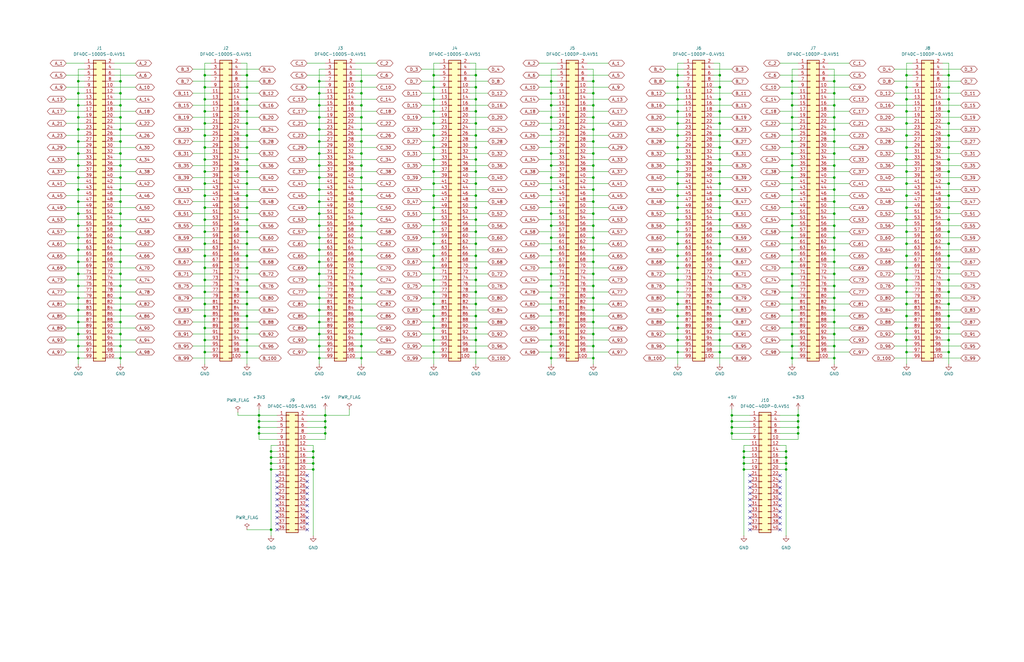
<source format=kicad_sch>
(kicad_sch (version 20231120) (generator "eeschema") (generator_version "8.0")
  (paper "USLedger")
  (junction (at 336.55 180.34))
  (junction (at 182.88 46.99))
  (junction (at 33.02 135.89))
  (junction (at 351.79 80.01))
  (junction (at 331.47 198.12))
  (junction (at 200.66 46.99))
  (junction (at 182.88 123.19))
  (junction (at 250.19 64.77))
  (junction (at 334.01 90.17))
  (junction (at 232.41 64.77))
  (junction (at 137.16 182.88))
  (junction (at 50.8 135.89))
  (junction (at 334.01 110.49))
  (junction (at 182.88 138.43))
  (junction (at 182.88 62.23))
  (junction (at 86.36 77.47))
  (junction (at 334.01 100.33))
  (junction (at 50.8 105.41))
  (junction (at 114.3 193.04))
  (junction (at 50.8 120.65))
  (junction (at 303.53 113.03))
  (junction (at 33.02 146.05))
  (junction (at 303.53 57.15))
  (junction (at 400.05 148.59))
  (junction (at 250.19 95.25))
  (junction (at 232.41 95.25))
  (junction (at 152.4 54.61))
  (junction (at 400.05 133.35))
  (junction (at 250.19 130.81))
  (junction (at 86.36 52.07))
  (junction (at 351.79 34.29))
  (junction (at 334.01 120.65))
  (junction (at 134.62 80.01))
  (junction (at 152.4 130.81))
  (junction (at 134.62 74.93))
  (junction (at 250.19 110.49))
  (junction (at 400.05 138.43))
  (junction (at 114.3 198.12))
  (junction (at 400.05 67.31))
  (junction (at 331.47 190.5))
  (junction (at 400.05 57.15))
  (junction (at 334.01 64.77))
  (junction (at 50.8 54.61))
  (junction (at 200.66 77.47))
  (junction (at 86.36 133.35))
  (junction (at 200.66 97.79))
  (junction (at 351.79 115.57))
  (junction (at 104.14 92.71))
  (junction (at 50.8 80.01))
  (junction (at 50.8 90.17))
  (junction (at 134.62 110.49))
  (junction (at 109.22 177.8))
  (junction (at 134.62 130.81))
  (junction (at 86.36 138.43))
  (junction (at 285.75 148.59))
  (junction (at 182.88 92.71))
  (junction (at 400.05 46.99))
  (junction (at 104.14 128.27))
  (junction (at 382.27 52.07))
  (junction (at 134.62 90.17))
  (junction (at 334.01 54.61))
  (junction (at 152.4 105.41))
  (junction (at 303.53 87.63))
  (junction (at 303.53 77.47))
  (junction (at 137.16 175.26))
  (junction (at 86.36 123.19))
  (junction (at 400.05 107.95))
  (junction (at 200.66 41.91))
  (junction (at 334.01 59.69))
  (junction (at 86.36 57.15))
  (junction (at 182.88 128.27))
  (junction (at 134.62 151.13))
  (junction (at 86.36 41.91))
  (junction (at 33.02 64.77))
  (junction (at 200.66 138.43))
  (junction (at 232.41 74.93))
  (junction (at 182.88 118.11))
  (junction (at 232.41 125.73))
  (junction (at 33.02 100.33))
  (junction (at 134.62 64.77))
  (junction (at 334.01 125.73))
  (junction (at 400.05 77.47))
  (junction (at 334.01 85.09))
  (junction (at 137.16 177.8))
  (junction (at 132.08 190.5))
  (junction (at 134.62 115.57))
  (junction (at 285.75 102.87))
  (junction (at 285.75 31.75))
  (junction (at 285.75 92.71))
  (junction (at 285.75 36.83))
  (junction (at 33.02 39.37))
  (junction (at 351.79 64.77))
  (junction (at 303.53 72.39))
  (junction (at 232.41 120.65))
  (junction (at 200.66 148.59))
  (junction (at 232.41 39.37))
  (junction (at 109.22 175.26))
  (junction (at 182.88 143.51))
  (junction (at 382.27 62.23))
  (junction (at 33.02 49.53))
  (junction (at 33.02 151.13))
  (junction (at 351.79 120.65))
  (junction (at 334.01 80.01))
  (junction (at 33.02 80.01))
  (junction (at 382.27 123.19))
  (junction (at 182.88 67.31))
  (junction (at 152.4 39.37))
  (junction (at 182.88 97.79))
  (junction (at 334.01 140.97))
  (junction (at 152.4 135.89))
  (junction (at 382.27 31.75))
  (junction (at 351.79 69.85))
  (junction (at 285.75 128.27))
  (junction (at 232.41 140.97))
  (junction (at 182.88 72.39))
  (junction (at 334.01 74.93))
  (junction (at 104.14 77.47))
  (junction (at 182.88 41.91))
  (junction (at 134.62 100.33))
  (junction (at 351.79 105.41))
  (junction (at 134.62 125.73))
  (junction (at 152.4 140.97))
  (junction (at 351.79 135.89))
  (junction (at 285.75 133.35))
  (junction (at 285.75 62.23))
  (junction (at 137.16 180.34))
  (junction (at 313.69 198.12))
  (junction (at 134.62 69.85))
  (junction (at 200.66 62.23))
  (junction (at 86.36 148.59))
  (junction (at 250.19 59.69))
  (junction (at 351.79 74.93))
  (junction (at 400.05 52.07))
  (junction (at 152.4 34.29))
  (junction (at 104.14 118.11))
  (junction (at 313.69 190.5))
  (junction (at 33.02 54.61))
  (junction (at 382.27 133.35))
  (junction (at 182.88 107.95))
  (junction (at 114.3 190.5))
  (junction (at 104.14 113.03))
  (junction (at 382.27 138.43))
  (junction (at 104.14 107.95))
  (junction (at 132.08 195.58))
  (junction (at 351.79 100.33))
  (junction (at 250.19 125.73))
  (junction (at 182.88 148.59))
  (junction (at 33.02 59.69))
  (junction (at 50.8 64.77))
  (junction (at 33.02 69.85))
  (junction (at 132.08 198.12))
  (junction (at 200.66 87.63))
  (junction (at 285.75 118.11))
  (junction (at 382.27 148.59))
  (junction (at 250.19 120.65))
  (junction (at 200.66 67.31))
  (junction (at 152.4 59.69))
  (junction (at 232.41 85.09))
  (junction (at 200.66 113.03))
  (junction (at 104.14 31.75))
  (junction (at 86.36 72.39))
  (junction (at 152.4 151.13))
  (junction (at 182.88 52.07))
  (junction (at 382.27 92.71))
  (junction (at 182.88 133.35))
  (junction (at 86.36 62.23))
  (junction (at 200.66 52.07))
  (junction (at 334.01 135.89))
  (junction (at 134.62 34.29))
  (junction (at 303.53 143.51))
  (junction (at 152.4 146.05))
  (junction (at 232.41 44.45))
  (junction (at 232.41 54.61))
  (junction (at 232.41 135.89))
  (junction (at 182.88 77.47))
  (junction (at 308.61 175.26))
  (junction (at 334.01 34.29))
  (junction (at 303.53 123.19))
  (junction (at 104.14 72.39))
  (junction (at 33.02 85.09))
  (junction (at 200.66 92.71))
  (junction (at 250.19 44.45))
  (junction (at 303.53 118.11))
  (junction (at 400.05 143.51))
  (junction (at 86.36 107.95))
  (junction (at 303.53 92.71))
  (junction (at 152.4 95.25))
  (junction (at 303.53 82.55))
  (junction (at 50.8 39.37))
  (junction (at 86.36 143.51))
  (junction (at 152.4 110.49))
  (junction (at 303.53 97.79))
  (junction (at 86.36 118.11))
  (junction (at 134.62 105.41))
  (junction (at 400.05 41.91))
  (junction (at 232.41 151.13))
  (junction (at 109.22 182.88))
  (junction (at 400.05 102.87))
  (junction (at 351.79 44.45))
  (junction (at 400.05 113.03))
  (junction (at 33.02 110.49))
  (junction (at 152.4 125.73))
  (junction (at 50.8 44.45))
  (junction (at 303.53 138.43))
  (junction (at 382.27 41.91))
  (junction (at 200.66 128.27))
  (junction (at 152.4 100.33))
  (junction (at 200.66 57.15))
  (junction (at 382.27 82.55))
  (junction (at 303.53 52.07))
  (junction (at 152.4 120.65))
  (junction (at 114.3 223.52))
  (junction (at 351.79 110.49))
  (junction (at 250.19 90.17))
  (junction (at 232.41 115.57))
  (junction (at 86.36 67.31))
  (junction (at 250.19 80.01))
  (junction (at 250.19 85.09))
  (junction (at 200.66 143.51))
  (junction (at 351.79 130.81))
  (junction (at 400.05 123.19))
  (junction (at 132.08 193.04))
  (junction (at 250.19 146.05))
  (junction (at 250.19 74.93))
  (junction (at 86.36 82.55))
  (junction (at 303.53 102.87))
  (junction (at 86.36 128.27))
  (junction (at 336.55 175.26))
  (junction (at 200.66 72.39))
  (junction (at 86.36 102.87))
  (junction (at 351.79 125.73))
  (junction (at 382.27 143.51))
  (junction (at 104.14 102.87))
  (junction (at 400.05 118.11))
  (junction (at 152.4 49.53))
  (junction (at 50.8 59.69))
  (junction (at 334.01 130.81))
  (junction (at 382.27 67.31))
  (junction (at 200.66 36.83))
  (junction (at 109.22 180.34))
  (junction (at 104.14 62.23))
  (junction (at 104.14 57.15))
  (junction (at 86.36 113.03))
  (junction (at 232.41 80.01))
  (junction (at 285.75 77.47))
  (junction (at 250.19 34.29))
  (junction (at 250.19 105.41))
  (junction (at 400.05 72.39))
  (junction (at 313.69 193.04))
  (junction (at 33.02 34.29))
  (junction (at 134.62 49.53))
  (junction (at 285.75 138.43))
  (junction (at 382.27 46.99))
  (junction (at 152.4 115.57))
  (junction (at 382.27 36.83))
  (junction (at 86.36 92.71))
  (junction (at 104.14 133.35))
  (junction (at 250.19 69.85))
  (junction (at 382.27 97.79))
  (junction (at 104.14 41.91))
  (junction (at 285.75 46.99))
  (junction (at 334.01 146.05))
  (junction (at 285.75 41.91))
  (junction (at 182.88 31.75))
  (junction (at 382.27 128.27))
  (junction (at 182.88 82.55))
  (junction (at 33.02 90.17))
  (junction (at 351.79 90.17))
  (junction (at 382.27 87.63))
  (junction (at 86.36 87.63))
  (junction (at 303.53 107.95))
  (junction (at 182.88 113.03))
  (junction (at 33.02 95.25))
  (junction (at 134.62 140.97))
  (junction (at 250.19 115.57))
  (junction (at 331.47 195.58))
  (junction (at 250.19 140.97))
  (junction (at 134.62 39.37))
  (junction (at 285.75 107.95))
  (junction (at 351.79 59.69))
  (junction (at 182.88 36.83))
  (junction (at 334.01 49.53))
  (junction (at 86.36 36.83))
  (junction (at 250.19 39.37))
  (junction (at 232.41 90.17))
  (junction (at 336.55 177.8))
  (junction (at 351.79 140.97))
  (junction (at 232.41 105.41))
  (junction (at 285.75 72.39))
  (junction (at 285.75 143.51))
  (junction (at 400.05 92.71))
  (junction (at 232.41 34.29))
  (junction (at 400.05 31.75))
  (junction (at 382.27 57.15))
  (junction (at 50.8 110.49))
  (junction (at 285.75 113.03))
  (junction (at 400.05 97.79))
  (junction (at 303.53 128.27))
  (junction (at 285.75 87.63))
  (junction (at 50.8 85.09))
  (junction (at 33.02 105.41))
  (junction (at 232.41 69.85))
  (junction (at 382.27 113.03))
  (junction (at 382.27 72.39))
  (junction (at 182.88 87.63))
  (junction (at 351.79 151.13))
  (junction (at 334.01 115.57))
  (junction (at 400.05 62.23))
  (junction (at 400.05 82.55))
  (junction (at 33.02 120.65))
  (junction (at 134.62 54.61))
  (junction (at 232.41 146.05))
  (junction (at 313.69 195.58))
  (junction (at 134.62 135.89))
  (junction (at 152.4 69.85))
  (junction (at 334.01 44.45))
  (junction (at 50.8 49.53))
  (junction (at 334.01 95.25))
  (junction (at 200.66 102.87))
  (junction (at 50.8 34.29))
  (junction (at 308.61 182.88))
  (junction (at 232.41 59.69))
  (junction (at 200.66 107.95))
  (junction (at 382.27 77.47))
  (junction (at 336.55 182.88))
  (junction (at 134.62 85.09))
  (junction (at 250.19 100.33))
  (junction (at 104.14 123.19))
  (junction (at 232.41 130.81))
  (junction (at 334.01 39.37))
  (junction (at 50.8 130.81))
  (junction (at 303.53 62.23))
  (junction (at 285.75 82.55))
  (junction (at 134.62 95.25))
  (junction (at 50.8 146.05))
  (junction (at 86.36 97.79))
  (junction (at 152.4 44.45))
  (junction (at 104.14 87.63))
  (junction (at 250.19 135.89))
  (junction (at 50.8 69.85))
  (junction (at 152.4 64.77))
  (junction (at 334.01 105.41))
  (junction (at 104.14 143.51))
  (junction (at 250.19 49.53))
  (junction (at 200.66 31.75))
  (junction (at 104.14 36.83))
  (junction (at 50.8 95.25))
  (junction (at 351.79 95.25))
  (junction (at 86.36 46.99))
  (junction (at 232.41 49.53))
  (junction (at 182.88 102.87))
  (junction (at 134.62 120.65))
  (junction (at 351.79 146.05))
  (junction (at 308.61 177.8))
  (junction (at 285.75 67.31))
  (junction (at 134.62 59.69))
  (junction (at 134.62 146.05))
  (junction (at 303.53 148.59))
  (junction (at 152.4 74.93))
  (junction (at 104.14 82.55))
  (junction (at 152.4 80.01))
  (junction (at 134.62 44.45))
  (junction (at 400.05 36.83))
  (junction (at 303.53 67.31))
  (junction (at 33.02 74.93))
  (junction (at 200.66 133.35))
  (junction (at 331.47 193.04))
  (junction (at 33.02 130.81))
  (junction (at 303.53 31.75))
  (junction (at 400.05 87.63))
  (junction (at 400.05 128.27))
  (junction (at 285.75 97.79))
  (junction (at 86.36 31.75))
  (junction (at 308.61 180.34))
  (junction (at 303.53 46.99))
  (junction (at 382.27 118.11))
  (junction (at 50.8 140.97))
  (junction (at 50.8 100.33))
  (junction (at 50.8 74.93))
  (junction (at 104.14 52.07))
  (junction (at 200.66 118.11))
  (junction (at 33.02 115.57))
  (junction (at 351.79 85.09))
  (junction (at 33.02 140.97))
  (junction (at 104.14 67.31))
  (junction (at 285.75 57.15))
  (junction (at 104.14 138.43))
  (junction (at 232.41 100.33))
  (junction (at 104.14 46.99))
  (junction (at 382.27 107.95))
  (junction (at 250.19 54.61))
  (junction (at 351.79 39.37))
  (junction (at 50.8 125.73))
  (junction (at 303.53 36.83))
  (junction (at 285.75 52.07))
  (junction (at 351.79 54.61))
  (junction (at 285.75 123.19))
  (junction (at 382.27 102.87))
  (junction (at 50.8 151.13))
  (junction (at 232.41 110.49))
  (junction (at 104.14 148.59))
  (junction (at 50.8 115.57))
  (junction (at 114.3 195.58))
  (junction (at 200.66 82.55))
  (junction (at 182.88 57.15))
  (junction (at 104.14 97.79))
  (junction (at 152.4 90.17))
  (junction (at 250.19 151.13))
  (junction (at 200.66 123.19))
  (junction (at 351.79 49.53))
  (junction (at 303.53 41.91))
  (junction (at 303.53 133.35))
  (junction (at 33.02 125.73))
  (junction (at 33.02 44.45))
  (junction (at 334.01 151.13))
  (junction (at 152.4 85.09))
  (junction (at 334.01 69.85))
  (no_connect (at 116.84 200.66))
  (no_connect (at 116.84 208.28))
  (no_connect (at 328.93 218.44))
  (no_connect (at 116.84 210.82))
  (no_connect (at 316.23 213.36))
  (no_connect (at 316.23 205.74))
  (no_connect (at 316.23 215.9))
  (no_connect (at 129.54 205.74))
  (no_connect (at 129.54 215.9))
  (no_connect (at 328.93 223.52))
  (no_connect (at 116.84 220.98))
  (no_connect (at 116.84 215.9))
  (no_connect (at 328.93 205.74))
  (no_connect (at 328.93 215.9))
  (no_connect (at 129.54 200.66))
  (no_connect (at 328.93 203.2))
  (no_connect (at 328.93 220.98))
  (no_connect (at 116.84 213.36))
  (no_connect (at 116.84 205.74))
  (no_connect (at 129.54 203.2))
  (no_connect (at 316.23 210.82))
  (no_connect (at 129.54 210.82))
  (no_connect (at 316.23 208.28))
  (no_connect (at 116.84 203.2))
  (no_connect (at 129.54 208.28))
  (no_connect (at 316.23 200.66))
  (no_connect (at 129.54 223.52))
  (no_connect (at 316.23 220.98))
  (no_connect (at 129.54 220.98))
  (no_connect (at 129.54 218.44))
  (no_connect (at 328.93 208.28))
  (no_connect (at 116.84 223.52))
  (no_connect (at 328.93 200.66))
  (no_connect (at 129.54 213.36))
  (no_connect (at 316.23 203.2))
  (no_connect (at 328.93 213.36))
  (no_connect (at 328.93 210.82))
  (no_connect (at 316.23 218.44))
  (no_connect (at 316.23 223.52))
  (no_connect (at 116.84 218.44))
  (wire (pts (xy 227.33 123.19) (xy 234.95 123.19)))
  (wire (pts (xy 328.93 97.79) (xy 336.55 97.79)))
  (wire (pts (xy 405.13 130.81) (xy 397.51 130.81)))
  (wire (pts (xy 109.22 115.57) (xy 101.6 115.57)))
  (wire (pts (xy 86.36 62.23) (xy 86.36 67.31)))
  (wire (pts (xy 205.74 85.09) (xy 198.12 85.09)))
  (wire (pts (xy 149.86 123.19) (xy 158.75 123.19)))
  (wire (pts (xy 285.75 52.07) (xy 285.75 57.15)))
  (wire (pts (xy 351.79 49.53) (xy 351.79 54.61)))
  (wire (pts (xy 397.51 97.79) (xy 400.05 97.79)))
  (wire (pts (xy 288.29 26.67) (xy 285.75 26.67)))
  (wire (pts (xy 86.36 46.99) (xy 86.36 52.07)))
  (wire (pts (xy 303.53 72.39) (xy 303.53 77.47)))
  (wire (pts (xy 308.61 185.42) (xy 308.61 182.88)))
  (wire (pts (xy 27.94 128.27) (xy 35.56 128.27)))
  (wire (pts (xy 182.88 46.99) (xy 182.88 52.07)))
  (wire (pts (xy 137.16 177.8) (xy 137.16 175.26)))
  (wire (pts (xy 182.88 128.27) (xy 185.42 128.27)))
  (wire (pts (xy 129.54 102.87) (xy 137.16 102.87)))
  (wire (pts (xy 109.22 90.17) (xy 101.6 90.17)))
  (wire (pts (xy 152.4 146.05) (xy 152.4 151.13)))
  (wire (pts (xy 152.4 54.61) (xy 152.4 59.69)))
  (wire (pts (xy 182.88 36.83) (xy 185.42 36.83)))
  (wire (pts (xy 285.75 107.95) (xy 288.29 107.95)))
  (wire (pts (xy 116.84 195.58) (xy 114.3 195.58)))
  (wire (pts (xy 232.41 44.45) (xy 232.41 49.53)))
  (wire (pts (xy 104.14 118.11) (xy 104.14 123.19)))
  (wire (pts (xy 336.55 29.21) (xy 334.01 29.21)))
  (wire (pts (xy 86.36 107.95) (xy 86.36 113.03)))
  (wire (pts (xy 377.19 34.29) (xy 384.81 34.29)))
  (wire (pts (xy 149.86 130.81) (xy 152.4 130.81)))
  (wire (pts (xy 48.26 77.47) (xy 57.15 77.47)))
  (wire (pts (xy 377.19 125.73) (xy 384.81 125.73)))
  (wire (pts (xy 48.26 102.87) (xy 57.15 102.87)))
  (wire (pts (xy 182.88 41.91) (xy 182.88 46.99)))
  (wire (pts (xy 303.53 36.83) (xy 303.53 41.91)))
  (wire (pts (xy 334.01 39.37) (xy 334.01 44.45)))
  (wire (pts (xy 331.47 198.12) (xy 328.93 198.12)))
  (wire (pts (xy 351.79 80.01) (xy 351.79 85.09)))
  (wire (pts (xy 331.47 190.5) (xy 328.93 190.5)))
  (wire (pts (xy 300.99 77.47) (xy 303.53 77.47)))
  (wire (pts (xy 86.36 128.27) (xy 88.9 128.27)))
  (wire (pts (xy 400.05 77.47) (xy 400.05 82.55)))
  (wire (pts (xy 250.19 49.53) (xy 250.19 54.61)))
  (wire (pts (xy 101.6 67.31) (xy 104.14 67.31)))
  (wire (pts (xy 149.86 46.99) (xy 158.75 46.99)))
  (wire (pts (xy 134.62 54.61) (xy 134.62 59.69)))
  (wire (pts (xy 300.99 46.99) (xy 303.53 46.99)))
  (wire (pts (xy 232.41 130.81) (xy 232.41 135.89)))
  (wire (pts (xy 285.75 97.79) (xy 285.75 102.87)))
  (wire (pts (xy 308.61 130.81) (xy 300.99 130.81)))
  (wire (pts (xy 86.36 138.43) (xy 88.9 138.43)))
  (wire (pts (xy 101.6 113.03) (xy 104.14 113.03)))
  (wire (pts (xy 129.54 123.19) (xy 137.16 123.19)))
  (wire (pts (xy 33.02 115.57) (xy 33.02 120.65)))
  (wire (pts (xy 104.14 41.91) (xy 104.14 46.99)))
  (wire (pts (xy 182.88 107.95) (xy 185.42 107.95)))
  (wire (pts (xy 349.25 64.77) (xy 351.79 64.77)))
  (wire (pts (xy 316.23 190.5) (xy 313.69 190.5)))
  (wire (pts (xy 397.51 72.39) (xy 400.05 72.39)))
  (wire (pts (xy 334.01 54.61) (xy 336.55 54.61)))
  (wire (pts (xy 198.12 133.35) (xy 200.66 133.35)))
  (wire (pts (xy 33.02 69.85) (xy 33.02 74.93)))
  (wire (pts (xy 349.25 31.75) (xy 358.14 31.75)))
  (wire (pts (xy 227.33 113.03) (xy 234.95 113.03)))
  (wire (pts (xy 152.4 90.17) (xy 152.4 95.25)))
  (wire (pts (xy 351.79 95.25) (xy 351.79 100.33)))
  (wire (pts (xy 400.05 92.71) (xy 400.05 97.79)))
  (wire (pts (xy 149.86 95.25) (xy 152.4 95.25)))
  (wire (pts (xy 349.25 62.23) (xy 358.14 62.23)))
  (wire (pts (xy 104.14 148.59) (xy 104.14 153.67)))
  (wire (pts (xy 308.61 74.93) (xy 300.99 74.93)))
  (wire (pts (xy 182.88 138.43) (xy 185.42 138.43)))
  (wire (pts (xy 405.13 115.57) (xy 397.51 115.57)))
  (wire (pts (xy 250.19 74.93) (xy 250.19 80.01)))
  (wire (pts (xy 336.55 34.29) (xy 334.01 34.29)))
  (wire (pts (xy 351.79 140.97) (xy 351.79 146.05)))
  (wire (pts (xy 27.94 123.19) (xy 35.56 123.19)))
  (wire (pts (xy 285.75 133.35) (xy 288.29 133.35)))
  (wire (pts (xy 351.79 59.69) (xy 351.79 64.77)))
  (wire (pts (xy 152.4 74.93) (xy 152.4 80.01)))
  (wire (pts (xy 182.88 67.31) (xy 185.42 67.31)))
  (wire (pts (xy 300.99 87.63) (xy 303.53 87.63)))
  (wire (pts (xy 33.02 90.17) (xy 33.02 95.25)))
  (wire (pts (xy 177.8 34.29) (xy 185.42 34.29)))
  (wire (pts (xy 182.88 26.67) (xy 182.88 31.75)))
  (wire (pts (xy 397.51 143.51) (xy 400.05 143.51)))
  (wire (pts (xy 232.41 146.05) (xy 234.95 146.05)))
  (wire (pts (xy 334.01 49.53) (xy 336.55 49.53)))
  (wire (pts (xy 81.28 140.97) (xy 88.9 140.97)))
  (wire (pts (xy 280.67 54.61) (xy 288.29 54.61)))
  (wire (pts (xy 227.33 87.63) (xy 234.95 87.63)))
  (wire (pts (xy 114.3 198.12) (xy 114.3 223.52)))
  (wire (pts (xy 328.93 57.15) (xy 336.55 57.15)))
  (wire (pts (xy 349.25 39.37) (xy 351.79 39.37)))
  (wire (pts (xy 205.74 110.49) (xy 198.12 110.49)))
  (wire (pts (xy 48.26 107.95) (xy 57.15 107.95)))
  (wire (pts (xy 50.8 69.85) (xy 50.8 74.93)))
  (wire (pts (xy 182.88 113.03) (xy 185.42 113.03)))
  (wire (pts (xy 334.01 125.73) (xy 336.55 125.73)))
  (wire (pts (xy 308.61 135.89) (xy 300.99 135.89)))
  (wire (pts (xy 198.12 57.15) (xy 200.66 57.15)))
  (wire (pts (xy 149.86 77.47) (xy 158.75 77.47)))
  (wire (pts (xy 400.05 148.59) (xy 400.05 153.67)))
  (wire (pts (xy 351.79 115.57) (xy 351.79 120.65)))
  (wire (pts (xy 247.65 39.37) (xy 250.19 39.37)))
  (wire (pts (xy 247.65 123.19) (xy 256.54 123.19)))
  (wire (pts (xy 247.65 36.83) (xy 256.54 36.83)))
  (wire (pts (xy 182.88 97.79) (xy 182.88 102.87)))
  (wire (pts (xy 134.62 135.89) (xy 134.62 140.97)))
  (wire (pts (xy 250.19 85.09) (xy 250.19 90.17)))
  (wire (pts (xy 27.94 138.43) (xy 35.56 138.43)))
  (wire (pts (xy 86.36 102.87) (xy 88.9 102.87)))
  (wire (pts (xy 86.36 123.19) (xy 86.36 128.27)))
  (wire (pts (xy 351.79 39.37) (xy 351.79 44.45)))
  (wire (pts (xy 152.4 135.89) (xy 152.4 140.97)))
  (wire (pts (xy 200.66 57.15) (xy 200.66 62.23)))
  (wire (pts (xy 149.86 120.65) (xy 152.4 120.65)))
  (wire (pts (xy 50.8 146.05) (xy 50.8 151.13)))
  (wire (pts (xy 149.86 85.09) (xy 152.4 85.09)))
  (wire (pts (xy 50.8 29.21) (xy 50.8 34.29)))
  (wire (pts (xy 200.66 97.79) (xy 200.66 102.87)))
  (wire (pts (xy 247.65 59.69) (xy 250.19 59.69)))
  (wire (pts (xy 349.25 125.73) (xy 351.79 125.73)))
  (wire (pts (xy 104.14 57.15) (xy 104.14 62.23)))
  (wire (pts (xy 349.25 128.27) (xy 358.14 128.27)))
  (wire (pts (xy 250.19 95.25) (xy 250.19 100.33)))
  (wire (pts (xy 48.26 69.85) (xy 50.8 69.85)))
  (wire (pts (xy 247.65 125.73) (xy 250.19 125.73)))
  (wire (pts (xy 198.12 62.23) (xy 200.66 62.23)))
  (wire (pts (xy 27.94 67.31) (xy 35.56 67.31)))
  (wire (pts (xy 328.93 118.11) (xy 336.55 118.11)))
  (wire (pts (xy 134.62 110.49) (xy 137.16 110.49)))
  (wire (pts (xy 351.79 110.49) (xy 351.79 115.57)))
  (wire (pts (xy 400.05 102.87) (xy 400.05 107.95)))
  (wire (pts (xy 101.6 143.51) (xy 104.14 143.51)))
  (wire (pts (xy 247.65 130.81) (xy 250.19 130.81)))
  (wire (pts (xy 86.36 41.91) (xy 88.9 41.91)))
  (wire (pts (xy 349.25 140.97) (xy 351.79 140.97)))
  (wire (pts (xy 349.25 29.21) (xy 351.79 29.21)))
  (wire (pts (xy 137.16 175.26) (xy 129.54 175.26)))
  (wire (pts (xy 50.8 151.13) (xy 50.8 153.67)))
  (wire (pts (xy 351.79 74.93) (xy 351.79 80.01)))
  (wire (pts (xy 116.84 190.5) (xy 114.3 190.5)))
  (wire (pts (xy 48.26 64.77) (xy 50.8 64.77)))
  (wire (pts (xy 331.47 198.12) (xy 331.47 226.06)))
  (wire (pts (xy 285.75 82.55) (xy 288.29 82.55)))
  (wire (pts (xy 349.25 82.55) (xy 358.14 82.55)))
  (wire (pts (xy 313.69 193.04) (xy 313.69 195.58)))
  (wire (pts (xy 227.33 92.71) (xy 234.95 92.71)))
  (wire (pts (xy 149.86 105.41) (xy 152.4 105.41)))
  (wire (pts (xy 308.61 44.45) (xy 300.99 44.45)))
  (wire (pts (xy 405.13 34.29) (xy 397.51 34.29)))
  (wire (pts (xy 149.86 72.39) (xy 158.75 72.39)))
  (wire (pts (xy 86.36 57.15) (xy 88.9 57.15)))
  (wire (pts (xy 336.55 185.42) (xy 336.55 182.88)))
  (wire (pts (xy 185.42 26.67) (xy 182.88 26.67)))
  (wire (pts (xy 129.54 107.95) (xy 137.16 107.95)))
  (wire (pts (xy 308.61 39.37) (xy 300.99 39.37)))
  (wire (pts (xy 285.75 77.47) (xy 288.29 77.47)))
  (wire (pts (xy 81.28 49.53) (xy 88.9 49.53)))
  (wire (pts (xy 48.26 34.29) (xy 50.8 34.29)))
  (wire (pts (xy 81.28 130.81) (xy 88.9 130.81)))
  (wire (pts (xy 250.19 69.85) (xy 250.19 74.93)))
  (wire (pts (xy 285.75 57.15) (xy 285.75 62.23)))
  (wire (pts (xy 35.56 29.21) (xy 33.02 29.21)))
  (wire (pts (xy 114.3 187.96) (xy 114.3 190.5)))
  (wire (pts (xy 149.86 36.83) (xy 158.75 36.83)))
  (wire (pts (xy 285.75 97.79) (xy 288.29 97.79)))
  (wire (pts (xy 351.79 69.85) (xy 351.79 74.93)))
  (wire (pts (xy 198.12 87.63) (xy 200.66 87.63)))
  (wire (pts (xy 81.28 115.57) (xy 88.9 115.57)))
  (wire (pts (xy 109.22 44.45) (xy 101.6 44.45)))
  (wire (pts (xy 308.61 29.21) (xy 300.99 29.21)))
  (wire (pts (xy 152.4 140.97) (xy 152.4 146.05)))
  (wire (pts (xy 377.19 120.65) (xy 384.81 120.65)))
  (wire (pts (xy 397.51 133.35) (xy 400.05 133.35)))
  (wire (pts (xy 134.62 59.69) (xy 137.16 59.69)))
  (wire (pts (xy 152.4 105.41) (xy 152.4 110.49)))
  (wire (pts (xy 232.41 69.85) (xy 232.41 74.93)))
  (wire (pts (xy 101.6 62.23) (xy 104.14 62.23)))
  (wire (pts (xy 250.19 80.01) (xy 250.19 85.09)))
  (wire (pts (xy 177.8 115.57) (xy 185.42 115.57)))
  (wire (pts (xy 232.41 110.49) (xy 234.95 110.49)))
  (wire (pts (xy 48.26 105.41) (xy 50.8 105.41)))
  (wire (pts (xy 382.27 128.27) (xy 382.27 133.35)))
  (wire (pts (xy 400.05 138.43) (xy 400.05 143.51)))
  (wire (pts (xy 182.88 113.03) (xy 182.88 118.11)))
  (wire (pts (xy 132.08 195.58) (xy 132.08 198.12)))
  (wire (pts (xy 285.75 87.63) (xy 288.29 87.63)))
  (wire (pts (xy 349.25 41.91) (xy 358.14 41.91)))
  (wire (pts (xy 177.8 100.33) (xy 185.42 100.33)))
  (wire (pts (xy 81.28 59.69) (xy 88.9 59.69)))
  (wire (pts (xy 308.61 120.65) (xy 300.99 120.65)))
  (wire (pts (xy 285.75 77.47) (xy 285.75 82.55)))
  (wire (pts (xy 50.8 115.57) (xy 50.8 120.65)))
  (wire (pts (xy 349.25 74.93) (xy 351.79 74.93)))
  (wire (pts (xy 27.94 87.63) (xy 35.56 87.63)))
  (wire (pts (xy 182.88 82.55) (xy 185.42 82.55)))
  (wire (pts (xy 101.6 26.67) (xy 104.14 26.67)))
  (wire (pts (xy 48.26 85.09) (xy 50.8 85.09)))
  (wire (pts (xy 205.74 39.37) (xy 198.12 39.37)))
  (wire (pts (xy 177.8 135.89) (xy 185.42 135.89)))
  (wire (pts (xy 303.53 92.71) (xy 303.53 97.79)))
  (wire (pts (xy 182.88 36.83) (xy 182.88 41.91)))
  (wire (pts (xy 397.51 107.95) (xy 400.05 107.95)))
  (wire (pts (xy 86.36 52.07) (xy 88.9 52.07)))
  (wire (pts (xy 227.33 52.07) (xy 234.95 52.07)))
  (wire (pts (xy 27.94 148.59) (xy 35.56 148.59)))
  (wire (pts (xy 280.67 34.29) (xy 288.29 34.29)))
  (wire (pts (xy 50.8 135.89) (xy 50.8 140.97)))
  (wire (pts (xy 86.36 57.15) (xy 86.36 62.23)))
  (wire (pts (xy 134.62 49.53) (xy 134.62 54.61)))
  (wire (pts (xy 349.25 120.65) (xy 351.79 120.65)))
  (wire (pts (xy 104.14 102.87) (xy 104.14 107.95)))
  (wire (pts (xy 308.61 146.05) (xy 300.99 146.05)))
  (wire (pts (xy 86.36 123.19) (xy 88.9 123.19)))
  (wire (pts (xy 182.88 107.95) (xy 182.88 113.03)))
  (wire (pts (xy 198.12 148.59) (xy 200.66 148.59)))
  (wire (pts (xy 33.02 130.81) (xy 35.56 130.81)))
  (wire (pts (xy 334.01 105.41) (xy 336.55 105.41)))
  (wire (pts (xy 334.01 54.61) (xy 334.01 59.69)))
  (wire (pts (xy 227.33 138.43) (xy 234.95 138.43)))
  (wire (pts (xy 33.02 115.57) (xy 35.56 115.57)))
  (wire (pts (xy 400.05 72.39) (xy 400.05 77.47)))
  (wire (pts (xy 198.12 52.07) (xy 200.66 52.07)))
  (wire (pts (xy 382.27 143.51) (xy 384.81 143.51)))
  (wire (pts (xy 331.47 187.96) (xy 328.93 187.96)))
  (wire (pts (xy 152.4 29.21) (xy 152.4 34.29)))
  (wire (pts (xy 185.42 31.75) (xy 182.88 31.75)))
  (wire (pts (xy 198.12 138.43) (xy 200.66 138.43)))
  (wire (pts (xy 377.19 49.53) (xy 384.81 49.53)))
  (wire (pts (xy 149.86 97.79) (xy 158.75 97.79)))
  (wire (pts (xy 308.61 95.25) (xy 300.99 95.25)))
  (wire (pts (xy 247.65 77.47) (xy 256.54 77.47)))
  (wire (pts (xy 101.6 148.59) (xy 104.14 148.59)))
  (wire (pts (xy 182.88 67.31) (xy 182.88 72.39)))
  (wire (pts (xy 227.33 133.35) (xy 234.95 133.35)))
  (wire (pts (xy 182.88 118.11) (xy 185.42 118.11)))
  (wire (pts (xy 33.02 90.17) (xy 35.56 90.17)))
  (wire (pts (xy 129.54 62.23) (xy 137.16 62.23)))
  (wire (pts (xy 205.74 95.25) (xy 198.12 95.25)))
  (wire (pts (xy 280.67 44.45) (xy 288.29 44.45)))
  (wire (pts (xy 101.6 87.63) (xy 104.14 87.63)))
  (wire (pts (xy 86.36 97.79) (xy 86.36 102.87)))
  (wire (pts (xy 101.6 107.95) (xy 104.14 107.95)))
  (wire (pts (xy 397.51 92.71) (xy 400.05 92.71)))
  (wire (pts (xy 134.62 85.09) (xy 134.62 90.17)))
  (wire (pts (xy 134.62 64.77) (xy 134.62 69.85)))
  (wire (pts (xy 129.54 72.39) (xy 137.16 72.39)))
  (wire (pts (xy 198.12 26.67) (xy 200.66 26.67)))
  (wire (pts (xy 300.99 36.83) (xy 303.53 36.83)))
  (wire (pts (xy 349.25 92.71) (xy 358.14 92.71)))
  (wire (pts (xy 86.36 36.83) (xy 88.9 36.83)))
  (wire (pts (xy 285.75 102.87) (xy 285.75 107.95)))
  (wire (pts (xy 33.02 140.97) (xy 35.56 140.97)))
  (wire (pts (xy 303.53 133.35) (xy 303.53 138.43)))
  (wire (pts (xy 285.75 128.27) (xy 285.75 133.35)))
  (wire (pts (xy 382.27 113.03) (xy 384.81 113.03)))
  (wire (pts (xy 349.25 146.05) (xy 351.79 146.05)))
  (wire (pts (xy 232.41 80.01) (xy 234.95 80.01)))
  (wire (pts (xy 81.28 125.73) (xy 88.9 125.73)))
  (wire (pts (xy 205.74 29.21) (xy 198.12 29.21)))
  (wire (pts (xy 349.25 87.63) (xy 358.14 87.63)))
  (wire (pts (xy 205.74 100.33) (xy 198.12 100.33)))
  (wire (pts (xy 48.26 67.31) (xy 57.15 67.31)))
  (wire (pts (xy 48.26 90.17) (xy 50.8 90.17)))
  (wire (pts (xy 351.79 151.13) (xy 351.79 153.67)))
  (wire (pts (xy 280.67 90.17) (xy 288.29 90.17)))
  (wire (pts (xy 86.36 62.23) (xy 88.9 62.23)))
  (wire (pts (xy 349.25 69.85) (xy 351.79 69.85)))
  (wire (pts (xy 334.01 120.65) (xy 336.55 120.65)))
  (wire (pts (xy 81.28 34.29) (xy 88.9 34.29)))
  (wire (pts (xy 134.62 34.29) (xy 134.62 39.37)))
  (wire (pts (xy 285.75 72.39) (xy 285.75 77.47)))
  (wire (pts (xy 104.14 36.83) (xy 104.14 41.91)))
  (wire (pts (xy 50.8 95.25) (xy 50.8 100.33)))
  (wire (pts (xy 285.75 41.91) (xy 285.75 46.99)))
  (wire (pts (xy 382.27 46.99) (xy 384.81 46.99)))
  (wire (pts (xy 285.75 87.63) (xy 285.75 92.71)))
  (wire (pts (xy 232.41 64.77) (xy 232.41 69.85)))
  (wire (pts (xy 285.75 138.43) (xy 288.29 138.43)))
  (wire (pts (xy 227.33 77.47) (xy 234.95 77.47)))
  (wire (pts (xy 149.86 49.53) (xy 152.4 49.53)))
  (wire (pts (xy 86.36 72.39) (xy 86.36 77.47)))
  (wire (pts (xy 104.14 26.67) (xy 104.14 31.75)))
  (wire (pts (xy 328.93 102.87) (xy 336.55 102.87)))
  (wire (pts (xy 334.01 140.97) (xy 336.55 140.97)))
  (wire (pts (xy 33.02 85.09) (xy 33.02 90.17)))
  (wire (pts (xy 384.81 31.75) (xy 382.27 31.75)))
  (wire (pts (xy 351.79 105.41) (xy 351.79 110.49)))
  (wire (pts (xy 280.67 95.25) (xy 288.29 95.25)))
  (wire (pts (xy 129.54 92.71) (xy 137.16 92.71)))
  (wire (pts (xy 382.27 52.07) (xy 384.81 52.07)))
  (wire (pts (xy 200.66 82.55) (xy 200.66 87.63)))
  (wire (pts (xy 227.33 26.67) (xy 234.95 26.67)))
  (wire (pts (xy 116.84 180.34) (xy 109.22 180.34)))
  (wire (pts (xy 405.13 54.61) (xy 397.51 54.61)))
  (wire (pts (xy 50.8 49.53) (xy 50.8 54.61)))
  (wire (pts (xy 334.01 34.29) (xy 334.01 39.37)))
  (wire (pts (xy 285.75 67.31) (xy 285.75 72.39)))
  (wire (pts (xy 349.25 118.11) (xy 358.14 118.11)))
  (wire (pts (xy 232.41 100.33) (xy 232.41 105.41)))
  (wire (pts (xy 100.33 175.26) (xy 109.22 175.26)))
  (wire (pts (xy 182.88 82.55) (xy 182.88 87.63)))
  (wire (pts (xy 182.88 128.27) (xy 182.88 133.35)))
  (wire (pts (xy 331.47 195.58) (xy 328.93 195.58)))
  (wire (pts (xy 227.33 143.51) (xy 234.95 143.51)))
  (wire (pts (xy 400.05 31.75) (xy 400.05 36.83)))
  (wire (pts (xy 227.33 41.91) (xy 234.95 41.91)))
  (wire (pts (xy 303.53 62.23) (xy 303.53 67.31)))
  (wire (pts (xy 232.41 105.41) (xy 232.41 110.49)))
  (wire (pts (xy 205.74 115.57) (xy 198.12 115.57)))
  (wire (pts (xy 247.65 26.67) (xy 256.54 26.67)))
  (wire (pts (xy 116.84 193.04) (xy 114.3 193.04)))
  (wire (pts (xy 232.41 85.09) (xy 234.95 85.09)))
  (wire (pts (xy 232.41 115.57) (xy 234.95 115.57)))
  (wire (pts (xy 33.02 146.05) (xy 35.56 146.05)))
  (wire (pts (xy 104.14 52.07) (xy 104.14 57.15)))
  (wire (pts (xy 247.65 92.71) (xy 256.54 92.71)))
  (wire (pts (xy 382.27 82.55) (xy 382.27 87.63)))
  (wire (pts (xy 152.4 34.29) (xy 152.4 39.37)))
  (wire (pts (xy 349.25 113.03) (xy 358.14 113.03)))
  (wire (pts (xy 177.8 90.17) (xy 185.42 90.17)))
  (wire (pts (xy 48.26 29.21) (xy 50.8 29.21)))
  (wire (pts (xy 101.6 102.87) (xy 104.14 102.87)))
  (wire (pts (xy 232.41 85.09) (xy 232.41 90.17)))
  (wire (pts (xy 232.41 151.13) (xy 232.41 153.67)))
  (wire (pts (xy 86.36 77.47) (xy 86.36 82.55)))
  (wire (pts (xy 377.19 110.49) (xy 384.81 110.49)))
  (wire (pts (xy 109.22 69.85) (xy 101.6 69.85)))
  (wire (pts (xy 48.26 97.79) (xy 57.15 97.79)))
  (wire (pts (xy 86.36 133.35) (xy 88.9 133.35)))
  (wire (pts (xy 300.99 123.19) (xy 303.53 123.19)))
  (wire (pts (xy 177.8 59.69) (xy 185.42 59.69)))
  (wire (pts (xy 334.01 151.13) (xy 336.55 151.13)))
  (wire (pts (xy 232.41 74.93) (xy 234.95 74.93)))
  (wire (pts (xy 50.8 85.09) (xy 50.8 90.17)))
  (wire (pts (xy 129.54 97.79) (xy 137.16 97.79)))
  (wire (pts (xy 109.22 29.21) (xy 101.6 29.21)))
  (wire (pts (xy 27.94 133.35) (xy 35.56 133.35)))
  (wire (pts (xy 280.67 64.77) (xy 288.29 64.77)))
  (wire (pts (xy 400.05 107.95) (xy 400.05 113.03)))
  (wire (pts (xy 247.65 107.95) (xy 256.54 107.95)))
  (wire (pts (xy 100.33 173.99) (xy 100.33 175.26)))
  (wire (pts (xy 349.25 107.95) (xy 358.14 107.95)))
  (wire (pts (xy 48.26 41.91) (xy 57.15 41.91)))
  (wire (pts (xy 134.62 59.69) (xy 134.62 64.77)))
  (wire (pts (xy 132.08 190.5) (xy 129.54 190.5)))
  (wire (pts (xy 27.94 31.75) (xy 35.56 31.75)))
  (wire (pts (xy 250.19 34.29) (xy 250.19 39.37)))
  (wire (pts (xy 104.14 223.52) (xy 114.3 223.52)))
  (wire (pts (xy 205.74 34.29) (xy 198.12 34.29)))
  (wire (pts (xy 104.14 97.79) (xy 104.14 102.87)))
  (wire (pts (xy 227.33 57.15) (xy 234.95 57.15)))
  (wire (pts (xy 285.75 41.91) (xy 288.29 41.91)))
  (wire (pts (xy 33.02 54.61) (xy 35.56 54.61)))
  (wire (pts (xy 300.99 143.51) (xy 303.53 143.51)))
  (wire (pts (xy 182.88 133.35) (xy 185.42 133.35)))
  (wire (pts (xy 48.26 143.51) (xy 57.15 143.51)))
  (wire (pts (xy 308.61 100.33) (xy 300.99 100.33)))
  (wire (pts (xy 247.65 80.01) (xy 250.19 80.01)))
  (wire (pts (xy 334.01 110.49) (xy 334.01 115.57)))
  (wire (pts (xy 109.22 59.69) (xy 101.6 59.69)))
  (wire (pts (xy 35.56 34.29) (xy 33.02 34.29)))
  (wire (pts (xy 328.93 143.51) (xy 336.55 143.51)))
  (wire (pts (xy 303.53 113.03) (xy 303.53 118.11)))
  (wire (pts (xy 250.19 151.13) (xy 250.19 153.67)))
  (wire (pts (xy 250.19 120.65) (xy 250.19 125.73)))
  (wire (pts (xy 316.23 195.58) (xy 313.69 195.58)))
  (wire (pts (xy 149.86 69.85) (xy 152.4 69.85)))
  (wire (pts (xy 247.65 46.99) (xy 256.54 46.99)))
  (wire (pts (xy 405.13 151.13) (xy 397.51 151.13)))
  (wire (pts (xy 33.02 39.37) (xy 35.56 39.37)))
  (wire (pts (xy 308.61 59.69) (xy 300.99 59.69)))
  (wire (pts (xy 328.93 87.63) (xy 336.55 87.63)))
  (wire (pts (xy 48.26 54.61) (xy 50.8 54.61)))
  (wire (pts (xy 397.51 123.19) (xy 400.05 123.19)))
  (wire (pts (xy 48.26 57.15) (xy 57.15 57.15)))
  (wire (pts (xy 232.41 90.17) (xy 232.41 95.25)))
  (wire (pts (xy 382.27 46.99) (xy 382.27 52.07)))
  (wire (pts (xy 182.88 87.63) (xy 182.88 92.71)))
  (wire (pts (xy 132.08 198.12) (xy 129.54 198.12)))
  (wire (pts (xy 232.41 39.37) (xy 234.95 39.37)))
  (wire (pts (xy 334.01 85.09) (xy 334.01 90.17)))
  (wire (pts (xy 351.79 64.77) (xy 351.79 69.85)))
  (wire (pts (xy 303.53 57.15) (xy 303.53 62.23)))
  (wire (pts (xy 101.6 77.47) (xy 104.14 77.47)))
  (wire (pts (xy 129.54 52.07) (xy 137.16 52.07)))
  (wire (pts (xy 86.36 46.99) (xy 88.9 46.99)))
  (wire (pts (xy 382.27 113.03) (xy 382.27 118.11)))
  (wire (pts (xy 334.01 39.37) (xy 336.55 39.37)))
  (wire (pts (xy 382.27 128.27) (xy 384.81 128.27)))
  (wire (pts (xy 48.26 62.23) (xy 57.15 62.23)))
  (wire (pts (xy 101.6 36.83) (xy 104.14 36.83)))
  (wire (pts (xy 152.4 130.81) (xy 152.4 135.89)))
  (wire (pts (xy 247.65 49.53) (xy 250.19 49.53)))
  (wire (pts (xy 328.93 52.07) (xy 336.55 52.07)))
  (wire (pts (xy 33.02 135.89) (xy 33.02 140.97)))
  (wire (pts (xy 377.19 80.01) (xy 384.81 80.01)))
  (wire (pts (xy 48.26 118.11) (xy 57.15 118.11)))
  (wire (pts (xy 50.8 44.45) (xy 50.8 49.53)))
  (wire (pts (xy 227.33 118.11) (xy 234.95 118.11)))
  (wire (pts (xy 334.01 90.17) (xy 334.01 95.25)))
  (wire (pts (xy 328.93 77.47) (xy 336.55 77.47)))
  (wire (pts (xy 182.88 143.51) (xy 185.42 143.51)))
  (wire (pts (xy 152.4 120.65) (xy 152.4 125.73)))
  (wire (pts (xy 205.74 120.65) (xy 198.12 120.65)))
  (wire (pts (xy 152.4 151.13) (xy 152.4 153.67)))
  (wire (pts (xy 134.62 135.89) (xy 137.16 135.89)))
  (wire (pts (xy 50.8 64.77) (xy 50.8 69.85)))
  (wire (pts (xy 48.26 130.81) (xy 50.8 130.81)))
  (wire (pts (xy 400.05 52.07) (xy 400.05 57.15)))
  (wire (pts (xy 247.65 90.17) (xy 250.19 90.17)))
  (wire (pts (xy 109.22 130.81) (xy 101.6 130.81)))
  (wire (pts (xy 205.74 130.81) (xy 198.12 130.81)))
  (wire (pts (xy 149.86 102.87) (xy 158.75 102.87)))
  (wire (pts (xy 232.41 125.73) (xy 234.95 125.73)))
  (wire (pts (xy 116.84 175.26) (xy 109.22 175.26)))
  (wire (pts (xy 382.27 138.43) (xy 384.81 138.43)))
  (wire (pts (xy 397.51 41.91) (xy 400.05 41.91)))
  (wire (pts (xy 50.8 54.61) (xy 50.8 59.69)))
  (wire (pts (xy 227.33 62.23) (xy 234.95 62.23)))
  (wire (pts (xy 405.13 140.97) (xy 397.51 140.97)))
  (wire (pts (xy 232.41 64.77) (xy 234.95 64.77)))
  (wire (pts (xy 331.47 195.58) (xy 331.47 198.12)))
  (wire (pts (xy 134.62 44.45) (xy 137.16 44.45)))
  (wire (pts (xy 134.62 115.57) (xy 137.16 115.57)))
  (wire (pts (xy 109.22 49.53) (xy 101.6 49.53)))
  (wire (pts (xy 134.62 39.37) (xy 134.62 44.45)))
  (wire (pts (xy 382.27 118.11) (xy 382.27 123.19)))
  (wire (pts (xy 48.26 113.03) (xy 57.15 113.03)))
  (wire (pts (xy 149.86 41.91) (xy 158.75 41.91)))
  (wire (pts (xy 86.36 97.79) (xy 88.9 97.79)))
  (wire (pts (xy 205.74 44.45) (xy 198.12 44.45)))
  (wire (pts (xy 149.86 115.57) (xy 152.4 115.57)))
  (wire (pts (xy 405.13 64.77) (xy 397.51 64.77)))
  (wire (pts (xy 48.26 123.19) (xy 57.15 123.19)))
  (wire (pts (xy 405.13 44.45) (xy 397.51 44.45)))
  (wire (pts (xy 247.65 118.11) (xy 256.54 118.11)))
  (wire (pts (xy 250.19 100.33) (xy 250.19 105.41)))
  (wire (pts (xy 129.54 46.99) (xy 137.16 46.99)))
  (wire (pts (xy 149.86 44.45) (xy 152.4 44.45)))
  (wire (pts (xy 308.61 80.01) (xy 300.99 80.01)))
  (wire (pts (xy 400.05 133.35) (xy 400.05 138.43)))
  (wire (pts (xy 232.41 69.85) (xy 234.95 69.85)))
  (wire (pts (xy 285.75 113.03) (xy 288.29 113.03)))
  (wire (pts (xy 104.14 46.99) (xy 104.14 52.07)))
  (wire (pts (xy 182.88 92.71) (xy 185.42 92.71)))
  (wire (pts (xy 250.19 105.41) (xy 250.19 110.49)))
  (wire (pts (xy 149.86 64.77) (xy 152.4 64.77)))
  (wire (pts (xy 205.74 64.77) (xy 198.12 64.77)))
  (wire (pts (xy 129.54 177.8) (xy 137.16 177.8)))
  (wire (pts (xy 232.41 135.89) (xy 234.95 135.89)))
  (wire (pts (xy 33.02 39.37) (xy 33.02 44.45)))
  (wire (pts (xy 250.19 130.81) (xy 250.19 135.89)))
  (wire (pts (xy 182.88 62.23) (xy 185.42 62.23)))
  (wire (pts (xy 48.26 80.01) (xy 50.8 80.01)))
  (wire (pts (xy 109.22 74.93) (xy 101.6 74.93)))
  (wire (pts (xy 405.13 80.01) (xy 397.51 80.01)))
  (wire (pts (xy 382.27 52.07) (xy 382.27 57.15)))
  (wire (pts (xy 377.19 140.97) (xy 384.81 140.97)))
  (wire (pts (xy 104.14 107.95) (xy 104.14 113.03)))
  (wire (pts (xy 200.66 118.11) (xy 200.66 123.19)))
  (wire (pts (xy 349.25 110.49) (xy 351.79 110.49)))
  (wire (pts (xy 280.67 151.13) (xy 288.29 151.13)))
  (wire (pts (xy 81.28 29.21) (xy 88.9 29.21)))
  (wire (pts (xy 33.02 95.25) (xy 33.02 100.33)))
  (wire (pts (xy 33.02 59.69) (xy 35.56 59.69)))
  (wire (pts (xy 328.93 138.43) (xy 336.55 138.43)))
  (wire (pts (xy 50.8 130.81) (xy 50.8 135.89)))
  (wire (pts (xy 285.75 118.11) (xy 288.29 118.11)))
  (wire (pts (xy 313.69 198.12) (xy 313.69 226.06)))
  (wire (pts (xy 349.25 105.41) (xy 351.79 105.41)))
  (wire (pts (xy 137.16 29.21) (xy 134.62 29.21)))
  (wire (pts (xy 149.86 110.49) (xy 152.4 110.49)))
  (wire (pts (xy 137.16 172.72) (xy 137.16 175.26)))
  (wire (pts (xy 382.27 97.79) (xy 382.27 102.87)))
  (wire (pts (xy 247.65 69.85) (xy 250.19 69.85)))
  (wire (pts (xy 382.27 92.71) (xy 382.27 97.79)))
  (wire (pts (xy 331.47 193.04) (xy 331.47 195.58)))
  (wire (pts (xy 48.26 151.13) (xy 50.8 151.13)))
  (wire (pts (xy 198.12 41.91) (xy 200.66 41.91)))
  (wire (pts (xy 149.86 80.01) (xy 152.4 80.01)))
  (wire (pts (xy 182.88 41.91) (xy 185.42 41.91)))
  (wire (pts (xy 129.54 113.03) (xy 137.16 113.03)))
  (wire (pts (xy 382.27 67.31) (xy 382.27 72.39)))
  (wire (pts (xy 349.25 36.83) (xy 358.14 36.83)))
  (wire (pts (xy 48.26 125.73) (xy 50.8 125.73)))
  (wire (pts (xy 227.33 128.27) (xy 234.95 128.27)))
  (wire (pts (xy 285.75 107.95) (xy 285.75 113.03)))
  (wire (pts (xy 101.6 31.75) (xy 104.14 31.75)))
  (wire (pts (xy 149.86 34.29) (xy 152.4 34.29)))
  (wire (pts (xy 397.51 46.99) (xy 400.05 46.99)))
  (wire (pts (xy 334.01 146.05) (xy 336.55 146.05)))
  (wire (pts (xy 104.14 92.71) (xy 104.14 97.79)))
  (wire (pts (xy 134.62 130.81) (xy 137.16 130.81)))
  (wire (pts (xy 285.75 92.71) (xy 288.29 92.71)))
  (wire (pts (xy 285.75 26.67) (xy 285.75 31.75)))
  (wire (pts (xy 109.22 54.61) (xy 101.6 54.61)))
  (wire (pts (xy 400.05 26.67) (xy 400.05 31.75)))
  (wire (pts (xy 50.8 80.01) (xy 50.8 85.09)))
  (wire (pts (xy 149.86 125.73) (xy 152.4 125.73)))
  (wire (pts (xy 33.02 105.41) (xy 33.02 110.49)))
  (wire (pts (xy 316.23 193.04) (xy 313.69 193.04)))
  (wire (pts (xy 349.25 54.61) (xy 351.79 54.61)))
  (wire (pts (xy 109.22 34.29) (xy 101.6 34.29)))
  (wire (pts (xy 198.12 107.95) (xy 200.66 107.95)))
  (wire (pts (xy 400.05 41.91) (xy 400.05 46.99)))
  (wire (pts (xy 104.14 31.75) (xy 104.14 36.83)))
  (wire (pts (xy 303.53 148.59) (xy 303.53 153.67)))
  (wire (pts (xy 280.67 29.21) (xy 288.29 29.21)))
  (wire (pts (xy 86.36 26.67) (xy 86.36 31.75)))
  (wire (pts (xy 377.19 135.89) (xy 384.81 135.89)))
  (wire (pts (xy 334.01 59.69) (xy 334.01 64.77)))
  (wire (pts (xy 280.67 146.05) (xy 288.29 146.05)))
  (wire (pts (xy 334.01 135.89) (xy 336.55 135.89)))
  (wire (pts (xy 308.61 105.41) (xy 300.99 105.41)))
  (wire (pts (xy 232.41 95.25) (xy 232.41 100.33)))
  (wire (pts (xy 250.19 39.37) (xy 250.19 44.45)))
  (wire (pts (xy 205.74 125.73) (xy 198.12 125.73)))
  (wire (pts (xy 50.8 34.29) (xy 50.8 39.37)))
  (wire (pts (xy 247.65 29.21) (xy 250.19 29.21)))
  (wire (pts (xy 285.75 46.99) (xy 288.29 46.99)))
  (wire (pts (xy 377.19 64.77) (xy 384.81 64.77)))
  (wire (pts (xy 104.14 87.63) (xy 104.14 92.71)))
  (wire (pts (xy 334.01 130.81) (xy 336.55 130.81)))
  (wire (pts (xy 382.27 143.51) (xy 382.27 148.59)))
  (wire (pts (xy 177.8 44.45) (xy 185.42 44.45)))
  (wire (pts (xy 285.75 138.43) (xy 285.75 143.51)))
  (wire (pts (xy 198.12 77.47) (xy 200.66 77.47)))
  (wire (pts (xy 336.55 175.26) (xy 328.93 175.26)))
  (wire (pts (xy 334.01 29.21) (xy 334.01 34.29)))
  (wire (pts (xy 33.02 64.77) (xy 35.56 64.77)))
  (wire (pts (xy 351.79 29.21) (xy 351.79 34.29)))
  (wire (pts (xy 247.65 41.91) (xy 256.54 41.91)))
  (wire (pts (xy 86.36 87.63) (xy 86.36 92.71)))
  (wire (pts (xy 129.54 118.11) (xy 137.16 118.11)))
  (wire (pts (xy 285.75 123.19) (xy 288.29 123.19)))
  (wire (pts (xy 86.36 128.27) (xy 86.36 133.35)))
  (wire (pts (xy 313.69 187.96) (xy 313.69 190.5)))
  (wire (pts (xy 232.41 140.97) (xy 232.41 146.05)))
  (wire (pts (xy 149.86 100.33) (xy 152.4 100.33)))
  (wire (pts (xy 349.25 44.45) (xy 351.79 44.45)))
  (wire (pts (xy 328.93 123.19) (xy 336.55 123.19)))
  (wire (pts (xy 232.41 54.61) (xy 232.41 59.69)))
  (wire (pts (xy 86.36 118.11) (xy 88.9 118.11)))
  (wire (pts (xy 33.02 59.69) (xy 33.02 64.77)))
  (wire (pts (xy 280.67 49.53) (xy 288.29 49.53)))
  (wire (pts (xy 250.19 59.69) (xy 250.19 64.77)))
  (wire (pts (xy 285.75 82.55) (xy 285.75 87.63)))
  (wire (pts (xy 149.86 107.95) (xy 158.75 107.95)))
  (wire (pts (xy 300.99 113.03) (xy 303.53 113.03)))
  (wire (pts (xy 303.53 123.19) (xy 303.53 128.27)))
  (wire (pts (xy 247.65 133.35) (xy 256.54 133.35)))
  (wire (pts (xy 400.05 36.83) (xy 400.05 41.91)))
  (wire (pts (xy 377.19 85.09) (xy 384.81 85.09)))
  (wire (pts (xy 200.66 92.71) (xy 200.66 97.79)))
  (wire (pts (xy 382.27 87.63) (xy 382.27 92.71)))
  (wire (pts (xy 397.51 148.59) (xy 400.05 148.59)))
  (wire (pts (xy 134.62 140.97) (xy 134.62 146.05)))
  (wire (pts (xy 303.53 77.47) (xy 303.53 82.55)))
  (wire (pts (xy 86.36 82.55) (xy 88.9 82.55)))
  (wire (pts (xy 382.27 57.15) (xy 384.81 57.15)))
  (wire (pts (xy 377.19 90.17) (xy 384.81 90.17)))
  (wire (pts (xy 303.53 97.79) (xy 303.53 102.87)))
  (wire (pts (xy 247.65 151.13) (xy 250.19 151.13)))
  (wire (pts (xy 114.3 190.5) (xy 114.3 193.04)))
  (wire (pts (xy 205.74 90.17) (xy 198.12 90.17)))
  (wire (pts (xy 400.05 46.99) (xy 400.05 52.07)))
  (wire (pts (xy 134.62 95.25) (xy 134.62 100.33)))
  (wire (pts (xy 152.4 80.01) (xy 152.4 85.09)))
  (wire (pts (xy 86.36 92.71) (xy 86.36 97.79)))
  (wire (pts (xy 129.54 41.91) (xy 137.16 41.91)))
  (wire (pts (xy 397.51 77.47) (xy 400.05 77.47)))
  (wire (pts (xy 382.27 123.19) (xy 382.27 128.27)))
  (wire (pts (xy 308.61 177.8) (xy 308.61 175.26)))
  (wire (pts (xy 109.22 80.01) (xy 101.6 80.01)))
  (wire (pts (xy 400.05 87.63) (xy 400.05 92.71)))
  (wire (pts (xy 227.33 148.59) (xy 234.95 148.59)))
  (wire (pts (xy 101.6 82.55) (xy 104.14 82.55)))
  (wire (pts (xy 134.62 146.05) (xy 137.16 146.05)))
  (wire (pts (xy 129.54 26.67) (xy 137.16 26.67)))
  (wire (pts (xy 134.62 110.49) (xy 134.62 115.57)))
  (wire (pts (xy 349.25 102.87) (xy 358.14 102.87)))
  (wire (pts (xy 308.61 180.34) (xy 308.61 177.8)))
  (wire (pts (xy 177.8 146.05) (xy 185.42 146.05)))
  (wire (pts (xy 134.62 120.65) (xy 134.62 125.73)))
  (wire (pts (xy 308.61 34.29) (xy 300.99 34.29)))
  (wire (pts (xy 132.08 190.5) (xy 132.08 193.04)))
  (wire (pts (xy 182.88 133.35) (xy 182.88 138.43)))
  (wire (pts (xy 101.6 118.11) (xy 104.14 118.11)))
  (wire (pts (xy 232.41 34.29) (xy 232.41 39.37)))
  (wire (pts (xy 232.41 59.69) (xy 234.95 59.69)))
  (wire (pts (xy 227.33 36.83) (xy 234.95 36.83)))
  (wire (pts (xy 101.6 72.39) (xy 104.14 72.39)))
  (wire (pts (xy 234.95 29.21) (xy 232.41 29.21)))
  (wire (pts (xy 48.26 72.39) (xy 57.15 72.39)))
  (wire (pts (xy 382.27 92.71) (xy 384.81 92.71)))
  (wire (pts (xy 134.62 29.21) (xy 134.62 34.29)))
  (wire (pts (xy 86.36 67.31) (xy 88.9 67.31)))
  (wire (pts (xy 300.99 97.79) (xy 303.53 97.79)))
  (wire (pts (xy 232.41 120.65) (xy 232.41 125.73)))
  (wire (pts (xy 405.13 29.21) (xy 397.51 29.21)))
  (wire (pts (xy 198.12 92.71) (xy 200.66 92.71)))
  (wire (pts (xy 250.19 29.21) (xy 250.19 34.29)))
  (wire (pts (xy 129.54 182.88) (xy 137.16 182.88)))
  (wire (pts (xy 200.66 102.87) (xy 200.66 107.95)))
  (wire (pts (xy 177.8 105.41) (xy 185.42 105.41)))
  (wire (pts (xy 316.23 185.42) (xy 308.61 185.42)))
  (wire (pts (xy 247.65 95.25) (xy 250.19 95.25)))
  (wire (pts (xy 149.86 87.63) (xy 158.75 87.63)))
  (wire (pts (xy 88.9 26.67) (xy 86.36 26.67)))
  (wire (pts (xy 48.26 100.33) (xy 50.8 100.33)))
  (wire (pts (xy 198.12 113.03) (xy 200.66 113.03)))
  (wire (pts (xy 182.88 92.71) (xy 182.88 97.79)))
  (wire (pts (xy 334.01 105.41) (xy 334.01 110.49)))
  (wire (pts (xy 300.99 133.35) (xy 303.53 133.35)))
  (wire (pts (xy 377.19 100.33) (xy 384.81 100.33)))
  (wire (pts (xy 303.53 41.91) (xy 303.53 46.99)))
  (wire (pts (xy 397.51 138.43) (xy 400.05 138.43)))
  (wire (pts (xy 109.22 125.73) (xy 101.6 125.73)))
  (wire (pts (xy 349.25 148.59) (xy 358.14 148.59)))
  (wire (pts (xy 382.27 62.23) (xy 384.81 62.23)))
  (wire (pts (xy 334.01 100.33) (xy 336.55 100.33)))
  (wire (pts (xy 48.26 39.37) (xy 50.8 39.37)))
  (wire (pts (xy 280.67 85.09) (xy 288.29 85.09)))
  (wire (pts (xy 328.93 128.27) (xy 336.55 128.27)))
  (wire (pts (xy 33.02 54.61) (xy 33.02 59.69)))
  (wire (pts (xy 134.62 105.41) (xy 137.16 105.41)))
  (wire (pts (xy 280.67 69.85) (xy 288.29 69.85)))
  (wire (pts (xy 48.26 140.97) (xy 50.8 140.97)))
  (wire (pts (xy 152.4 39.37) (xy 152.4 44.45)))
  (wire (pts (xy 349.25 97.79) (xy 358.14 97.79)))
  (wire (pts (xy 400.05 113.03) (xy 400.05 118.11)))
  (wire (pts (xy 182.88 62.23) (xy 182.88 67.31)))
  (wire (pts (xy 397.51 118.11) (xy 400.05 118.11)))
  (wire (pts (xy 205.74 59.69) (xy 198.12 59.69)))
  (wire (pts (xy 152.4 44.45) (xy 152.4 49.53)))
  (wire (pts (xy 101.6 52.07) (xy 104.14 52.07)))
  (wire (pts (xy 149.86 133.35) (xy 158.75 133.35)))
  (wire (pts (xy 334.01 95.25) (xy 336.55 95.25)))
  (wire (pts (xy 149.86 143.51) (xy 158.75 143.51)))
  (wire (pts (xy 134.62 44.45) (xy 134.62 49.53)))
  (wire (pts (xy 177.8 151.13) (xy 185.42 151.13)))
  (wire (pts (xy 177.8 110.49) (xy 185.42 110.49)))
  (wire (pts (xy 33.02 44.45) (xy 33.02 49.53)))
  (wire (pts (xy 351.79 135.89) (xy 351.79 140.97)))
  (wire (pts (xy 134.62 95.25) (xy 137.16 95.25)))
  (wire (pts (xy 308.61 85.09) (xy 300.99 85.09)))
  (wire (pts (xy 152.4 85.09) (xy 152.4 90.17)))
  (wire (pts (xy 227.33 72.39) (xy 234.95 72.39)))
  (wire (pts (xy 200.66 62.23) (xy 200.66 67.31)))
  (wire (pts (xy 285.75 133.35) (xy 285.75 138.43)))
  (wire (pts (xy 232.41 59.69) (xy 232.41 64.77)))
  (wire (pts (xy 285.75 102.87) (xy 288.29 102.87)))
  (wire (pts (xy 198.12 97.79) (xy 200.66 97.79)))
  (wire (pts (xy 81.28 120.65) (xy 88.9 120.65)))
  (wire (pts (xy 328.93 180.34) (xy 336.55 180.34)))
  (wire (pts (xy 177.8 54.61) (xy 185.42 54.61)))
  (wire (pts (xy 109.22 140.97) (xy 101.6 140.97)))
  (wire (pts (xy 86.36 52.07) (xy 86.36 57.15)))
  (wire (pts (xy 285.75 123.19) (xy 285.75 128.27)))
  (wire (pts (xy 247.65 135.89) (xy 250.19 135.89)))
  (wire (pts (xy 349.25 133.35) (xy 358.14 133.35)))
  (wire (pts (xy 86.36 31.75) (xy 86.36 36.83)))
  (wire (pts (xy 232.41 146.05) (xy 232.41 151.13)))
  (wire (pts (xy 101.6 123.19) (xy 104.14 123.19)))
  (wire (pts (xy 86.36 67.31) (xy 86.36 72.39)))
  (wire (pts (xy 349.25 67.31) (xy 358.14 67.31)))
  (wire (pts (xy 198.12 102.87) (xy 200.66 102.87)))
  (wire (pts (xy 247.65 140.97) (xy 250.19 140.97)))
  (wire (pts (xy 48.26 74.93) (xy 50.8 74.93)))
  (wire (pts (xy 405.13 49.53) (xy 397.51 49.53)))
  (wire (pts (xy 205.74 49.53) (xy 198.12 49.53)))
  (wire (pts (xy 33.02 151.13) (xy 35.56 151.13)))
  (wire (pts (xy 104.14 72.39) (xy 104.14 77.47)))
  (wire (pts (xy 280.67 39.37) (xy 288.29 39.37)))
  (wire (pts (xy 331.47 193.04) (xy 328.93 193.04)))
  (wire (pts (xy 198.12 143.51) (xy 200.66 143.51)))
  (wire (pts (xy 134.62 146.05) (xy 134.62 151.13)))
  (wire (pts (xy 247.65 120.65) (xy 250.19 120.65)))
  (wire (pts (xy 308.61 151.13) (xy 300.99 151.13)))
  (wire (pts (xy 182.88 123.19) (xy 182.88 128.27)))
  (wire (pts (xy 232.41 105.41) (xy 234.95 105.41)))
  (wire (pts (xy 86.36 148.59) (xy 86.36 153.67)))
  (wire (pts (xy 27.94 26.67) (xy 35.56 26.67)))
  (wire (pts (xy 377.19 59.69) (xy 384.81 59.69)))
  (wire (pts (xy 116.84 182.88) (xy 109.22 182.88)))
  (wire (pts (xy 134.62 49.53) (xy 137.16 49.53)))
  (wire (pts (xy 400.05 82.55) (xy 400.05 87.63)))
  (wire (pts (xy 316.23 187.96) (xy 313.69 187.96)))
  (wire (pts (xy 334.01 80.01) (xy 334.01 85.09)))
  (wire (pts (xy 86.36 138.43) (xy 86.36 143.51)))
  (wire (pts (xy 405.13 74.93) (xy 397.51 74.93)))
  (wire (pts (xy 200.66 46.99) (xy 200.66 52.07)))
  (wire (pts (xy 81.28 100.33) (xy 88.9 100.33)))
  (wire (pts (xy 132.08 187.96) (xy 129.54 187.96)))
  (wire (pts (xy 300.99 62.23) (xy 303.53 62.23)))
  (wire (pts (xy 134.62 100.33) (xy 134.62 105.41)))
  (wire (pts (xy 377.19 69.85) (xy 384.81 69.85)))
  (wire (pts (xy 182.88 52.07) (xy 185.42 52.07)))
  (wire (pts (xy 351.79 120.65) (xy 351.79 125.73)))
  (wire (pts (xy 129.54 67.31) (xy 137.16 67.31)))
  (wire (pts (xy 33.02 80.01) (xy 35.56 80.01)))
  (wire (pts (xy 377.19 130.81) (xy 384.81 130.81)))
  (wire (pts (xy 382.27 36.83) (xy 382.27 41.91)))
  (wire (pts (xy 177.8 85.09) (xy 185.42 85.09)))
  (wire (pts (xy 182.88 148.59) (xy 185.42 148.59)))
  (wire (pts (xy 328.93 36.83) (xy 336.55 36.83)))
  (wire (pts (xy 205.74 140.97) (xy 198.12 140.97)))
  (wire (pts (xy 247.65 62.23) (xy 256.54 62.23)))
  (wire (pts (xy 81.28 54.61) (xy 88.9 54.61)))
  (wire (pts (xy 285.75 118.11) (xy 285.75 123.19)))
  (wire (pts (xy 227.33 31.75) (xy 234.95 31.75)))
  (wire (pts (xy 48.26 115.57) (xy 50.8 115.57)))
  (wire (pts (xy 33.02 100.33) (xy 35.56 100.33)))
  (wire (pts (xy 308.61 54.61) (xy 300.99 54.61)))
  (wire (pts (xy 33.02 74.93) (xy 35.56 74.93)))
  (wire (pts (xy 280.67 130.81) (xy 288.29 130.81)))
  (wire (pts (xy 400.05 62.23) (xy 400.05 67.31)))
  (wire (pts (xy 285.75 113.03) (xy 285.75 118.11)))
  (wire (pts (xy 81.28 74.93) (xy 88.9 74.93)))
  (wire (pts (xy 285.75 36.83) (xy 285.75 41.91)))
  (wire (pts (xy 50.8 74.93) (xy 50.8 80.01)))
  (wire (pts (xy 48.26 110.49) (xy 50.8 110.49)))
  (wire (pts (xy 198.12 46.99) (xy 200.66 46.99)))
  (wire (pts (xy 104.14 113.03) (xy 104.14 118.11)))
  (wire (pts (xy 149.86 148.59) (xy 158.75 148.59)))
  (wire (pts (xy 109.22 177.8) (xy 109.22 175.26)))
  (wire (pts (xy 132.08 193.04) (xy 129.54 193.04)))
  (wire (pts (xy 232.41 80.01) (xy 232.41 85.09)))
  (wire (pts (xy 205.74 54.61) (xy 198.12 54.61)))
  (wire (pts (xy 285.75 128.27) (xy 288.29 128.27)))
  (wire (pts (xy 382.27 72.39) (xy 384.81 72.39)))
  (wire (pts (xy 33.02 105.41) (xy 35.56 105.41)))
  (wire (pts (xy 33.02 130.81) (xy 33.02 135.89)))
  (wire (pts (xy 247.65 34.29) (xy 250.19 34.29)))
  (wire (pts (xy 334.01 59.69) (xy 336.55 59.69)))
  (wire (pts (xy 86.36 72.39) (xy 88.9 72.39)))
  (wire (pts (xy 250.19 110.49) (xy 250.19 115.57)))
  (wire (pts (xy 33.02 120.65) (xy 33.02 125.73)))
  (wire (pts (xy 280.67 80.01) (xy 288.29 80.01)))
  (wire (pts (xy 200.66 67.31) (xy 200.66 72.39)))
  (wire (pts (xy 300.99 41.91) (xy 303.53 41.91)))
  (wire (pts (xy 109.22 120.65) (xy 101.6 120.65)))
  (wire (pts (xy 349.25 26.67) (xy 358.14 26.67)))
  (wire (pts (xy 336.55 177.8) (xy 336.55 175.26)))
  (wire (pts (xy 250.19 54.61) (xy 250.19 59.69)))
  (wire (pts (xy 382.27 118.11) (xy 384.81 118.11)))
  (wire (pts (xy 182.88 46.99) (xy 185.42 46.99)))
  (wire (pts (xy 149.86 54.61) (xy 152.4 54.61)))
  (wire (pts (xy 149.86 62.23) (xy 158.75 62.23)))
  (wire (pts (xy 129.54 77.47) (xy 137.16 77.47)))
  (wire (pts (xy 149.86 26.67) (xy 158.75 26.67)))
  (wire (pts (xy 300.99 31.75) (xy 303.53 31.75)))
  (wire (pts (xy 300.99 128.27) (xy 303.53 128.27)))
  (wire (pts (xy 200.66 123.19) (xy 200.66 128.27)))
  (wire (pts (xy 109.22 180.34) (xy 109.22 177.8)))
  (wire (pts (xy 81.28 135.89) (xy 88.9 135.89)))
  (wire (pts (xy 149.86 140.97) (xy 152.4 140.97)))
  (wire (pts (xy 101.6 46.99) (xy 104.14 46.99)))
  (wire (pts (xy 397.51 128.27) (xy 400.05 128.27)))
  (wire (pts (xy 149.86 67.31) (xy 158.75 67.31)))
  (wire (pts (xy 285.75 148.59) (xy 288.29 148.59)))
  (wire (pts (xy 50.8 110.49) (xy 50.8 115.57)))
  (wire (pts (xy 351.79 100.33) (xy 351.79 105.41)))
  (wire (pts (xy 81.28 146.05) (xy 88.9 146.05)))
  (wire (pts (xy 232.41 95.25) (xy 234.95 95.25)))
  (wire (pts (xy 109.22 39.37) (xy 101.6 39.37)))
  (wire (pts (xy 280.67 110.49) (xy 288.29 110.49)))
  (wire (pts (xy 288.29 31.75) (xy 285.75 31.75)))
  (wire (pts (xy 328.93 107.95) (xy 336.55 107.95)))
  (wire (pts (xy 308.61 90.17) (xy 300.99 90.17)))
  (wire (pts (xy 114.3 193.04) (xy 114.3 195.58)))
  (wire (pts (xy 232.41 125.73) (xy 232.41 130.81)))
  (wire (pts (xy 27.94 143.51) (xy 35.56 143.51)))
  (wire (pts (xy 397.51 82.55) (xy 400.05 82.55)))
  (wire (pts (xy 303.53 26.67) (xy 303.53 31.75)))
  (wire (pts (xy 27.94 57.15) (xy 35.56 57.15)))
  (wire (pts (xy 27.94 77.47) (xy 35.56 77.47)))
  (wire (pts (xy 104.14 138.43) (xy 104.14 143.51)))
  (wire (pts (xy 334.01 146.05) (xy 334.01 151.13)))
  (wire (pts (xy 86.36 36.83) (xy 86.36 41.91)))
  (wire (pts (xy 247.65 143.51) (xy 256.54 143.51)))
  (wire (pts (xy 349.25 77.47) (xy 358.14 77.47)))
  (wire (pts (xy 149.86 135.89) (xy 152.4 135.89)))
  (wire (pts (xy 182.88 31.75) (xy 182.88 36.83)))
  (wire (pts (xy 149.86 128.27) (xy 158.75 128.27)))
  (wire (pts (xy 81.28 44.45) (xy 88.9 44.45)))
  (wire (pts (xy 405.13 125.73) (xy 397.51 125.73)))
  (wire (pts (xy 27.94 36.83) (xy 35.56 36.83)))
  (wire (pts (xy 227.33 102.87) (xy 234.95 102.87)))
  (wire (pts (xy 116.84 198.12) (xy 114.3 198.12)))
  (wire (pts (xy 129.54 128.27) (xy 137.16 128.27)))
  (wire (pts (xy 351.79 85.09) (xy 351.79 90.17)))
  (wire (pts (xy 232.41 140.97) (xy 234.95 140.97)))
  (wire (pts (xy 50.8 39.37) (xy 50.8 44.45)))
  (wire (pts (xy 349.25 90.17) (xy 351.79 90.17)))
  (wire (pts (xy 182.88 143.51) (xy 182.88 148.59)))
  (wire (pts (xy 205.74 80.01) (xy 198.12 80.01)))
  (wire (pts (xy 382.27 77.47) (xy 384.81 77.47)))
  (wire (pts (xy 382.27 133.35) (xy 384.81 133.35)))
  (wire (pts (xy 129.54 82.55) (xy 137.16 82.55)))
  (wire (pts (xy 198.12 82.55) (xy 200.66 82.55)))
  (wire (pts (xy 300.99 92.71) (xy 303.53 92.71)))
  (wire (pts (xy 182.88 97.79) (xy 185.42 97.79)))
  (wire (pts (xy 303.53 128.27) (xy 303.53 133.35)))
  (wire (pts (xy 232.41 120.65) (xy 234.95 120.65)))
  (wire (pts (xy 200.66 148.59) (xy 200.66 153.67)))
  (wire (pts (xy 247.65 82.55) (xy 256.54 82.55)))
  (wire (pts (xy 200.66 138.43) (xy 200.66 143.51)))
  (wire (pts (xy 134.62 69.85) (xy 134.62 74.93)))
  (wire (pts (xy 303.53 67.31) (xy 303.53 72.39)))
  (wire (pts (xy 86.36 113.03) (xy 86.36 118.11)))
  (wire (pts (xy 247.65 97.79) (xy 256.54 97.79)))
  (wire (pts (xy 81.28 64.77) (xy 88.9 64.77)))
  (wire (pts (xy 247.65 64.77) (xy 250.19 64.77)))
  (wire (pts (xy 81.28 95.25) (xy 88.9 95.25)))
  (wire (pts (xy 109.22 151.13) (xy 101.6 151.13)))
  (wire (pts (xy 351.79 34.29) (xy 351.79 39.37)))
  (wire (pts (xy 328.93 177.8) (xy 336.55 177.8)))
  (wire (pts (xy 382.27 107.95) (xy 382.27 113.03)))
  (wire (pts (xy 334.01 69.85) (xy 334.01 74.93)))
  (wire (pts (xy 405.13 39.37) (xy 397.51 39.37)))
  (wire (pts (xy 285.75 67.31) (xy 288.29 67.31)))
  (wire (pts (xy 205.74 74.93) (xy 198.12 74.93)))
  (wire (pts (xy 308.61 140.97) (xy 300.99 140.97)))
  (wire (pts (xy 280.67 74.93) (xy 288.29 74.93)))
  (wire (pts (xy 400.05 123.19) (xy 400.05 128.27)))
  (wire (pts (xy 303.53 138.43) (xy 303.53 143.51)))
  (wire (pts (xy 48.26 135.89) (xy 50.8 135.89)))
  (wire (pts (xy 377.19 39.37) (xy 384.81 39.37)))
  (wire (pts (xy 177.8 29.21) (xy 185.42 29.21)))
  (wire (pts (xy 129.54 180.34) (xy 137.16 180.34)))
  (wire (pts (xy 382.27 31.75) (xy 382.27 36.83)))
  (wire (pts (xy 397.51 102.87) (xy 400.05 102.87)))
  (wire (pts (xy 33.02 34.29) (xy 33.02 39.37)))
  (wire (pts (xy 334.01 100.33) (xy 334.01 105.41)))
  (wire (pts (xy 134.62 54.61) (xy 137.16 54.61)))
  (wire (pts (xy 247.65 85.09) (xy 250.19 85.09)))
  (wire (pts (xy 200.66 52.07) (xy 200.66 57.15)))
  (wire (pts (xy 280.67 140.97) (xy 288.29 140.97)))
  (wire (pts (xy 377.19 105.41) (xy 384.81 105.41)))
  (wire (pts (xy 129.54 148.59) (xy 137.16 148.59)))
  (wire (pts (xy 308.61 175.26) (xy 308.61 172.72)))
  (wire (pts (xy 382.27 67.31) (xy 384.81 67.31)))
  (wire (pts (xy 300.99 57.15) (xy 303.53 57.15)))
  (wire (pts (xy 382.27 102.87) (xy 382.27 107.95)))
  (wire (pts (xy 382.27 87.63) (xy 384.81 87.63)))
  (wire (pts (xy 109.22 182.88) (xy 109.22 180.34)))
  (wire (pts (xy 134.62 80.01) (xy 134.62 85.09)))
  (wire (pts (xy 382.27 102.87) (xy 384.81 102.87)))
  (wire (pts (xy 250.19 90.17) (xy 250.19 95.25)))
  (wire (pts (xy 382.27 123.19) (xy 384.81 123.19)))
  (wire (pts (xy 134.62 125.73) (xy 134.62 130.81)))
  (wire (pts (xy 109.22 175.26) (xy 109.22 172.72)))
  (wire (pts (xy 104.14 123.19) (xy 104.14 128.27)))
  (wire (pts (xy 382.27 148.59) (xy 384.81 148.59)))
  (wire (pts (xy 349.25 85.09) (xy 351.79 85.09)))
  (wire (pts (xy 198.12 118.11) (xy 200.66 118.11)))
  (wire (pts (xy 232.41 110.49) (xy 232.41 115.57)))
  (wire (pts (xy 182.88 57.15) (xy 182.88 62.23)))
  (wire (pts (xy 349.25 138.43) (xy 358.14 138.43)))
  (wire (pts (xy 116.84 187.96) (xy 114.3 187.96)))
  (wire (pts (xy 177.8 80.01) (xy 185.42 80.01)))
  (wire (pts (xy 328.93 113.03) (xy 336.55 113.03)))
  (wire (pts (xy 134.62 90.17) (xy 134.62 95.25)))
  (wire (pts (xy 247.65 100.33) (xy 250.19 100.33)))
  (wire (pts (xy 200.66 72.39) (xy 200.66 77.47)))
  (wire (pts (xy 285.75 92.71) (xy 285.75 97.79)))
  (wire (pts (xy 132.08 187.96) (xy 132.08 190.5)))
  (wire (pts (xy 33.02 125.73) (xy 33.02 130.81)))
  (wire (pts (xy 280.67 115.57) (xy 288.29 115.57)))
  (wire (pts (xy 351.79 90.17) (xy 351.79 95.25)))
  (wire (pts (xy 182.88 77.47) (xy 182.88 82.55)))
  (wire (pts (xy 33.02 110.49) (xy 35.56 110.49)))
  (wire (pts (xy 397.51 62.23) (xy 400.05 62.23)))
  (wire (pts (xy 137.16 34.29) (xy 134.62 34.29)))
  (wire (pts (xy 377.19 146.05) (xy 384.81 146.05)))
  (wire (pts (xy 27.94 118.11) (xy 35.56 118.11)))
  (wire (pts (xy 48.26 59.69) (xy 50.8 59.69)))
  (wire (pts (xy 48.26 31.75) (xy 57.15 31.75)))
  (wire (pts (xy 48.26 87.63) (xy 57.15 87.63)))
  (wire (pts (xy 334.01 49.53) (xy 334.01 54.61)))
  (wire (pts (xy 132.08 198.12) (xy 132.08 226.06)))
  (wire (pts (xy 300.99 148.59) (xy 303.53 148.59)))
  (wire (pts (xy 285.75 62.23) (xy 288.29 62.23)))
  (wire (pts (xy 33.02 100.33) (xy 33.02 105.41)))
  (wire (pts (xy 316.23 182.88) (xy 308.61 182.88)))
  (wire (pts (xy 48.26 95.25) (xy 50.8 95.25)))
  (wire (pts (xy 328.93 41.91) (xy 336.55 41.91)))
  (wire (pts (xy 134.62 90.17) (xy 137.16 90.17)))
  (wire (pts (xy 349.25 57.15) (xy 358.14 57.15)))
  (wire (pts (xy 334.01 115.57) (xy 334.01 120.65)))
  (wire (pts (xy 316.23 175.26) (xy 308.61 175.26)))
  (wire (pts (xy 336.55 182.88) (xy 336.55 180.34)))
  (wire (pts (xy 177.8 125.73) (xy 185.42 125.73)))
  (wire (pts (xy 334.01 74.93) (xy 336.55 74.93)))
  (wire (pts (xy 200.66 133.35) (xy 200.66 138.43)))
  (wire (pts (xy 285.75 57.15) (xy 288.29 57.15)))
  (wire (pts (xy 328.93 148.59) (xy 336.55 148.59)))
  (wire (pts (xy 182.88 148.59) (xy 182.88 153.67)))
  (wire (pts (xy 397.51 87.63) (xy 400.05 87.63)))
  (wire (pts (xy 147.32 172.72) (xy 147.32 175.26)))
  (wire (pts (xy 382.27 82.55) (xy 384.81 82.55)))
  (wire (pts (xy 247.65 52.07) (xy 256.54 52.07)))
  (wire (pts (xy 232.41 151.13) (xy 234.95 151.13)))
  (wire (pts (xy 137.16 180.34) (xy 137.16 177.8)))
  (wire (pts (xy 116.84 185.42) (xy 109.22 185.42)))
  (wire (pts (xy 27.94 82.55) (xy 35.56 82.55)))
  (wire (pts (xy 200.66 87.63) (xy 200.66 92.71)))
  (wire (pts (xy 149.86 138.43) (xy 158.75 138.43)))
  (wire (pts (xy 334.01 74.93) (xy 334.01 80.01)))
  (wire (pts (xy 182.88 72.39) (xy 182.88 77.47)))
  (wire (pts (xy 182.88 102.87) (xy 185.42 102.87)))
  (wire (pts (xy 50.8 125.73) (xy 50.8 130.81)))
  (wire (pts (xy 109.22 105.41) (xy 101.6 105.41)))
  (wire (pts (xy 114.3 195.58) (xy 114.3 198.12)))
  (wire (pts (xy 300.99 107.95) (xy 303.53 107.95)))
  (wire (pts (xy 303.53 102.87) (xy 303.53 107.95)))
  (wire (pts (xy 200.66 113.03) (xy 200.66 118.11)))
  (wire (pts (xy 177.8 49.53) (xy 185.42 49.53)))
  (wire (pts (xy 397.51 113.03) (xy 400.05 113.03)))
  (wire (pts (xy 405.13 110.49) (xy 397.51 110.49)))
  (wire (pts (xy 33.02 49.53) (xy 33.02 54.61)))
  (wire (pts (xy 382.27 41.91) (xy 384.81 41.91)))
  (wire (pts (xy 400.05 97.79) (xy 400.05 102.87)))
  (wire (pts (xy 328.93 46.99) (xy 336.55 46.99)))
  (wire (pts (xy 152.4 115.57) (xy 152.4 120.65)))
  (wire (pts (xy 227.33 82.55) (xy 234.95 82.55)))
  (wire (pts (xy 334.01 151.13) (xy 334.01 153.67)))
  (wire (pts (xy 334.01 69.85) (xy 336.55 69.85)))
  (wire (pts (xy 200.66 143.51) (xy 200.66 148.59)))
  (wire (pts (xy 200.66 36.83) (xy 200.66 41.91)))
  (wire (pts (xy 351.79 44.45) (xy 351.79 49.53)))
  (wire (pts (xy 129.54 87.63) (xy 137.16 87.63)))
  (wire (pts (xy 400.05 128.27) (xy 400.05 133.35)))
  (wire (pts (xy 308.61 125.73) (xy 300.99 125.73)))
  (wire (pts (xy 334.01 125.73) (xy 334.01 130.81)))
  (wire (pts (xy 247.65 110.49) (xy 250.19 110.49)))
  (wire (pts (xy 182.88 77.47) (xy 185.42 77.47)))
  (wire (pts (xy 149.86 151.13) (xy 152.4 151.13)))
  (wire (pts (xy 198.12 72.39) (xy 200.66 72.39)))
  (wire (pts (xy 50.8 90.17) (xy 50.8 95.25)))
  (wire (pts (xy 349.25 46.99) (xy 358.14 46.99)))
  (wire (pts (xy 86.36 107.95) (xy 88.9 107.95)))
  (wire (pts (xy 232.41 44.45) (xy 234.95 44.45)))
  (wire (pts (xy 129.54 185.42) (xy 137.16 185.42)))
  (wire (pts (xy 177.8 64.77) (xy 185.42 64.77)))
  (wire (pts (xy 382.27 57.15) (xy 382.27 62.23)))
  (wire (pts (xy 334.01 85.09) (xy 336.55 85.09)))
  (wire (pts (xy 328.93 26.67) (xy 336.55 26.67)))
  (wire (pts (xy 134.62 120.65) (xy 137.16 120.65)))
  (wire (pts (xy 247.65 128.27) (xy 256.54 128.27)))
  (wire (pts (xy 247.65 115.57) (xy 250.19 115.57)))
  (wire (pts (xy 109.22 135.89) (xy 101.6 135.89)))
  (wire (pts (xy 334.01 80.01) (xy 336.55 80.01)))
  (wire (pts (xy 205.74 151.13) (xy 198.12 151.13)))
  (wire (pts (xy 109.22 64.77) (xy 101.6 64.77)))
  (wire (pts (xy 48.26 36.83) (xy 57.15 36.83)))
  (wire (pts (xy 285.75 62.23) (xy 285.75 67.31)))
  (wire (pts (xy 280.67 120.65) (xy 288.29 120.65)))
  (wire (pts (xy 177.8 130.81) (xy 185.42 130.81)))
  (wire (pts (xy 328.93 67.31) (xy 336.55 67.31)))
  (wire (pts (xy 349.25 123.19) (xy 358.14 123.19)))
  (wire (pts (xy 377.19 95.25) (xy 384.81 95.25)))
  (wire (pts (xy 397.51 36.83) (xy 400.05 36.83)))
  (wire (pts (xy 247.65 146.05) (xy 250.19 146.05)))
  (wire (pts (xy 48.26 128.27) (xy 57.15 128.27)))
  (wire (pts (xy 50.8 140.97) (xy 50.8 146.05)))
  (wire (pts (xy 50.8 59.69) (xy 50.8 64.77)))
  (wire (pts (xy 227.33 107.95) (xy 234.95 107.95)))
  (wire (pts (xy 280.67 125.73) (xy 288.29 125.73)))
  (wire (pts (xy 405.13 95.25) (xy 397.51 95.25)))
  (wire (pts (xy 308.61 49.53) (xy 300.99 49.53)))
  (wire (pts (xy 384.81 26.67) (xy 382.27 26.67)))
  (wire (pts (xy 397.51 31.75) (xy 400.05 31.75)))
  (wire (pts (xy 349.25 80.01) (xy 351.79 80.01)))
  (wire (pts (xy 27.94 72.39) (xy 35.56 72.39)))
  (wire (pts (xy 86.36 41.91) (xy 86.36 46.99)))
  (wire (pts (xy 349.25 34.29) (xy 351.79 34.29)))
  (wire (pts (xy 247.65 138.43) (xy 256.54 138.43)))
  (wire (pts (xy 27.94 102.87) (xy 35.56 102.87)))
  (wire (pts (xy 81.28 110.49) (xy 88.9 110.49)))
  (wire (pts (xy 198.12 67.31) (xy 200.66 67.31)))
  (wire (pts (xy 316.23 198.12) (xy 313.69 198.12)))
  (wire (pts (xy 33.02 125.73) (xy 35.56 125.73)))
  (wire (pts (xy 182.88 138.43) (xy 182.88 143.51)))
  (wire (pts (xy 334.01 130.81) (xy 334.01 135.89)))
  (wire (pts (xy 149.86 59.69) (xy 152.4 59.69)))
  (wire (pts (xy 205.74 69.85) (xy 198.12 69.85)))
  (wire (pts (xy 109.22 146.05) (xy 101.6 146.05)))
  (wire (pts (xy 48.26 49.53) (xy 50.8 49.53)))
  (wire (pts (xy 27.94 113.03) (xy 35.56 113.03)))
  (wire (pts (xy 328.93 133.35) (xy 336.55 133.35)))
  (wire (pts (xy 81.28 151.13) (xy 88.9 151.13)))
  (wire (pts (xy 397.51 52.07) (xy 400.05 52.07)))
  (wire (pts (xy 86.36 118.11) (xy 86.36 123.19)))
  (wire (pts (xy 250.19 64.77) (xy 250.19 69.85)))
  (wire (pts (xy 27.94 92.71) (xy 35.56 92.71)))
  (wire (pts (xy 182.88 57.15) (xy 185.42 57.15)))
  (wire (pts (xy 247.65 31.75) (xy 256.54 31.75)))
  (wire (pts (xy 182.88 72.39) (xy 185.42 72.39)))
  (wire (pts (xy 27.94 52.07) (xy 35.56 52.07)))
  (wire (pts (xy 200.66 77.47) (xy 200.66 82.55)))
  (wire (pts (xy 232.41 115.57) (xy 232.41 120.65)))
  (wire (pts (xy 50.8 120.65) (xy 50.8 125.73)))
  (wire (pts (xy 382.27 72.39) (xy 382.27 77.47)))
  (wire (pts (xy 316.23 177.8) (xy 308.61 177.8)))
  (wire (pts (xy 86.36 82.55) (xy 86.36 87.63)))
  (wire (pts (xy 400.05 143.51) (xy 400.05 148.59)))
  (wire (pts (xy 400.05 118.11) (xy 400.05 123.19)))
  (wire (pts (xy 308.61 64.77) (xy 300.99 64.77)))
  (wire (pts (xy 177.8 39.37) (xy 185.42 39.37)))
  (wire (pts (xy 48.26 148.59) (xy 57.15 148.59)))
  (wire (pts (xy 247.65 102.87) (xy 256.54 102.87)))
  (wire (pts (xy 334.01 64.77) (xy 336.55 64.77)))
  (wire (pts (xy 400.05 57.15) (xy 400.05 62.23)))
  (wire (pts (xy 382.27 138.43) (xy 382.27 143.51)))
  (wire (pts (xy 152.4 100.33) (xy 152.4 105.41)))
  (wire (pts (xy 88.9 31.75) (xy 86.36 31.75)))
  (wire (pts (xy 300.99 82.55) (xy 303.53 82.55)))
  (wire (pts (xy 48.26 138.43) (xy 57.15 138.43)))
  (wire (pts (xy 134.62 125.73) (xy 137.16 125.73)))
  (wire (pts (xy 134.62 105.41) (xy 134.62 110.49)))
  (wire (pts (xy 328.93 72.39) (xy 336.55 72.39)))
  (wire (pts (xy 48.26 26.67) (xy 57.15 26.67)))
  (wire (pts (xy 200.66 128.27) (xy 200.66 133.35)))
  (wire (pts (xy 349.25 151.13) (xy 351.79 151.13)))
  (wire (pts (xy 227.33 46.99) (xy 234.95 46.99)))
  (wire (pts (xy 232.41 130.81) (xy 234.95 130.81)))
  (wire (pts (xy 134.62 39.37) (xy 137.16 39.37)))
  (wire (pts (xy 331.47 190.5) (xy 331.47 193.04)))
  (wire (pts (xy 134.62 151.13) (xy 134.62 153.67)))
  (wire (pts (xy 200.66 26.67) (xy 200.66 31.75)))
  (wire (pts (xy 27.94 97.79) (xy 35.56 97.79)))
  (wire (pts (xy 405.13 135.89) (xy 397.51 135.89)))
  (wire (pts (xy 134.62 140.97) (xy 137.16 140.97)))
  (wire (pts (xy 104.14 77.47) (xy 104.14 82.55)))
  (wire (pts (xy 182.88 52.07) (xy 182.88 57.15)))
  (wire (pts (xy 382.27 97.79) (xy 384.81 97.79)))
  (wire (pts (xy 303.53 143.51) (xy 303.53 148.59)))
  (wire (pts (xy 405.13 85.09) (xy 397.51 85.09)))
  (wire (pts (xy 303.53 107.95) (xy 303.53 113.03)))
  (wire (pts (xy 86.36 77.47) (xy 88.9 77.47)))
  (wire (pts (xy 104.14 67.31) (xy 104.14 72.39)))
  (wire (pts (xy 149.86 90.17) (xy 152.4 90.17)))
  (wire (pts (xy 134.62 80.01) (xy 137.16 80.01)))
  (wire (pts (xy 377.19 74.93) (xy 384.81 74.93)))
  (wire (pts (xy 405.13 69.85) (xy 397.51 69.85)))
  (wire (pts (xy 33.02 120.65) (xy 35.56 120.65)))
  (wire (pts (xy 149.86 82.55) (xy 158.75 82.55)))
  (wire (pts (xy 109.22 100.33) (xy 101.6 100.33)))
  (wire (pts (xy 134.62 69.85) (xy 137.16 69.85)))
  (wire (pts (xy 313.69 195.58) (xy 313.69 198.12)))
  (wire (pts (xy 334.01 140.97) (xy 334.01 146.05)))
  (wire (pts (xy 250.19 125.73) (xy 250.19 130.81)))
  (wire (pts (xy 250.19 135.89) (xy 250.19 140.97)))
  (wire (pts (xy 382.27 41.91) (xy 382.27 46.99)))
  (wire (pts (xy 308.61 110.49) (xy 300.99 110.49)))
  (wire (pts (xy 382.27 36.83) (xy 384.81 36.83)))
  (wire (pts (xy 334.01 64.77) (xy 334.01 69.85)))
  (wire (pts (xy 280.67 100.33) (xy 288.29 100.33)))
  (wire (pts (xy 101.6 57.15) (xy 104.14 57.15)))
  (wire (pts (xy 134.62 151.13) (xy 137.16 151.13)))
  (wire (pts (xy 247.65 54.61) (xy 250.19 54.61)))
  (wire (pts (xy 397.51 57.15) (xy 400.05 57.15)))
  (wire (pts (xy 300.99 138.43) (xy 303.53 138.43)))
  (wire (pts (xy 33.02 95.25) (xy 35.56 95.25)))
  (wire (pts (xy 182.88 123.19) (xy 185.42 123.19)))
  (wire (pts (xy 334.01 44.45) (xy 336.55 44.45)))
  (wire (pts (xy 303.53 87.63) (xy 303.53 92.71)))
  (wire (pts (xy 101.6 128.27) (xy 104.14 128.27)))
  (wire (pts (xy 86.36 92.71) (xy 88.9 92.71)))
  (wire (pts (xy 349.25 143.51) (xy 358.14 143.51)))
  (wire (pts (xy 300.99 52.07) (xy 303.53 52.07)))
  (wire (pts (xy 104.14 62.23) (xy 104.14 67.31)))
  (wire (pts (xy 152.4 95.25) (xy 152.4 100.33)))
  (wire (pts (xy 400.05 67.31) (xy 400.05 72.39)))
  (wire (pts (xy 382.27 62.23) (xy 382.27 67.31)))
  (wire (pts (xy 247.65 113.03) (xy 256.54 113.03)))
  (wire (pts (xy 177.8 74.93) (xy 185.42 74.93)))
  (wire (pts (xy 149.86 31.75) (xy 158.75 31.75)))
  (wire (pts (xy 48.26 120.65) (xy 50.8 120.65)))
  (wire (pts (xy 250.19 44.45) (xy 250.19 49.53)))
  (wire (pts (xy 328.93 31.75) (xy 336.55 31.75)))
  (wire (pts (xy 134.62 130.81) (xy 134.62 135.89)))
  (wire (pts (xy 232.41 74.93) (xy 232.41 80.01)))
  (wire (pts (xy 33.02 69.85) (xy 35.56 69.85)))
  (wire (pts (xy 280.67 59.69) (xy 288.29 59.69)))
  (wire (pts (xy 198.12 31.75) (xy 200.66 31.75)))
  (wire (pts (xy 300.99 67.31) (xy 303.53 67.31)))
  (wire (pts (xy 328.93 92.71) (xy 336.55 92.71)))
  (wire (pts (xy 349.25 115.57) (xy 351.79 115.57)))
  (wire (pts (xy 86.36 133.35) (xy 86.36 138.43)))
  (wire (pts (xy 200.66 31.75) (xy 200.66 36.83)))
  (wire (pts (xy 377.19 115.57) (xy 384.81 115.57)))
  (wire (pts (xy 129.54 143.51) (xy 137.16 143.51)))
  (wire (pts (xy 27.94 41.91) (xy 35.56 41.91)))
  (wire (pts (xy 303.53 31.75) (xy 303.53 36.83)))
  (wire (pts (xy 303.53 52.07) (xy 303.53 57.15)))
  (wire (pts (xy 48.26 92.71) (xy 57.15 92.71)))
  (wire (pts (xy 200.66 107.95) (xy 200.66 113.03)))
  (wire (pts (xy 81.28 85.09) (xy 88.9 85.09)))
  (wire (pts (xy 285.75 148.59) (xy 285.75 153.67)))
  (wire (pts (xy 50.8 105.41) (xy 50.8 110.49)))
  (wire (pts (xy 27.94 62.23) (xy 35.56 62.23)))
  (wire (pts (xy 247.65 57.15) (xy 256.54 57.15)))
  (wire (pts (xy 334.01 90.17) (xy 336.55 90.17)))
  (wire (pts (xy 149.86 29.21) (xy 152.4 29.21)))
  (wire (pts (xy 81.28 90.17) (xy 88.9 90.17)))
  (wire (pts (xy 405.13 100.33) (xy 397.51 100.33)))
  (wire (pts (xy 303.53 46.99) (xy 303.53 52.07)))
  (wire (pts (xy 250.19 140.97) (xy 250.19 146.05)))
  (wire (pts (xy 382.27 26.67) (xy 382.27 31.75)))
  (wire (pts (xy 152.4 125.73) (xy 152.4 130.81)))
  (wire (pts (xy 382.27 148.59) (xy 382.27 153.67)))
  (wire (pts (xy 382.27 107.95) (xy 384.81 107.95)))
  (wire (pts (xy 247.65 148.59) (xy 256.54 148.59)))
  (wire (pts (xy 109.22 110.49) (xy 101.6 110.49)))
  (wire (pts (xy 177.8 69.85) (xy 185.42 69.85)))
  (wire (pts (xy 134.62 74.93) (xy 134.62 80.01)))
  (wire (pts (xy 109.22 95.25) (xy 101.6 95.25)))
  (wire (pts (xy 152.4 69.85) (xy 152.4 74.93)))
  (wire (pts (xy 182.88 87.63) (xy 185.42 87.63)))
  (wire (pts (xy 280.67 105.41) (xy 288.29 105.41)))
  (wire (pts (xy 177.8 120.65) (xy 185.42 120.65)))
  (wire (pts (xy 405.13 105.41) (xy 397.51 105.41)))
  (wire (pts (xy 328.93 82.55) (xy 336.55 82.55)))
  (wire (pts (xy 129.54 31.75) (xy 137.16 31.75)))
  (wire (pts (xy 397.51 26.67) (xy 400.05 26.67)))
  (wire (pts (xy 33.02 135.89) (xy 35.56 135.89)))
  (wire (pts (xy 33.02 140.97) (xy 33.02 146.05)))
  (wire (pts (xy 137.16 185.42) (xy 137.16 182.88)))
  (wire (pts (xy 48.26 82.55) (xy 57.15 82.55)))
  (wire (pts (xy 134.62 64.77) (xy 137.16 64.77)))
  (wire (pts (xy 48.26 146.05) (xy 50.8 146.05)))
  (wire (pts (xy 382.27 77.47) (xy 382.27 82.55)))
  (wire (pts (xy 405.13 90.17) (xy 397.51 90.17)))
  (wire (pts (xy 351.79 125.73) (xy 351.79 130.81)))
  (wire (pts (xy 334.01 120.65) (xy 334.01 125.73)))
  (wire (pts (xy 149.86 39.37) (xy 152.4 39.37)))
  (wire (pts (xy 149.86 92.71) (xy 158.75 92.71)))
  (wire (pts (xy 285.75 46.99) (xy 285.75 52.07)))
  (wire (pts (xy 285.75 31.75) (xy 285.75 36.83)))
  (wire (pts (xy 48.26 133.35) (xy 57.15 133.35)))
  (wire (pts (xy 101.6 97.79) (xy 104.14 97.79)))
  (wire (pts (xy 200.66 41.91) (xy 200.66 46.99)))
  (wire (pts (xy 300.99 102.87) (xy 303.53 102.87)))
  (wire (pts (xy 132.08 193.04) (xy 132.08 195.58)))
  (wire (pts (xy 182.88 118.11) (xy 182.88 123.19)))
  (wire (pts (xy 33.02 110.49) (xy 33.02 115.57)))
  (wire (pts (xy 280.67 135.89) (xy 288.29 135.89)))
  (wire (pts (xy 86.36 148.59) (xy 88.9 148.59)))
  (wire (pts (xy 232.41 100.33) (xy 234.95 100.33)))
  (wire (pts (xy 232.41 49.53) (xy 234.95 49.53)))
  (wire (pts (xy 316.23 180.34) (xy 308.61 180.34)))
  (wire (pts (xy 349.25 72.39) (xy 358.14 72.39)))
  (wire (pts (xy 232.41 54.61) (xy 234.95 54.61)))
  (wire (pts (xy 300.99 118.11) (xy 303.53 118.11)))
  (wire (pts (xy 334.01 95.25) (xy 334.01 100.33)))
  (wire (pts (xy 285.75 52.07) (xy 288.29 52.07)))
  (wire (pts (xy 349.25 52.07) (xy 358.14 52.07)))
  (wire (pts (xy 285.75 143.51) (xy 285.75 148.59)))
  (wire (pts (xy 81.28 39.37) (xy 88.9 39.37)))
  (wire (pts (xy 328.93 62.23) (xy 336.55 62.23)))
  (wire (pts (xy 247.65 105.41) (xy 250.19 105.41)))
  (wire (pts (xy 177.8 95.25) (xy 185.42 95.25)))
  (wire (pts (xy 205.74 105.41) (xy 198.12 105.41)))
  (wire (pts (xy 129.54 138.43) (xy 137.16 138.43)))
  (wire (pts (xy 134.62 115.57) (xy 134.62 120.65)))
  (wire (pts (xy 232.41 29.21) (xy 232.41 34.29)))
  (wire (pts (xy 147.32 175.26) (xy 137.16 175.26)))
  (wire (pts (xy 349.25 95.25) (xy 351.79 95.25)))
  (wire (pts (xy 86.36 113.03) (xy 88.9 113.03)))
  (wire (pts (xy 149.86 57.15) (xy 158.75 57.15)))
  (wire (pts (xy 152.4 59.69) (xy 152.4 64.77)))
  (wire (pts (xy 377.19 44.45) (xy 384.81 44.45)))
  (wire (pts (xy 109.22 185.42) (xy 109.22 182.88)))
  (wire (pts (xy 247.65 72.39) (xy 256.54 72.39)))
  (wire (pts (xy 405.13 120.65) (xy 397.51 120.65)))
  (wire (pts (xy 377.19 29.21) (xy 384.81 29.21)))
  (wire (pts (xy 48.26 44.45) (xy 50.8 44.45)))
  (wire (pts (xy 149.86 118.11) (xy 158.75 118.11)))
  (wire (pts (xy 33.02 64.77) (xy 33.02 69.85)))
  (wire (pts (xy 232.41 49.53) (xy 232.41 54.61)))
  (wire (pts (xy 247.65 44.45) (xy 250.19 44.45)))
  (wire (pts (xy 232.41 39.37) (xy 232.41 44.45)))
  (wire (pts (xy 81.28 69.85) (xy 88.9 69.85)))
  (wire (pts (xy 397.51 67.31) (xy 400.05 67.31)))
  (wire (pts (xy 149.86 146.05) (xy 152.4 146.05)))
  (wire (pts (xy 300.99 26.67) (xy 303.53 26.67)))
  (wire (pts (xy 247.65 67.31) (xy 256.54 67.31)))
  (wire (pts (xy 104.14 133.35) (xy 104.14 138.43)))
  (wire (pts (xy 152.4 64.77) (xy 152.4 69.85)))
  (wire (pts (xy 177.8 140.97) (xy 185.42 140.97)))
  (wire (pts (xy 50.8 100.33) (xy 50.8 105.41)))
  (wire (pts (xy 331.47 187.96) (xy 331.47 190.5)))
  (wire (pts (xy 149.86 74.93) (xy 152.4 74.93)))
  (wire (pts (xy 132.08 195.58) (xy 129.54 195.58)))
  (wire (pts (xy 382.27 133.35) (xy 382.27 138.43)))
  (wire (pts (xy 303.53 118.11) (xy 303.53 123.19)))
  (wire (pts (xy 247.65 74.93) (xy 250.19 74.93)))
  (wire (pts (xy 81.28 105.41) (xy 88.9 105.41)))
  (wire (pts (xy 134.62 100.33) (xy 137.16 100.33)))
  (wire (pts (xy 227.33 67.31) (xy 234.95 67.31)))
  (wire (pts (xy 81.28 80.01) (xy 88.9 80.01)))
  (wire (pts (xy 334.01 44.45) (xy 334.01 49.53)))
  (wire (pts (xy 334.01 115.57) (xy 336.55 115.57)))
  (wire (pts (xy 313.69 190.5) (xy 313.69 193.04)))
  (wire (pts (xy 303.53 82.55) (xy 303.53 87.63)))
  (wire (pts (xy 250.19 146.05) (xy 250.19 151.13)))
  (wire (pts (xy 232.41 90.17) (xy 234.95 90.17)))
  (wire (pts (xy 351.79 54.61) (xy 351.79 59.69)))
  (wire (pts (xy 182.88 102.87) (xy 182.88 107.95)))
  (wire (pts (xy 349.25 130.81) (xy 351.79 130.81)))
  (wire (pts (xy 377.19 54.61) (xy 384.81 54.61)))
  (wire (pts (xy 227.33 97.79) (xy 234.95 97.79)))
  (wire (pts (xy 129.54 133.35) (xy 137.16 133.35)))
  (wire (pts (xy 336.55 172.72) (xy 336.55 175.26)))
  (wire (pts (xy 101.6 92.71) (xy 104.14 92.71)))
  (wire (pts (xy 198.12 36.83) (xy 200.66 36.83)))
  (wire (pts (xy 334.01 110.49) (xy 336.55 110.49)))
  (wire (pts (xy 205.74 146.05) (xy 198.12 146.05)))
  (wire (pts (xy 300.99 72.39) (xy 303.53 72.39)))
  (wire (pts (xy 27.94 107.95) (xy 35.56 107.95)))
  (wire (pts (xy 285.75 143.51) (xy 288.29 143.51)))
  (wire (pts (xy 33.02 44.45) (xy 35.56 44.45)))
  (wire (pts (xy 33.02 49.53) (xy 35.56 49.53)))
  (wire (pts (xy 349.25 49.53) (xy 351.79 49.53)))
  (wire (pts (xy 134.62 74.93) (xy 137.16 74.93)))
  (wire (pts (xy 349.25 100.33) (xy 351.79 100.33)))
  (wire (pts (xy 104.14 143.51) (xy 104.14 148.59)))
  (wire (pts (xy 104.14 128.27) (xy 104.14 133.35)))
  (wire (pts (xy 334.01 135.89) (xy 334.01 140.97)))
  (wire (pts (xy 152.4 110.49) (xy 152.4 115.57)))
  (wire (pts (xy 101.6 41.91) (xy 104.14 41.91)))
  (wire (pts (xy 33.02 29.21) (xy 33.02 34.29)))
  (wire (pts (xy 33.02 85.09) (xy 35.56 85.09)))
  (wire (pts (xy 328.93 182.88) (xy 336.55 182.88)))
  (wire (pts (xy 308.61 69.85) (xy 300.99 69.85)))
  (wire (pts (xy 250.19 115.57) (xy 250.19 120.65)))
  (wire (pts (xy 86.36 143.51) (xy 88.9 143.51)))
  (wire (pts (xy 285.75 72.39) (xy 288.29 72.39)))
  (wire (pts (xy 234.95 34.29) (xy 232.41 34.29)))
  (wire (pts (xy 308.61 115.57) (xy 300.99 115.57)))
  (wire (pts (xy 86.36 143.51) (xy 86.36 148.59)))
  (wire (pts (xy 405.13 146.05) (xy 397.51 146.05)))
  (wire (pts (xy 101.6 133.35) (xy 104.14 133.35)))
  (wire (pts (xy 205.74 135.89) (xy 198.12 135.89)))
  (wire (pts (xy 101.6 138.43) (xy 104.14 138.43)))
  (wire (pts (xy 285.75 36.83) (xy 288.29 36.83)))
  (wire (pts (xy 349.25 135.89) (xy 351.79 135.89)))
  (wire (pts (xy 377.19 151.13) (xy 384.81 151.13)))
  (wire (pts (xy 33.02 146.05) (xy 33.02 151.13)))
  (wire (pts (xy 198.12 123.19) (xy 200.66 123.19)))
  (wire (pts (xy 33.02 151.13) (xy 33.02 153.67)))
  (wire (pts (xy 405.13 59.69) (xy 397.51 59.69)))
  (wire (pts (xy 27.94 46.99) (xy 35.56 46.99)))
  (wire (pts (xy 129.54 57.15) (xy 137.16 57.15)))
  (wire (pts (xy 149.86 113.03) (xy 158.75 113.03)))
  (wire (pts (xy 33.02 74.93) (xy 33.02 80.01)))
  (wire (pts (xy 137.16 182.88) (xy 137.16 180.34)))
  (wire (pts (xy 104.14 82.55) (xy 104.14 87.63)))
  (wire (pts (xy 198.12 128.27) (xy 200.66 128.27)))
  (wire (pts (xy 86.36 87.63) (xy 88.9 87.63)))
  (wire (pts (xy 134.62 85.09) (xy 137.16 85.09)))
  (wire (pts (xy 114.3 223.52) (xy 114.3 226.06)))
  (wire (pts (xy 349.25 59.69) (xy 351.79 59.69)))
  (wire (pts (xy 232.41 135.89) (xy 232.41 140.97)))
  (wire (pts (xy 129.54 36.83) (xy 137.16 36.83)))
  (wire (pts (xy 86.36 102.87) (xy 86.36 107.95)))
  (wire (pts (xy 308.61 182.88) (xy 308.61 180.34)))
  (wire (pts (xy 116.84 177.8) (xy 109.22 177.8)))
  (wire (pts (xy 247.65 87.63) (xy 256.54 87.63)))
  (wire (pts (xy 152.4 49.53) (xy 152.4 54.61)))
  (wire (pts (xy 33.02 80.01) (xy 33.02 85.09)))
  (wire (pts (xy 48.26 52.07) (xy 57.15 52.07)))
  (wire (pts (xy 149.86 52.07) (xy 158.75 52.07)))
  (wire (pts (xy 109.22 85.09) (xy 101.6 85.09)))
  (wire (pts (xy 328.93 185.42) (xy 336.55 185.42)))
  (wire (pts (xy 48.26 46.99) (xy 57.15 46.99)))
  (wire (pts (xy 351.79 130.81) (xy 351.79 135.89)))
  (wire (pts (xy 351.79 146.05) (xy 351.79 151.13)))
  (wire (pts (xy 336.55 180.34) (xy 336.55 177.8)))
  (global_label "C_98" (shape bidirectional) (at 158.75 148.59 0) (property "Intersheetrefs" "${INTERSHEET_REFS}" (effects (hide yes))))
  (global_label "C_17" (shape bidirectional) (at 129.54 46.99 180) (property "Intersheetrefs" "${INTERSHEET_REFS}" (effects (hide yes))))
  (global_label "A_50" (shape bidirectional) (at 57.15 87.63 0) (property "Intersheetrefs" "${INTERSHEET_REFS}" (effects (hide yes))))
  (global_label "A_10" (shape bidirectional) (at 227.33 36.83 180) (property "Intersheetrefs" "${INTERSHEET_REFS}" (effects (hide yes))))
  (global_label "D_88" (shape bidirectional) (at 205.74 135.89 0) (property "Intersheetrefs" "${INTERSHEET_REFS}" (effects (hide yes))))
  (global_label "B_80" (shape bidirectional) (at 280.67 125.73 180) (property "Intersheetrefs" "${INTERSHEET_REFS}" (effects (hide yes))))
  (global_label "A_74" (shape bidirectional) (at 227.33 118.11 180) (property "Intersheetrefs" "${INTERSHEET_REFS}" (effects (hide yes))))
  (global_label "B_43" (shape bidirectional) (at 81.28 80.01 180) (property "Intersheetrefs" "${INTERSHEET_REFS}" (effects (hide yes))))
  (global_label "D_35" (shape bidirectional) (at 177.8 69.85 180) (property "Intersheetrefs" "${INTERSHEET_REFS}" (effects (hide yes))))
  (global_label "A_89" (shape bidirectional) (at 27.94 138.43 180) (property "Intersheetrefs" "${INTERSHEET_REFS}" (effects (hide yes))))
  (global_label "D_16" (shape bidirectional) (at 205.74 44.45 0) (property "Intersheetrefs" "${INTERSHEET_REFS}" (effects (hide yes))))
  (global_label "D_39" (shape bidirectional) (at 405.13 74.93 0) (property "Intersheetrefs" "${INTERSHEET_REFS}" (effects (hide yes))))
  (global_label "B_44" (shape bidirectional) (at 109.22 80.01 0) (property "Intersheetrefs" "${INTERSHEET_REFS}" (effects (hide yes))))
  (global_label "C_78" (shape bidirectional) (at 328.93 123.19 180) (property "Intersheetrefs" "${INTERSHEET_REFS}" (effects (hide yes))))
  (global_label "C_14" (shape bidirectional) (at 158.75 41.91 0) (property "Intersheetrefs" "${INTERSHEET_REFS}" (effects (hide yes))))
  (global_label "C_94" (shape bidirectional) (at 328.93 143.51 180) (property "Intersheetrefs" "${INTERSHEET_REFS}" (effects (hide yes))))
  (global_label "D_20" (shape bidirectional) (at 377.19 49.53 180) (property "Intersheetrefs" "${INTERSHEET_REFS}" (effects (hide yes))))
  (global_label "A_14" (shape bidirectional) (at 57.15 41.91 0) (property "Intersheetrefs" "${INTERSHEET_REFS}" (effects (hide yes))))
  (global_label "D_68" (shape bidirectional) (at 377.19 110.49 180) (property "Intersheetrefs" "${INTERSHEET_REFS}" (effects (hide yes))))
  (global_label "B_39" (shape bidirectional) (at 81.28 74.93 180) (property "Intersheetrefs" "${INTERSHEET_REFS}" (effects (hide yes))))
  (global_label "B_19" (shape bidirectional) (at 308.61 49.53 0) (property "Intersheetrefs" "${INTERSHEET_REFS}" (effects (hide yes))))
  (global_label "C_82" (shape bidirectional) (at 328.93 128.27 180) (property "Intersheetrefs" "${INTERSHEET_REFS}" (effects (hide yes))))
  (global_label "A_70" (shape bidirectional) (at 57.15 113.03 0) (property "Intersheetrefs" "${INTERSHEET_REFS}" (effects (hide yes))))
  (global_label "A_93" (shape bidirectional) (at 27.94 143.51 180) (property "Intersheetrefs" "${INTERSHEET_REFS}" (effects (hide yes))))
  (global_label "B_51" (shape bidirectional) (at 81.28 90.17 180) (property "Intersheetrefs" "${INTERSHEET_REFS}" (effects (hide yes))))
  (global_label "A_73" (shape bidirectional) (at 256.54 118.11 0) (property "Intersheetrefs" "${INTERSHEET_REFS}" (effects (hide yes))))
  (global_label "A_18" (shape bidirectional) (at 57.15 46.99 0) (property "Intersheetrefs" "${INTERSHEET_REFS}" (effects (hide yes))))
  (global_label "C_49" (shape bidirectional) (at 358.14 87.63 0) (property "Intersheetrefs" "${INTERSHEET_REFS}" (effects (hide yes))))
  (global_label "A_9" (shape bidirectional) (at 27.94 36.83 180) (property "Intersheetrefs" "${INTERSHEET_REFS}" (effects (hide yes))))
  (global_label "D_47" (shape bidirectional) (at 405.13 85.09 0) (property "Intersheetrefs" "${INTERSHEET_REFS}" (effects (hide yes))))
  (global_label "C_5" (shape bidirectional) (at 129.54 31.75 180) (property "Intersheetrefs" "${INTERSHEET_REFS}" (effects (hide yes))))
  (global_label "D_91" (shape bidirectional) (at 405.13 140.97 0) (property "Intersheetrefs" "${INTERSHEET_REFS}" (effects (hide yes))))
  (global_label "D_48" (shape bidirectional) (at 205.74 85.09 0) (property "Intersheetrefs" "${INTERSHEET_REFS}" (effects (hide yes))))
  (global_label "D_44" (shape bidirectional) (at 205.74 80.01 0) (property "Intersheetrefs" "${INTERSHEET_REFS}" (effects (hide yes))))
  (global_label "C_61" (shape bidirectional) (at 358.14 102.87 0) (property "Intersheetrefs" "${INTERSHEET_REFS}" (effects (hide yes))))
  (global_label "B_24" (shape bidirectional) (at 280.67 54.61 180) (property "Intersheetrefs" "${INTERSHEET_REFS}" (effects (hide yes))))
  (global_label "B_71" (shape bidirectional) (at 81.28 115.57 180) (property "Intersheetrefs" "${INTERSHEET_REFS}" (effects (hide yes))))
  (global_label "B_91" (shape bidirectional) (at 81.28 140.97 180) (property "Intersheetrefs" "${INTERSHEET_REFS}" (effects (hide yes))))
  (global_label "C_46" (shape bidirectional) (at 158.75 82.55 0) (property "Intersheetrefs" "${INTERSHEET_REFS}" (effects (hide yes))))
  (global_label "A_66" (shape bidirectional) (at 57.15 107.95 0) (property "Intersheetrefs" "${INTERSHEET_REFS}" (effects (hide yes))))
  (global_label "B_64" (shape bidirectional) (at 280.67 105.41 180) (property "Intersheetrefs" "${INTERSHEET_REFS}" (effects (hide yes))))
  (global_label "C_23" (shape bidirectional) (at 358.14 57.15 0) (property "Intersheetrefs" "${INTERSHEET_REFS}" (effects (hide yes))))
  (global_label "B_60" (shape bidirectional) (at 280.67 100.33 180) (property "Intersheetrefs" "${INTERSHEET_REFS}" (effects (hide yes))))
  (global_label "C_62" (shape bidirectional) (at 328.93 102.87 180) (property "Intersheetrefs" "${INTERSHEET_REFS}" (effects (hide yes))))
  (global_label "B_63" (shape bidirectional) (at 308.61 105.41 0) (property "Intersheetrefs" "${INTERSHEET_REFS}" (effects (hide yes))))
  (global_label "C_42" (shape bidirectional) (at 328.93 77.47 180) (property "Intersheetrefs" "${INTERSHEET_REFS}" (effects (hide yes))))
  (global_label "A_23" (shape bidirectional) (at 256.54 57.15 0) (property "Intersheetrefs" "${INTERSHEET_REFS}" (effects (hide yes))))
  (global_label "D_95" (shape bidirectional) (at 405.13 146.05 0) (property "Intersheetrefs" "${INTERSHEET_REFS}" (effects (hide yes))))
  (global_label "C_61" (shape bidirectional) (at 129.54 102.87 180) (property "Intersheetrefs" "${INTERSHEET_REFS}" (effects (hide yes))))
  (global_label "D_92" (shape bidirectional) (at 205.74 140.97 0) (property "Intersheetrefs" "${INTERSHEET_REFS}" (effects (hide yes))))
  (global_label "D_52" (shape bidirectional) (at 205.74 90.17 0) (property "Intersheetrefs" "${INTERSHEET_REFS}" (effects (hide yes))))
  (global_label "A_65" (shape bidirectional) (at 256.54 107.95 0) (property "Intersheetrefs" "${INTERSHEET_REFS}" (effects (hide yes))))
  (global_label "A_58" (shape bidirectional) (at 227.33 97.79 180) (property "Intersheetrefs" "${INTERSHEET_REFS}" (effects (hide yes))))
  (global_label "D_28" (shape bidirectional) (at 205.74 59.69 0) (property "Intersheetrefs" "${INTERSHEET_REFS}" (effects (hide yes))))
  (global_label "D_4" (shape bidirectional) (at 205.74 29.21 0) (property "Intersheetrefs" "${INTERSHEET_REFS}" (effects (hide yes))))
  (global_label "A_37" (shape bidirectional) (at 27.94 72.39 180) (property "Intersheetrefs" "${INTERSHEET_REFS}" (effects (hide yes))))
  (global_label "D_24" (shape bidirectional) (at 377.19 54.61 180) (property "Intersheetrefs" "${INTERSHEET_REFS}" (effects (hide yes))))
  (global_label "C_54" (shape bidirectional) (at 328.93 92.71 180) (property "Intersheetrefs" "${INTERSHEET_REFS}" (effects (hide yes))))
  (global_label "D_71" (shape bidirectional) (at 405.13 115.57 0) (property "Intersheetrefs" "${INTERSHEET_REFS}" (effects (hide yes))))
  (global_label "B_4" (shape bidirectional) (at 109.22 29.21 0) (property "Intersheetrefs" "${INTERSHEET_REFS}" (effects (hide yes))))
  (global_label "C_62" (shape bidirectional) (at 158.75 102.87 0) (property "Intersheetrefs" "${INTERSHEET_REFS}" (effects (hide yes))))
  (global_label "C_65" (shape bidirectional) (at 129.54 107.95 180) (property "Intersheetrefs" "${INTERSHEET_REFS}" (effects (hide yes))))
  (global_label "D_96" (shape bidirectional) (at 377.19 146.05 180) (property "Intersheetrefs" "${INTERSHEET_REFS}" (effects (hide yes))))
  (global_label "D_32" (shape bidirectional) (at 377.19 64.77 180) (property "Intersheetrefs" "${INTERSHEET_REFS}" (effects (hide yes))))
  (global_label "B_79" (shape bidirectional) (at 308.61 125.73 0) (property "Intersheetrefs" "${INTERSHEET_REFS}" (effects (hide yes))))
  (global_label "B_47" (shape bidirectional) (at 81.28 85.09 180) (property "Intersheetrefs" "${INTERSHEET_REFS}" (effects (hide yes))))
  (global_label "C_34" (shape bidirectional) (at 158.75 67.31 0) (property "Intersheetrefs" "${INTERSHEET_REFS}" (effects (hide yes))))
  (global_label "B_52" (shape bidirectional) (at 280.67 90.17 180) (property "Intersheetrefs" "${INTERSHEET_REFS}" (effects (hide yes))))
  (global_label "A_86" (shape bidirectional) (at 57.15 133.35 0) (property "Intersheetrefs" "${INTERSHEET_REFS}" (effects (hide yes))))
  (global_label "A_18" (shape bidirectional) (at 227.33 46.99 180) (property "Intersheetrefs" "${INTERSHEET_REFS}" (effects (hide yes))))
  (global_label "C_1" (shape bidirectional) (at 358.14 26.67 0) (property "Intersheetrefs" "${INTERSHEET_REFS}" (effects (hide yes))))
  (global_label "B_95" (shape bidirectional) (at 81.28 146.05 180) (property "Intersheetrefs" "${INTERSHEET_REFS}" (effects (hide yes))))
  (global_label "C_2" (shape bidirectional) (at 158.75 26.67 0) (property "Intersheetrefs" "${INTERSHEET_REFS}" (effects (hide yes))))
  (global_label "A_37" (shape bidirectional) (at 256.54 72.39 0) (property "Intersheetrefs" "${INTERSHEET_REFS}" (effects (hide yes))))
  (global_label "C_17" (shape bidirectional) (at 358.14 46.99 0) (property "Intersheetrefs" "${INTERSHEET_REFS}" (effects (hide yes))))
  (global_label "D_60" (shape bidirectional) (at 205.74 100.33 0) (property "Intersheetrefs" "${INTERSHEET_REFS}" (effects (hide yes))))
  (global_label "C_74" (shape bidirectional) (at 328.93 118.11 180) (property "Intersheetrefs" "${INTERSHEET_REFS}" (effects (hide yes))))
  (global_label "A_73" (shape bidirectional) (at 27.94 118.11 180) (property "Intersheetrefs" "${INTERSHEET_REFS}" (effects (hide yes))))
  (global_label "B_32" (shape bidirectional) (at 280.67 64.77 180) (property "Intersheetrefs" "${INTERSHEET_REFS}" (effects (hide yes))))
  (global_label "D_51" (shape bidirectional) (at 405.13 90.17 0) (property "Intersheetrefs" "${INTERSHEET_REFS}" (effects (hide yes))))
  (global_label "D_71" (shape bidirectional) (at 177.8 115.57 180) (property "Intersheetrefs" "${INTERSHEET_REFS}" (effects (hide yes))))
  (global_label "C_22" (shape bidirectional) (at 158.75 52.07 0) (property "Intersheetrefs" "${INTERSHEET_REFS}" (effects (hide yes))))
  (global_label "C_50" (shape bidirectional) (at 328.93 87.63 180) (property "Intersheetrefs" "${INTERSHEET_REFS}" (effects (hide yes))))
  (global_label "B_15" (shape bidirectional) (at 308.61 44.45 0) (property "Intersheetrefs" "${INTERSHEET_REFS}" (effects (hide yes))))
  (global_label "D_28" (shape bidirectional) (at 377.19 59.69 180) (property "Intersheetrefs" "${INTERSHEET_REFS}" (effects (hide yes))))
  (global_label "B_76" (shape bidirectional) (at 280.67 120.65 180) (property "Intersheetrefs" "${INTERSHEET_REFS}" (effects (hide yes))))
  (global_label "B_16" (shape bidirectional) (at 280.67 44.45 180) (property "Intersheetrefs" "${INTERSHEET_REFS}" (effects (hide yes))))
  (global_label "D_56" (shape bidirectional) (at 377.19 95.25 180) (property "Intersheetrefs" "${INTERSHEET_REFS}" (effects (hide yes))))
  (global_label "C_22" (shape bidirectional) (at 328.93 52.07 180) (property "Intersheetrefs" "${INTERSHEET_REFS}" (effects (hide yes))))
  (global_label "D_23" (shape bidirectional) (at 405.13 54.61 0) (property "Intersheetrefs" "${INTERSHEET_REFS}" (effects (hide yes))))
  (global_label "B_23" (shape bidirectional) (at 308.61 54.61 0) (property "Intersheetrefs" "${INTERSHEET_REFS}" (effects (hide yes))))
  (global_label "A_89" (shape bidirectional) (at 256.54 138.43 0) (property "Intersheetrefs" "${INTERSHEET_REFS}" (effects (hide yes))))
  (global_label "B_88" (shape bidirectional) (at 109.22 135.89 0) (property "Intersheetrefs" "${INTERSHEET_REFS}" (effects (hide yes))))
  (global_label "B_20" (shape bidirectional) (at 280.67 49.53 180) (property "Intersheetrefs" "${INTERSHEET_REFS}" (effects (hide yes))))
  (global_label "D_36" (shape bidirectional) (at 205.74 69.85 0) (property "Intersheetrefs" "${INTERSHEET_REFS}" (effects (hide yes))))
  (global_label "B_11" (shape bidirectional) (at 81.28 39.37 180) (property "Intersheetrefs" "${INTERSHEET_REFS}" (effects (hide yes))))
  (global_label "B_76" (shape bidirectional) (at 109.22 120.65 0) (property "Intersheetrefs" "${INTERSHEET_REFS}" (effects (hide yes))))
  (global_label "D_48" (shape bidirectional) (at 377.19 85.09 180) (property "Intersheetrefs" "${INTERSHEET_REFS}" (effects (hide yes))))
  (global_label "A_33" (shape bidirectional) (at 27.94 67.31 180) (property "Intersheetrefs" "${INTERSHEET_REFS}" (effects (hide yes))))
  (global_label "B_36" (shape bidirectional) (at 280.67 69.85 180) (property "Intersheetrefs" "${INTERSHEET_REFS}" (effects (hide yes))))
  (global_label "C_57" (shape bidirectional) (at 358.14 97.79 0) (property "Intersheetrefs" "${INTERSHEET_REFS}" (effects (hide yes))))
  (global_label "C_21" (shape bidirectional) (at 129.54 52.07 180) (property "Intersheetrefs" "${INTERSHEET_REFS}" (effects (hide yes))))
  (global_label "B_96" (shape bidirectional) (at 109.22 146.05 0) (property "Intersheetrefs" "${INTERSHEET_REFS}" (effects (hide yes))))
  (global_label "C_45" (shape bidirectional) (at 358.14 82.55 0) (property "Intersheetrefs" "${INTERSHEET_REFS}" (effects (hide yes))))
  (global_label "D_59" (shape bidirectional) (at 177.8 100.33 180) (property "Intersheetrefs" "${INTERSHEET_REFS}" (effects (hide yes))))
  (global_label "A_46" (shape bidirectional) (at 57.15 82.55 0) (property "Intersheetrefs" "${INTERSHEET_REFS}" (effects (hide yes))))
  (global_label "C_93" (shape bidirectional) (at 358.14 143.51 0) (property "Intersheetrefs" "${INTERSHEET_REFS}" (effects (hide yes))))
  (global_label "B_36" (shape bidirectional) (at 109.22 69.85 0) (property "Intersheetrefs" "${INTERSHEET_REFS}" (effects (hide yes))))
  (global_label "A_69" (shape bidirectional) (at 27.94 113.03 180) (property "Intersheetrefs" "${INTERSHEET_REFS}" (effects (hide yes))))
  (global_label "A_26" (shape bidirectional) (at 227.33 57.15 180) (property "Intersheetrefs" "${INTERSHEET_REFS}" (effects (hide yes))))
  (global_label "B_44" (shape bidirectional) (at 280.67 80.01 180) (property "Intersheetrefs" "${INTERSHEET_REFS}" (effects (hide yes))))
  (global_label "A_30" (shape bidirectional) (at 57.15 62.23 0) (property "Intersheetrefs" "${INTERSHEET_REFS}" (effects (hide yes))))
  (global_label "C_70" (shape bidirectional) (at 328.93 113.03 180) (property "Intersheetrefs" "${INTERSHEET_REFS}" (effects (hide yes))))
  (global_label "B_12" (shape bidirectional) (at 109.22 39.37 0) (property "Intersheetrefs" "${INTERSHEET_REFS}" (effects (hide yes))))
  (global_label "B_7" (shape bidirectional) (at 81.28 34.29 180) (property "Intersheetrefs" "${INTERSHEET_REFS}" (effects (hide yes))))
  (global_label "B_3" (shape bidirectional) (at 81.28 29.21 180) (property "Intersheetrefs" "${INTERSHEET_REFS}" (effects (hide yes))))
  (global_label "C_54" (shape bidirectional) (at 158.75 92.71 0) (property "Intersheetrefs" "${INTERSHEET_REFS}" (effects (hide yes))))
  (global_label "D_79" (shape bidirectional) (at 177.8 125.73 180) (property "Intersheetrefs" "${INTERSHEET_REFS}" (effects (hide yes))))
  (global_label "A_94" (shape bidirectional) (at 57.15 143.51 0) (property "Intersheetrefs" "${INTERSHEET_REFS}" (effects (hide yes))))
  (global_label "A_45" (shape bidirectional) (at 27.94 82.55 180) (property "Intersheetrefs" "${INTERSHEET_REFS}" (effects (hide yes))))
  (global_label "C_10" (shape bidirectional) (at 328.93 36.83 180) (property "Intersheetrefs" "${INTERSHEET_REFS}" (effects (hide yes))))
  (global_label "C_53" (shape bidirectional) (at 129.54 92.71 180) (property "Intersheetrefs" "${INTERSHEET_REFS}" (effects (hide yes))))
  (global_label "C_50" (shape bidirectional) (at 158.75 87.63 0) (property "Intersheetrefs" "${INTERSHEET_REFS}" (effects (hide yes))))
  (global_label "D_100" (shape bidirectional) (at 205.74 151.13 0) (property "Intersheetrefs" "${INTERSHEET_REFS}" (effects (hide yes))))
  (global_label "D_75" (shape bidirectional) (at 405.13 120.65 0) (property "Intersheetrefs" "${INTERSHEET_REFS}" (effects (hide yes))))
  (global_label "D_15" (shape bidirectional) (at 405.13 44.45 0) (property "Intersheetrefs" "${INTERSHEET_REFS}" (effects (hide yes))))
  (global_label "C_6" (shape bidirectional) (at 158.75 31.75 0) (property "Intersheetrefs" "${INTERSHEET_REFS}" (effects (hide yes))))
  (global_label "C_33" (shape bidirectional) (at 129.54 67.31 180) (property "Intersheetrefs" "${INTERSHEET_REFS}" (effects (hide yes))))
  (global_label "C_37" (shape bidirectional) (at 358.14 72.39 0) (property "Intersheetrefs" "${INTERSHEET_REFS}" (effects (hide yes))))
  (global_label "D_40" (shape bidirectional) (at 205.74 74.93 0) (property "Intersheetrefs" "${INTERSHEET_REFS}" (effects (hide yes))))
  (global_label "A_86" (shape bidirectional) (at 227.33 133.35 180) (property "Intersheetrefs" "${INTERSHEET_REFS}" (effects (hide yes))))
  (global_label "B_99" (shape bidirectional) (at 81.28 151.13 180) (property "Intersheetrefs" "${INTERSHEET_REFS}" (effects (hide yes))))
  (global_label "C_26" (shape bidirectional) (at 158.75 57.15 0) (property "Intersheetrefs" "${INTERSHEET_REFS}" (effects (hide yes))))
  (global_label "B_56" (shape bidirectional) (at 280.67 95.25 180) (property "Intersheetrefs" "${INTERSHEET_REFS}" (effects (hide yes))))
  (global_label "B_92" (shape bidirectional) (at 280.67 140.97 180) (property "Intersheetrefs" "${INTERSHEET_REFS}" (effects (hide yes))))
  (global_label "C_37" (shape bidirectional) (at 129.54 72.39 180) (property "Intersheetrefs" "${INTERSHEET_REFS}" (effects (hide yes))))
  (global_label "D_40" (shape bidirectional) (at 377.19 74.93 180) (property "Intersheetrefs" "${INTERSHEET_REFS}" (effects (hide yes))))
  (global_label "D_24" (shape bidirectional) (at 205.74 54.61 0) (property "Intersheetrefs" "${INTERSHEET_REFS}" (effects (hide yes))))
  (global_label "B_80" (shape bidirectional) (at 109.22 125.73 0) (property "Intersheetrefs" "${INTERSHEET_REFS}" (effects (hide yes))))
  (global_label "C_89" (shape bidirectional) (at 358.14 138.43 0) (property "Intersheetrefs" "${INTERSHEET_REFS}" (effects (hide yes))))
  (global_label "B_96" (shape bidirectional) (at 280.67 146.05 180) (property "Intersheetrefs" "${INTERSHEET_REFS}" (effects (hide yes))))
  (global_label "D_35" (shape bidirectional) (at 405.13 69.85 0) (property "Intersheetrefs" "${INTERSHEET_REFS}" (effects (hide yes))))
  (global_label "B_27" (shape bidirectional) (at 81.28 59.69 180) (property "Intersheetrefs" "${INTERSHEET_REFS}" (effects (hide yes))))
  (global_label "B_35" (shape bidirectional) (at 81.28 69.85 180) (property "Intersheetrefs" "${INTERSHEET_REFS}" (effects (hide yes))))
  (global_label "A_10" (shape bidirectional) (at 57.15 36.83 0) (property "Intersheetrefs" "${INTERSHEET_REFS}" (effects (hide yes))))
  (global_label "B_48" (shape bidirectional) (at 109.22 85.09 0) (property "Intersheetrefs" "${INTERSHEET_REFS}" (effects (hide yes))))
  (global_label "D_72" (shape bidirectional) (at 377.19 115.57 180) (property "Intersheetrefs" "${INTERSHEET_REFS}" (effects (hide yes))))
  (global_label "D_8" (shape bidirectional) (at 205.74 34.29 0) (property "Intersheetrefs" "${INTERSHEET_REFS}" (effects (hide yes))))
  (global_label "C_57" (shape bidirectional) (at 129.54 97.79 180) (property "Intersheetrefs" "${INTERSHEET_REFS}" (effects (hide yes))))
  (global_label "B_60" (shape bidirectional) (at 109.22 100.33 0) (property "Intersheetrefs" "${INTERSHEET_REFS}" (effects (hide yes))))
  (global_label "D_64" (shape bidirectional) (at 205.74 105.41 0) (property "Intersheetrefs" "${INTERSHEET_REFS}" (effects (hide yes))))
  (global_label "A_1" (shape bidirectional) (at 256.54 26.67 0) (property "Intersheetrefs" "${INTERSHEET_REFS}" (effects (hide yes))))
  (global_label "A_57" (shape bidirectional) (at 27.94 97.79 180) (property "Intersheetrefs" "${INTERSHEET_REFS}" (effects (hide yes))))
  (global_label "A_33" (shape bidirectional) (at 256.54 67.31 0) (property "Intersheetrefs" "${INTERSHEET_REFS}" (effects (hide yes))))
  (global_label "D_3" (shape bidirectional) (at 177.8 29.21 180) (property "Intersheetrefs" "${INTERSHEET_REFS}" (effects (hide yes))))
  (global_label "A_70" (shape bidirectional) (at 227.33 113.03 180) (property "Intersheetrefs" "${INTERSHEET_REFS}" (effects (hide yes))))
  (global_label "A_85" (shape bidirectional) (at 256.54 133.35 0) (property "Intersheetrefs" "${INTERSHEET_REFS}" (effects (hide yes))))
  (global_label "A_81" (shape bidirectional) (at 256.54 128.27 0) (property "Intersheetrefs" "${INTERSHEET_REFS}" (effects (hide yes))))
  (global_label "C_33" (shape bidirectional) (at 358.14 67.31 0) (property "Intersheetrefs" "${INTERSHEET_REFS}" (effects (hide yes))))
  (global_label "B_40" (shape bidirectional) (at 280.67 74.93 180) (property "Intersheetrefs" "${INTERSHEET_REFS}" (effects (hide yes))))
  (global_label "D_92" (shape bidirectional) (at 377.19 140.97 180) (property "Intersheetrefs" "${INTERSHEET_REFS}" (effects (hide yes))))
  (global_label "A_42" (shape bidirectional) (at 57.15 77.47 0) (property "Intersheetrefs" "${INTERSHEET_REFS}" (effects (hide yes))))
  (global_label "D_68" (shape bidirectional) (at 205.74 110.49 0) (property "Intersheetrefs" "${INTERSHEET_REFS}" (effects (hide yes))))
  (global_label "B_24" (shape bidirectional) (at 109.22 54.61 0) (property "Intersheetrefs" "${INTERSHEET_REFS}" (effects (hide yes))))
  (global_label "C_77" (shape bidirectional) (at 358.14 123.19 0) (property "Intersheetrefs" "${INTERSHEET_REFS}" (effects (hide yes))))
  (global_label "D_67" (shape bidirectional) (at 405.13 110.49 0) (property "Intersheetrefs" "${INTERSHEET_REFS}" (effects (hide yes))))
  (global_label "C_74" (shape bidirectional) (at 158.75 118.11 0) (property "Intersheetrefs" "${INTERSHEET_REFS}" (effects (hide yes))))
  (global_label "D_11" (shape bidirectional) (at 405.13 39.37 0) (property "Intersheetrefs" "${INTERSHEET_REFS}" (effects (hide yes))))
  (global_label "C_66" (shape bidirectional) (at 158.75 107.95 0) (property "Intersheetrefs" "${INTERSHEET_REFS}" (effects (hide yes))))
  (global_label "B_59" (shape bidirectional) (at 308.61 100.33 0) (property "Intersheetrefs" "${INTERSHEET_REFS}" (effects (hide yes))))
  (global_label "B_7" (shape bidirectional) (at 308.61 34.29 0) (property "Intersheetrefs" "${INTERSHEET_REFS}" (effects (hide yes))))
  (global_label "C_29" (shape bidirectional) (at 129.54 62.23 180) (property "Intersheetrefs" "${INTERSHEET_REFS}" (effects (hide yes))))
  (global_label "D_3" (shape bidirectional) (at 405.13 29.21 0) (property "Intersheetrefs" "${INTERSHEET_REFS}" (effects (hide yes))))
  (global_label "A_42" (shape bidirectional) (at 227.33 77.47 180) (property "Intersheetrefs" "${INTERSHEET_REFS}" (effects (hide yes))))
  (global_label "A_50" (shape bidirectional) (at 227.33 87.63 180) (property "Intersheetrefs" "${INTERSHEET_REFS}" (effects (hide yes))))
  (global_label "C_41" (shape bidirectional) (at 129.54 77.47 180) (property "Intersheetrefs" "${INTERSHEET_REFS}" (effects (hide yes))))
  (global_label "B_47" (shape bidirectional) (at 308.61 85.09 0) (property "Intersheetrefs" "${INTERSHEET_REFS}" (effects (hide yes))))
  (global_label "A_13" (shape bidirectional) (at 256.54 41.91 0) (property "Intersheetrefs" "${INTERSHEET_REFS}" (effects (hide yes))))
  (global_label "C_42" (shape bidirectional) (at 158.75 77.47 0) (property "Intersheetrefs" "${INTERSHEET_REFS}" (effects (hide yes))))
  (global_label "C_34" (shape bidirectional) (at 328.93 67.31 180) (property "Intersheetrefs" "${INTERSHEET_REFS}" (effects (hide yes))))
  (global_label "D_59" (shape bidirectional) (at 405.13 100.33 0) (property "Intersheetrefs" "${INTERSHEET_REFS}" (effects (hide yes))))
  (global_label "A_22" (shape bidirectional) (at 227.33 52.07 180) (property "Intersheetrefs" "${INTERSHEET_REFS}" (effects (hide yes))))
  (global_label "C_81" (shape bidirectional) (at 358.14 128.27 0) (property "Intersheetrefs" "${INTERSHEET_REFS}" (effects (hide yes))))
  (global_label "A_2" (shape bidirectional) (at 57.15 26.67 0) (property "Intersheetrefs" "${INTERSHEET_REFS}" (effects (hide yes))))
  (global_label "D_80" (shape bidirectional) (at 377.19 125.73 180) (property "Intersheetrefs" "${INTERSHEET_REFS}" (effects (hide yes))))
  (global_label "B_27" (shape bidirectional) (at 308.61 59.69 0) (property "Intersheetrefs" "${INTERSHEET_REFS}" (effects (hide yes))))
  (global_label "A_90" (shape bidirectional) (at 57.15 138.43 0) (property "Intersheetrefs" "${INTERSHEET_REFS}" (effects (hide yes))))
  (global_label "A_29" (shape bidirectional) (at 27.94 62.23 180) (property "Intersheetrefs" "${INTERSHEET_REFS}" (effects (hide yes))))
  (global_label "B_83" (shape bidirectional) (at 81.28 130.81 180) (property "Intersheetrefs" "${INTERSHEET_REFS}" (effects (hide yes))))
  (global_label "D_83" (shape bidirectional) (at 405.13 130.81 0) (property "Intersheetrefs" "${INTERSHEET_REFS}" (effects (hide yes))))
  (global_label "C_86" (shape bidirectional) (at 328.93 133.35 180) (property "Intersheetrefs" "${INTERSHEET_REFS}" (effects (hide yes))))
  (global_label "C_77" (shape bidirectional) (at 129.54 123.19 180) (property "Intersheetrefs" "${INTERSHEET_REFS}" (effects (hide yes))))
  (global_label "D_88" (shape bidirectional) (at 377.19 135.89 180) (property "Intersheetrefs" "${INTERSHEET_REFS}" (effects (hide yes))))
  (global_label "B_75" (shape bidirectional) (at 308.61 120.65 0) (property "Intersheetrefs" "${INTERSHEET_REFS}" (effects (hide yes))))
  (global_label "B_3" (shape bidirectional) (at 308.61 29.21 0) (property "Intersheetrefs" "${INTERSHEET_REFS}" (effects (hide yes))))
  (global_label "C_41" (shape bidirectional) (at 358.14 77.47 0) (property "Intersheetrefs" "${INTERSHEET_REFS}" (effects (hide yes))))
  (global_label "C_58" (shape bidirectional) (at 328.93 97.79 180) (property "Intersheetrefs" "${INTERSHEET_REFS}" (effects (hide yes))))
  (global_label "A_82" (shape bidirectional) (at 227.33 128.27 180) (property "Intersheetrefs" "${INTERSHEET_REFS}" (effects (hide yes))))
  (global_label "A_97" (shape bidirectional) (at 256.54 148.59 0) (property "Intersheetrefs" "${INTERSHEET_REFS}" (effects (hide yes))))
  (global_label "D_27" (shape bidirectional) (at 405.13 59.69 0) (property "Intersheetrefs" "${INTERSHEET_REFS}" (effects (hide yes))))
  (global_label "B_88" (shape bidirectional) (at 280.67 135.89 180) (property "Intersheetrefs" "${INTERSHEET_REFS}" (effects (hide yes))))
  (global_label "C_21" (shape bidirectional) (at 358.14 52.07 0) (property "Intersheetrefs" "${INTERSHEET_REFS}" (effects (hide yes))))
  (global_label "B_39" (shape bidirectional) (at 308.61 74.93 0) (property "Intersheetrefs" "${INTERSHEET_REFS}" (effects (hide yes))))
  (global_label "C_94" (shape bidirectional) (at 158.75 143.51 0) (property "Intersheetrefs" "${INTERSHEET_REFS}" (effects (hide yes))))
  (global_label "B_67" (shape bidirectional) (at 81.28 110.49 180) (property "Intersheetrefs" "${INTERSHEET_REFS}" (effects (hide yes))))
  (global_label "C_1" (shape bidirectional) (at 129.54 26.67 180) (property "Intersheetrefs" "${INTERSHEET_REFS}" (effects (hide yes))))
  (global_label "C_38" (shape bidirectional) (at 328.93 72.39 180) (property "Intersheetrefs" "${INTERSHEET_REFS}" (effects (hide yes))))
  (global_label "C_85" (shape bidirectional) (at 358.14 133.35 0) (property "Intersheetrefs" "${INTERSHEET_REFS}" (effects (hide yes))))
  (global_label "A_38" (shape bidirectional) (at 57.15 72.39 0) (property "Intersheetrefs" "${INTERSHEET_REFS}" (effects (hide yes))))
  (global_label "B_31" (shape bidirectional) (at 81.28 64.77 180) (property "Intersheetrefs" "${INTERSHEET_REFS}" (effects (hide yes))))
  (global_label "C_73" (shape bidirectional) (at 358.14 118.11 0) (property "Intersheetrefs" "${INTERSHEET_REFS}" (effects (hide yes))))
  (global_label "D_7" (shape bidirectional) (at 177.8 34.29 180) (property "Intersheetrefs" "${INTERSHEET_REFS}" (effects (hide yes))))
  (global_label "C_66" (shape bidirectional) (at 328.93 107.95 180) (property "Intersheetrefs" "${INTERSHEET_REFS}" (effects (hide yes))))
  (global_label "A_97" (shape bidirectional) (at 27.94 148.59 180) (property "Intersheetrefs" "${INTERSHEET_REFS}" (effects (hide yes))))
  (global_label "B_55" (shape bidirectional) (at 81.28 95.25 180) (property "Intersheetrefs" "${INTERSHEET_REFS}" (effects (hide yes))))
  (global_label "B_8" (shape bidirectional) (at 109.22 34.29 0) (property "Intersheetrefs" "${INTERSHEET_REFS}" (effects (hide yes))))
  (global_label "A_49" (shape bidirectional) (at 256.54 87.63 0) (property "Intersheetrefs" "${INTERSHEET_REFS}" (effects (hide yes))))
  (global_label "B_99" (shape bidirectional) (at 308.61 151.13 0) (property "Intersheetrefs" "${INTERSHEET_REFS}" (effects (hide yes))))
  (global_label "C_23" (shape bidirectional) (at 129.54 57.15 180) (property "Intersheetrefs" "${INTERSHEET_REFS}" (effects (hide yes))))
  (global_label "C_81" (shape bidirectional) (at 129.54 128.27 180) (property "Intersheetrefs" "${INTERSHEET_REFS}" (effects (hide yes))))
  (global_label "A_98" (shape bidirectional) (at 57.15 148.59 0) (property "Intersheetrefs" "${INTERSHEET_REFS}" (effects (hide yes))))
  (global_label "B_87" (shape bidirectional) (at 81.28 135.89 180) (property "Intersheetrefs" "${INTERSHEET_REFS}" (effects (hide yes))))
  (global_label "C_82" (shape bidirectional) (at 158.75 128.27 0) (property "Intersheetrefs" "${INTERSHEET_REFS}" (effects (hide yes))))
  (global_label "D_7" (shape bidirectional) (at 405.13 34.29 0) (property "Intersheetrefs" "${INTERSHEET_REFS}" (effects (hide yes))))
  (global_label "D_36" (shape bidirectional) (at 377.19 69.85 180) (property "Intersheetrefs" "${INTERSHEET_REFS}" (effects (hide yes))))
  (global_label "A_53" (shape bidirectional) (at 27.94 92.71 180) (property "Intersheetrefs" "${INTERSHEET_REFS}" (effects (hide yes))))
  (global_label "B_100" (shape bidirectional) (at 280.67 151.13 180) (property "Intersheetrefs" "${INTERSHEET_REFS}" (effects (hide yes))))
  (global_label "B_68" (shape bidirectional) (at 109.22 110.49 0) (property "Intersheetrefs" "${INTERSHEET_REFS}" (effects (hide yes))))
  (global_label "A_34" (shape bidirectional) (at 227.33 67.31 180) (property "Intersheetrefs" "${INTERSHEET_REFS}" (effects (hide yes))))
  (global_label "C_46" (shape bidirectional) (at 328.93 82.55 180) (property "Intersheetrefs" "${INTERSHEET_REFS}" (effects (hide yes))))
  (global_label "B_52" (shape bidirectional) (at 109.22 90.17 0) (property "Intersheetrefs" "${INTERSHEET_REFS}" (effects (hide yes))))
  (global_label "C_18" (shape bidirectional) (at 328.93 46.99 180) (property "Intersheetrefs" "${INTERSHEET_REFS}" (effects (hide yes))))
  (global_label "C_93" (shape bidirectional) (at 129.54 143.51 180) (property "Intersheetrefs" "${INTERSHEET_REFS}" (effects (hide yes))))
  (global_label "B_12" (shape bidirectional) (at 280.67 39.37 180) (property "Intersheetrefs" "${INTERSHEET_REFS}" (effects (hide yes))))
  (global_label "D_87" (shape bidirectional) (at 177.8 135.89 180) (property "Intersheetrefs" "${INTERSHEET_REFS}" (effects (hide yes))))
  (global_label "B_8" (shape bidirectional) (at 280.67 34.29 180) (property "Intersheetrefs" "${INTERSHEET_REFS}" (effects (hide yes))))
  (global_label "B_68" (shape bidirectional) (at 280.67 110.49 180) (property "Intersheetrefs" "${INTERSHEET_REFS}" (effects (hide yes))))
  (global_label "D_31" (shape bidirectional) (at 405.13 64.77 0) (property "Intersheetrefs" "${INTERSHEET_REFS}" (effects (hide yes))))
  (global_label "D_99" (shape bidirectional) (at 177.8 151.13 180) (property "Intersheetrefs" "${INTERSHEET_REFS}" (effects (hide yes))))
  (global_label "D_76" (shape bidirectional) (at 377.19 120.65 180) (property "Intersheetrefs" "${INTERSHEET_REFS}" (effects (hide yes))))
  (global_label "C_85" (shape bidirectional) (at 129.54 133.35 180) (property "Intersheetrefs" "${INTERSHEET_REFS}" (effects (hide yes))))
  (global_label "C_13" (shape bidirectional) (at 358.14 41.91 0) (property "Intersheetrefs" "${INTERSHEET_REFS}" (effects (hide yes))))
  (global_label "C_97" (shape bidirectional) (at 358.14 148.59 0) (property "Intersheetrefs" "${INTERSHEET_REFS}" (effects (hide yes))))
  (global_label "A_22" (shape bidirectional) (at 57.15 52.07 0) (property "Intersheetrefs" "${INTERSHEET_REFS}" (effects (hide yes))))
  (global_label "C_65" (shape bidirectional) (at 358.14 107.95 0) (property "Intersheetrefs" "${INTERSHEET_REFS}" (effects (hide yes))))
  (global_label "D_76" (shape bidirectional) (at 205.74 120.65 0) (property "Intersheetrefs" "${INTERSHEET_REFS}" (effects (hide yes))))
  (global_label "B_100" (shape bidirectional) (at 109.22 151.13 0) (property "Intersheetrefs" "${INTERSHEET_REFS}" (effects (hide yes))))
  (global_label "A_1" (shape bidirectional) (at 27.94 26.67 180) (property "Intersheetrefs" "${INTERSHEET_REFS}" (effects (hide yes))))
  (global_label "C_98" (shape bidirectional) (at 328.93 148.59 180) (property "Intersheetrefs" "${INTERSHEET_REFS}" (effects (hide yes))))
  (global_label "C_18" (shape bidirectional) (at 158.75 46.99 0) (property "Intersheetrefs" "${INTERSHEET_REFS}" (effects (hide yes))))
  (global_label "D_39" (shape bidirectional) (at 177.8 74.93 180) (property "Intersheetrefs" "${INTERSHEET_REFS}" (effects (hide yes))))
  (global_label "B_71" (shape bidirectional) (at 308.61 115.57 0) (property "Intersheetrefs" "${INTERSHEET_REFS}" (effects (hide yes))))
  (global_label "D_27" (shape bidirectional) (at 177.8 59.69 180) (property "Intersheetrefs" "${INTERSHEET_REFS}" (effects (hide yes))))
  (global_label "A_66" (shape bidirectional) (at 227.33 107.95 180) (property "Intersheetrefs" "${INTERSHEET_REFS}" (effects (hide yes))))
  (global_label "A_77" (shape bidirectional) (at 27.94 123.19 180) (property "Intersheetrefs" "${INTERSHEET_REFS}" (effects (hide yes))))
  (global_label "B_11" (shape bidirectional) (at 308.61 39.37 0) (property "Intersheetrefs" "${INTERSHEET_REFS}" (effects (hide yes))))
  (global_label "A_41" (shape bidirectional) (at 256.54 77.47 0) (property "Intersheetrefs" "${INTERSHEET_REFS}" (effects (hide yes))))
  (global_label "C_53" (shape bidirectional) (at 358.14 92.71 0) (property "Intersheetrefs" "${INTERSHEET_REFS}" (effects (hide yes))))
  (global_label "C_30" (shape bidirectional) (at 158.75 62.23 0) (property "Intersheetrefs" "${INTERSHEET_REFS}" (effects (hide yes))))
  (global_label "D_64" (shape bidirectional) (at 377.19 105.41 180) (property "Intersheetrefs" "${INTERSHEET_REFS}" (effects (hide yes))))
  (global_label "C_90" (shape bidirectional) (at 328.93 138.43 180) (property "Intersheetrefs" "${INTERSHEET_REFS}" (effects (hide yes))))
  (global_label "B_95" (shape bidirectional) (at 308.61 146.05 0) (property "Intersheetrefs" "${INTERSHEET_REFS}" (effects (hide yes))))
  (global_label "D_20" (shape bidirectional) (at 205.74 49.53 0) (property "Intersheetrefs" "${INTERSHEET_REFS}" (effects (hide yes))))
  (global_label "B_35" (shape bidirectional) (at 308.61 69.85 0) (property "Intersheetrefs" "${INTERSHEET_REFS}" (effects (hide yes))))
  (global_label "A_85" (shape bidirectional) (at 27.94 133.35 180) (property "Intersheetrefs" "${INTERSHEET_REFS}" (effects (hide yes))))
  (global_label "A_38" (shape bidirectional) (at 227.33 72.39 180) (property "Intersheetrefs" "${INTERSHEET_REFS}" (effects (hide yes))))
  (global_label "A_69" (shape bidirectional) (at 256.54 113.03 0) (property "Intersheetrefs" "${INTERSHEET_REFS}" (effects (hide yes))))
  (global_label "A_46" (shape bidirectional) (at 227.33 82.55 180) (property "Intersheetrefs" "${INTERSHEET_REFS}" (effects (hide yes))))
  (global_label "A_14" (shape bidirectional) (at 227.33 41.91 180) (property "Intersheetrefs" "${INTERSHEET_REFS}" (effects (hide yes))))
  (global_label "C_38" (shape bidirectional) (at 158.75 72.39 0) (property "Intersheetrefs" "${INTERSHEET_REFS}" (effects (hide yes))))
  (global_label "C_69" (shape bidirectional) (at 129.54 113.03 180) (property "Intersheetrefs" "${INTERSHEET_REFS}" (effects (hide yes))))
  (global_label "D_83" (shape bidirectional) (at 177.8 130.81 180) (property "Intersheetrefs" "${INTERSHEET_REFS}" (effects (hide yes))))
  (global_label "A_21" (shape bidirectional) (at 27.94 52.07 180) (property "Intersheetrefs" "${INTERSHEET_REFS}" (effects (hide yes))))
  (global_label "A_61" (shape bidirectional) (at 27.94 102.87 180) (property "Intersheetrefs" "${INTERSHEET_REFS}" (effects (hide yes))))
  (global_label "C_30" (shape bidirectional) (at 328.93 62.23 180) (property "Intersheetrefs" "${INTERSHEET_REFS}" (effects (hide yes))))
  (global_label "C_10" (shape bidirectional) (at 158.75 36.83 0) (property "Intersheetrefs" "${INTERSHEET_REFS}" (effects (hide yes))))
  (global_label "C_2" (shape bidirectional) (at 328.93 26.67 180) (property "Intersheetrefs" "${INTERSHEET_REFS}" (effects (hide yes))))
  (global_label "D_75" (shape bidirectional) (at 177.8 120.65 180) (property "Intersheetrefs" "${INTERSHEET_REFS}" (effects (hide yes))))
  (global_label "D_43" (shape bidirectional) (at 177.8 80.01 180) (property "Intersheetrefs" "${INTERSHEET_REFS}" (effects (hide yes))))
  (global_label "D_79" (shape bidirectional) (at 405.13 125.73 0) (property "Intersheetrefs" "${INTERSHEET_REFS}" (effects (hide yes))))
  (global_label "B_15" (shape bidirectional) (at 81.28 44.45 180) (property "Intersheetrefs" "${INTERSHEET_REFS}" (effects (hide yes))))
  (global_label "B_55" (shape bidirectional) (at 308.61 95.25 0) (property "Intersheetrefs" "${INTERSHEET_REFS}" (effects (hide yes))))
  (global_label "A_17" (shape bidirectional) (at 27.94 46.99 180) (property "Intersheetrefs" "${INTERSHEET_REFS}" (effects (hide yes))))
  (global_label "A_34" (shape bidirectional) (at 57.15 67.31 0) (property "Intersheetrefs" "${INTERSHEET_REFS}" (effects (hide yes))))
  (global_label "A_6" (shape bidirectional) (at 227.33 31.75 180) (property "Intersheetrefs" "${INTERSHEET_REFS}" (effects (hide yes))))
  (global_label "A_61" (shape bidirectional) (at 256.54 102.87 0) (property "Intersheetrefs" "${INTERSHEET_REFS}" (effects (hide yes))))
  (global_label "A_9" (shape bidirectional) (at 256.54 36.83 0) (property "Intersheetrefs" "${INTERSHEET_REFS}" (effects (hide yes))))
  (global_label "B_48" (shape bidirectional) (at 280.67 85.09 180) (property "Intersheetrefs" "${INTERSHEET_REFS}" (effects (hide yes))))
  (global_label "B_75" (shape bidirectional) (at 81.28 120.65 180) (property "Intersheetrefs" "${INTERSHEET_REFS}" (effects (hide yes))))
  (global_label "A_26" (shape bidirectional) (at 57.15 57.15 0) (property "Intersheetrefs" "${INTERSHEET_REFS}" (effects (hide yes))))
  (global_label "B_28" (shape bidirectional) (at 109.22 59.69 0) (property "Intersheetrefs" "${INTERSHEET_REFS}" (effects (hide yes))))
  (global_label "C_13" (shape bidirectional) (at 129.54 41.91 180) (property "Intersheetrefs" "${INTERSHEET_REFS}" (effects (hide yes))))
  (global_label "D_12" (shape bidirectional) (at 377.19 39.37 180) (property "Intersheetrefs" "${INTERSHEET_REFS}" (effects (hide yes))))
  (global_label "A_30" (shape bidirectional) (at 227.33 62.23 180) (property "Intersheetrefs" "${INTERSHEET_REFS}" (effects (hide yes))))
  (global_label "D_47" (shape bidirectional) (at 177.8 85.09 180) (property "Intersheetrefs" "${INTERSHEET_REFS}" (effects (hide yes))))
  (global_label "A_78" (shape bidirectional) (at 227.33 123.19 180) (property "Intersheetrefs" "${INTERSHEET_REFS}" (effects (hide yes))))
  (global_label "A_45" (shape bidirectional) (at 256.54 82.55 0) (property "Intersheetrefs" "${INTERSHEET_REFS}" (effects (hide yes))))
  (global_label "C_97" (shape bidirectional) (at 129.54 148.59 180) (property "Intersheetrefs" "${INTERSHEET_REFS}" (effects (hide yes))))
  (global_label "D_67" (shape bidirectional) (at 177.8 110.49 180) (property "Intersheetrefs" "${INTERSHEET_REFS}" (effects (hide yes))))
  (global_label "B_79" (shape bidirectional) (at 81.28 125.73 180) (property "Intersheetrefs" "${INTERSHEET_REFS}" (effects (hide yes))))
  (global_label "B_59" (shape bidirectional) (at 81.28 100.33 180) (property "Intersheetrefs" "${INTERSHEET_REFS}" (effects (hide yes))))
  (global_label "B_4" (shape bidirectional) (at 280.67 29.21 180) (property "Intersheetrefs" "${INTERSHEET_REFS}" (effects (hide yes))))
  (global_label "A_82" (shape bidirectional) (at 57.15 128.27 0) (property "Intersheetrefs" "${INTERSHEET_REFS}" (effects (hide yes))))
  (global_label "B_19" (shape bidirectional) (at 81.28 49.53 180) (property "Intersheetrefs" "${INTERSHEET_REFS}" (effects (hide yes))))
  (global_label "B_84" (shape bidirectional) (at 109.22 130.81 0) (property "Intersheetrefs" "${INTERSHEET_REFS}" (effects (hide yes))))
  (global_label "A_90" (shape bidirectional) (at 227.33 138.43 180) (property "Intersheetrefs" "${INTERSHEET_REFS}" (effects (hide yes))))
  (global_label "A_49" (shape bidirectional) (at 27.94 87.63 180) (property "Intersheetrefs" "${INTERSHEET_REFS}" (effects (hide yes))))
  (global_label "B_20" (shape bidirectional) (at 109.22 49.53 0) (property "Intersheetrefs" "${INTERSHEET_REFS}" (effects (hide yes))))
  (global_label "C_5" (shape bidirectional) (at 358.14 31.75 0) (property "Intersheetrefs" "${INTERSHEET_REFS}" (effects (hide yes))))
  (global_label "C_69" (shape bidirectional) (at 358.14 113.03 0) (property "Intersheetrefs" "${INTERSHEET_REFS}" (effects (hide yes))))
  (global_label "D_63" (shape bidirectional) (at 177.8 105.41 180) (property "Intersheetrefs" "${INTERSHEET_REFS}" (effects (hide yes))))
  (global_label "D_91" (shape bidirectional) (at 177.8 140.97 180) (property "Intersheetrefs" "${INTERSHEET_REFS}" (effects (hide yes))))
  (global_label "A_5" (shape bidirectional) (at 27.94 31.75 180) (property "Intersheetrefs" "${INTERSHEET_REFS}" (effects (hide yes))))
  (global_label "C_58" (shape bidirectional) (at 158.75 97.79 0) (property "Intersheetrefs" "${INTERSHEET_REFS}" (effects (hide yes))))
  (global_label "A_77" (shape bidirectional) (at 256.54 123.19 0) (property "Intersheetrefs" "${INTERSHEET_REFS}" (effects (hide yes))))
  (global_label "B_83" (shape bidirectional) (at 308.61 130.81 0) (property "Intersheetrefs" "${INTERSHEET_REFS}" (effects (hide yes))))
  (global_label "B_63" (shape bidirectional) (at 81.28 105.41 180) (property "Intersheetrefs" "${INTERSHEET_REFS}" (effects (hide yes))))
  (global_label "D_43" (shape bidirectional) (at 405.13 80.01 0) (property "Intersheetrefs" "${INTERSHEET_REFS}" (effects (hide yes))))
  (global_label "D_32" (shape bidirectional) (at 205.74 64.77 0) (property "Intersheetrefs" "${INTERSHEET_REFS}" (effects (hide yes))))
  (global_label "A_78" (shape bidirectional) (at 57.15 123.19 0) (property "Intersheetrefs" "${INTERSHEET_REFS}" (effects (hide yes))))
  (global_label "D_12" (shape bidirectional) (at 205.74 39.37 0) (property "Intersheetrefs" "${INTERSHEET_REFS}" (effects (hide yes))))
  (global_label "D_55" (shape bidirectional) (at 405.13 95.25 0) (property "Intersheetrefs" "${INTERSHEET_REFS}" (effects (hide yes))))
  (global_label "C_86" (shape bidirectional) (at 158.75 133.35 0) (property "Intersheetrefs" "${INTERSHEET_REFS}" (effects (hide yes))))
  (global_label "A_57" (shape bidirectional) (at 256.54 97.79 0) (property "Intersheetrefs" "${INTERSHEET_REFS}" (effects (hide yes))))
  (global_label "D_56" (shape bidirectional) (at 205.74 95.25 0) (property "Intersheetrefs" "${INTERSHEET_REFS}" (effects (hide yes))))
  (global_label "D_80" (shape bidirectional) (at 205.74 125.73 0) (property "Intersheetrefs" "${INTERSHEET_REFS}" (effects (hide yes))))
  (global_label "A_81" (shape bidirectional) (at 27.94 128.27 180) (property "Intersheetrefs" "${INTERSHEET_REFS}" (effects (hide yes))))
  (global_label "A_23" (shape bidirectional) (at 27.94 57.15 180) (property "Intersheetrefs" "${INTERSHEET_REFS}" (effects (hide yes))))
  (global_label "B_84" (shape bidirectional) (at 280.67 130.81 180) (property "Intersheetrefs" "${INTERSHEET_REFS}" (effects (hide yes))))
  (global_label "D_15" (shape bidirectional) (at 177.8 44.45 180) (property "Intersheetrefs" "${INTERSHEET_REFS}" (effects (hide yes))))
  (global_label "B_91" (shape bidirectional) (at 308.61 140.97 0) (property "Intersheetrefs" "${INTERSHEET_REFS}" (effects (hide yes))))
  (global_label "B_51" (shape bidirectional) (at 308.61 90.17 0) (property "Intersheetrefs" "${INTERSHEET_REFS}" (effects (hide yes))))
  (global_label "B_23" (shape bidirectional) (at 81.28 54.61 180) (property "Intersheetrefs" "${INTERSHEET_REFS}" (effects (hide yes))))
  (global_label "B_28" (shape bidirectional) (at 280.67 59.69 180) (property "Intersheetrefs" "${INTERSHEET_REFS}" (effects (hide yes))))
  (global_label "B_56" (shape bidirectional) (at 109.22 95.25 0) (property "Intersheetrefs" "${INTERSHEET_REFS}" (effects (hide yes))))
  (global_label "B_72" (shape bidirectional) (at 109.22 115.57 0) (property "Intersheetrefs" "${INTERSHEET_REFS}" (effects (hide yes))))
  (global_label "C_29" (shape bidirectional) (at 358.14 62.23 0) (property "Intersheetrefs" "${INTERSHEET_REFS}" (effects (hide yes))))
  (global_label "A_41" (shape bidirectional) (at 27.94 77.47 180) (property "Intersheetrefs" "${INTERSHEET_REFS}" (effects (hide yes))))
  (global_label "C_14" (shape bidirectional) (at 328.93 41.91 180) (property "Intersheetrefs" "${INTERSHEET_REFS}" (effects (hide yes))))
  (global_label "D_8" (shape bidirectional) (at 377.19 34.29 180) (property "Intersheetrefs" "${INTERSHEET_REFS}" (effects (hide yes))))
  (global_label "D_31" (shape bidirectional) (at 177.8 64.77 180) (property "Intersheetrefs" "${INTERSHEET_REFS}" (effects (hide yes))))
  (global_label "A_6" (shape bidirectional) (at 57.15 31.75 0) (property "Intersheetrefs" "${INTERSHEET_REFS}" (effects (hide yes))))
  (global_label "C_70" (shape bidirectional) (at 158.75 113.03 0) (property "Intersheetrefs" "${INTERSHEET_REFS}" (effects (hide yes))))
  (global_label "B_43" (shape bidirectional) (at 308.61 80.01 0) (property "Intersheetrefs" "${INTERSHEET_REFS}" (effects (hide yes))))
  (global_label "B_92" (shape bidirectional) (at 109.22 140.97 0) (property "Intersheetrefs" "${INTERSHEET_REFS}" (effects (hide yes))))
  (global_label "A_93" (shape bidirectional) (at 256.54 143.51 0) (property "Intersheetrefs" "${INTERSHEET_REFS}" (effects (hide yes))))
  (global_label "D_44" (shape bidirectional) (at 377.19 80.01 180) (property "Intersheetrefs" "${INTERSHEET_REFS}" (effects (hide yes))))
  (global_label "C_49" (shape bidirectional) (at 129.54 87.63 180) (property "Intersheetrefs" "${INTERSHEET_REFS}" (effects (hide yes))))
  (global_label "D_16" (shape bidirectional) (at 377.19 44.45 180) (property "Intersheetrefs" "${INTERSHEET_REFS}" (effects (hide yes))))
  (global_label "D_63" (shape bidirectional) (at 405.13 105.41 0) (property "Intersheetrefs" "${INTERSHEET_REFS}" (effects (hide yes))))
  (global_label "B_16" (shape bidirectional) (at 109.22 44.45 0) (property "Intersheetrefs" "${INTERSHEET_REFS}" (effects (hide yes))))
  (global_label "A_65" (shape bidirectional) (at 27.94 107.95 180) (property "Intersheetrefs" "${INTERSHEET_REFS}" (effects (hide yes))))
  (global_label "D_23" (shape bidirectional) (at 177.8 54.61 180) (property "Intersheetrefs" "${INTERSHEET_REFS}" (effects (hide yes))))
  (global_label "C_90" (shape bidirectional) (at 158.75 138.43 0) (property "Intersheetrefs" "${INTERSHEET_REFS}" (effects (hide yes))))
  (global_label "D_55" (shape bidirectional) (at 177.8 95.25 180) (property "Intersheetrefs" "${INTERSHEET_REFS}" (effects (hide yes))))
  (global_label "D_84" (shape bidirectional) (at 205.74 130.81 0) (property "Intersheetrefs" "${INTERSHEET_REFS}" (effects (hide yes))))
  (global_label "A_74" (shape bidirectional) (at 57.15 118.11 0) (property "Intersheetrefs" "${INTERSHEET_REFS}" (effects (hide yes))))
  (global_label "D_19" (shape bidirectional) (at 177.8 49.53 180) (property "Intersheetrefs" "${INTERSHEET_REFS}" (effects (hide yes))))
  (global_label "A_54" (shape bidirectional) (at 57.15 92.71 0) (property "Intersheetrefs" "${INTERSHEET_REFS}" (effects (hide yes))))
  (global_label "C_78" (shape bidirectional) (at 158.75 123.19 0) (property "Intersheetrefs" "${INTERSHEET_REFS}" (effects (hide yes))))
  (global_label "D_95" (shape bidirectional) (at 177.8 146.05 180) (property "Intersheetrefs" "${INTERSHEET_REFS}" (effects (hide yes))))
  (global_label "D_19" (shape bidirectional) (at 405.13 49.53 0) (property "Intersheetrefs" "${INTERSHEET_REFS}" (effects (hide yes))))
  (global_label "A_53" (shape bidirectional) (at 256.54 92.71 0) (property "Intersheetrefs" "${INTERSHEET_REFS}" (effects (hide yes))))
  (global_label "B_64" (shape bidirectional) (at 109.22 105.41 0) (property "Intersheetrefs" "${INTERSHEET_REFS}" (effects (hide yes))))
  (global_label "B_87" (shape bidirectional) (at 308.61 135.89 0) (property "Intersheetrefs" "${INTERSHEET_REFS}" (effects (hide yes))))
  (global_label "A_29" (shape bidirectional) (at 256.54 62.23 0) (property "Intersheetrefs" "${INTERSHEET_REFS}" (effects (hide yes))))
  (global_label "A_17" (shape bidirectional) (at 256.54 46.99 0) (property "Intersheetrefs" "${INTERSHEET_REFS}" (effects (hide yes))))
  (global_label "B_40" (shape bidirectional) (at 109.22 74.93 0) (property "Intersheetrefs" "${INTERSHEET_REFS}" (effects (hide yes))))
  (global_label "D_84" (shape bidirectional) (at 377.19 130.81 180) (property "Intersheetrefs" "${INTERSHEET_REFS}" (effects (hide yes))))
  (global_label "D_100" (shape bidirectional) (at 377.19 151.13 180) (property "Intersheetrefs" "${INTERSHEET_REFS}" (effects (hide yes))))
  (global_label "A_58" (shape bidirectional) (at 57.15 97.79 0) (property "Intersheetrefs" "${INTERSHEET_REFS}" (effects (hide yes))))
  (global_label "A_62" (shape bidirectional) (at 227.33 102.87 180) (property "Intersheetrefs" "${INTERSHEET_REFS}" (effects (hide yes))))
  (global_label "A_54" (shape bidirectional) (at 227.33 92.71 180) (property "Intersheetrefs" "${INTERSHEET_REFS}" (effects (hide yes))))
  (global_label "D_87" (shape bidirectional) (at 405.13 135.89 0) (property "Intersheetrefs" "${INTERSHEET_REFS}" (effects (hide yes))))
  (global_label "A_13" (shape bidirectional) (at 27.94 41.91 180) (property "Intersheetrefs" "${INTERSHEET_REFS}" (effects (hide yes))))
  (global_label "C_9" (shape bidirectional) (at 129.54 36.83 180) (property "Intersheetrefs" "${INTERSHEET_REFS}" (effects (hide yes))))
  (global_label "A_5" (shape bidirectional) (at 256.54 31.75 0) (property "Intersheetrefs" "${INTERSHEET_REFS}" (effects (hide yes))))
  (global_label "C_6" (shape bidirectional) (at 328.93 31.75 180) (property "Intersheetrefs" "${INTERSHEET_REFS}" (effects (hide yes))))
  (global_label "D_52" (shape bidirectional) (at 377.19 90.17 180) (property "Intersheetrefs" "${INTERSHEET_REFS}" (effects (hide yes))))
  (global_label "A_2" (shape bidirectional) (at 227.33 26.67 180) (property "Intersheetrefs" "${INTERSHEET_REFS}" (effects (hide yes))))
  (global_label "C_89" (shape bidirectional) (at 129.54 138.43 180) (property "Intersheetrefs" "${INTERSHEET_REFS}" (effects (hide yes))))
  (global_label "B_32" (shape bidirectional) (at 109.22 64.77 0) (property "Intersheetrefs" "${INTERSHEET_REFS}" (effects (hide yes))))
  (global_label "C_73" (shape bidirectional) (at 129.54 118.11 180) (property "Intersheetrefs" "${INTERSHEET_REFS}" (effects (hide yes))))
  (global_label "A_94" (shape bidirectional) (at 227.33 143.51 180) (property "Intersheetrefs" "${INTERSHEET_REFS}" (effects (hide yes))))
  (global_label "D_11" (shape bidirectional) (at 177.8 39.37 180) (property "Intersheetrefs" "${INTERSHEET_REFS}" (effects (hide yes))))
  (global_label "D_96" (shape bidirectional) (at 205.74 146.05 0) (property "Intersheetrefs" "${INTERSHEET_REFS}" (effects (hide yes))))
  (global_label "D_4" (shape bidirectional) (at 377.19 29.21 180) (property "Intersheetrefs" "${INTERSHEET_REFS}" (effects (hide yes))))
  (global_label "B_31" (shape bidirectional) (at 308.61 64.77 0) (property "Intersheetrefs" "${INTERSHEET_REFS}" (effects (hide yes))))
  (global_label "D_99" (shape bidirectional) (at 405.13 151.13 0) (property "Intersheetrefs" "${INTERSHEET_REFS}" (effects (hide yes))))
  (global_label "C_45" (shape bidirectional) (at 129.54 82.55 180) (property "Intersheetrefs" "${INTERSHEET_REFS}" (effects (hide yes))))
  (global_label "A_62" (shape bidirectional) (at 57.15 102.87 0) (property "Intersheetrefs" "${INTERSHEET_REFS}" (effects (hide yes))))
  (global_label "B_72" (shape bidirectional) (at 280.67 115.57 180) (property "Intersheetrefs" "${INTERSHEET_REFS}" (effects (hide yes))))
  (global_label "D_51" (shape bidirectional) (at 177.8 90.17 180) (property "Intersheetrefs" "${INTERSHEET_REFS}" (effects (hide yes))))
  (global_label "C_26" (shape bidirectional) (at 328.93 57.15 180) (property "Intersheetrefs" "${INTERSHEET_REFS}" (effects (hide yes))))
  (global_label "D_72" (shape bidirectional) (at 205.74 115.57 0) (property "Intersheetrefs" "${INTERSHEET_REFS}" (effects (hide yes))))
  (global_label "A_98" (shape bidirectional) (at 227.33 148.59 180) (property "Intersheetrefs" "${INTERSHEET_REFS}" (effects (hide yes))))
  (global_label "B_67" (shape bidirectional) (at 308.61 110.49 0) (property "Intersheetrefs" "${INTERSHEET_REFS}" (effects (hide yes))))
  (global_label "D_60" (shape bidirectional) (at 377.19 100.33 180) (property "Intersheetrefs" "${INTERSHEET_REFS}" (effects (hide yes))))
  (global_label "A_21" (shape bidirectional) (at 256.54 52.07 0) (property "Intersheetrefs" "${INTERSHEET_REFS}" (effects (hide yes))))
  (global_label "C_9" (shape bidirectional) (at 358.14 36.83 0) (property "Intersheetrefs" "${INTERSHEET_REFS}" (effects (hide yes))))
  (symbol (lib_id "power:PWR_FLAG") (at 104.14 223.52 0) (unit 1)
    (property "Reference" "#FLG03" (effects (hide yes)))
    (property "Value" "PWR_FLAG" (at 104.14 218.44 0))
    (property "Description" "Special symbol for telling ERC where power comes from" (effects (hide yes)))
  )
  (symbol (lib_id "power:GND") (at 285.75 153.67 0) (unit 1)
    (property "Reference" "#PWR011" (effects (hide yes)))
    (property "Value" "GND" (at 285.75 157.734 0))
    (property "Description" "Power symbol creates a global label with name \"GND\" , ground" (effects (hide yes)))
  )
  (symbol (lib_id "power:GND") (at 382.27 153.67 0) (unit 1)
    (property "Reference" "#PWR015" (effects (hide yes)))
    (property "Value" "GND" (at 382.27 157.734 0))
    (property "Description" "Power symbol creates a global label with name \"GND\" , ground" (effects (hide yes)))
  )
  (symbol (lib_id "power:GND") (at 351.79 153.67 0) (unit 1)
    (property "Reference" "#PWR014" (effects (hide yes)))
    (property "Value" "GND" (at 351.79 157.734 0))
    (property "Description" "Power symbol creates a global label with name \"GND\" , ground" (effects (hide yes)))
  )
  (symbol (lib_id "power:PWR_FLAG") (at 100.33 173.99 0) (unit 1)
    (property "Reference" "#FLG01" (effects (hide yes)))
    (property "Value" "PWR_FLAG" (at 100.33 168.91 0))
    (property "Description" "Special symbol for telling ERC where power comes from" (effects (hide yes)))
  )
  (symbol (lib_id "Connector_Generic:Conn_02x20_Odd_Even") (at 121.92 198.12 0) (unit 1)
    (property "Reference" "J9" (at 123.19 168.91 0))
    (property "Value" "DF40C-40DS-0.4V51" (at 123.19 171.45 0))
    (property "Footprint" "DF40C-40DS-0.4V_51:DF40C40DS04V51" (effects (hide yes)))
    (property "Datasheet" "DF40C-40DS-0.4V51" (effects (hide yes)))
    (property "Description" "Generic connector, double row, 02x20, odd/even pin numbering scheme (row 1 odd numbers, row 2 even numbers), script generated (kicad-library-utils/schlib/autogen/connector/)" (effects (hide yes)))
    (property "Digi-Key Part Number" "H11625CT-ND" (effects (hide yes)))
    (property "LCSC Part #" "C424644" (effects (hide yes)))
  )
  (symbol (lib_id "power:GND") (at 134.62 153.67 0) (unit 1)
    (property "Reference" "#PWR05" (effects (hide yes)))
    (property "Value" "GND" (at 134.62 157.734 0))
    (property "Description" "Power symbol creates a global label with name \"GND\" , ground" (effects (hide yes)))
  )
  (symbol (lib_id "Conn_02x50_Odd_Even:Conn_02x50_Odd_Even") (at 93.98 87.63 0) (unit 1)
    (property "Reference" "J2" (at 95.25 20.32 0))
    (property "Value" "DF40C-100DS-0.4V51" (at 95.25 22.86 0))
    (property "Footprint" "DF40C-100DS-0.4V_51:DF40C100DS04V51" (effects (hide yes)))
    (property "Description" "\"Generic connector, double row, 02x50, row letter first pin numbering scheme (pin number consists of a letter for the row and a number for the pin index in this row. a1, ..., aN; b1, ..., bN), script generated\"" (effects (hide yes)))
    (property "Digi-Key Part Number" "H11615CT-ND" (effects (hide yes)))
    (property "LCSC Part #" "C597931" (effects (hide yes)))
  )
  (symbol (lib_id "power:+3V3") (at 336.55 172.72 0) (unit 1)
    (property "Reference" "#PWR020" (effects (hide yes)))
    (property "Value" "+3V3" (at 336.55 167.64 0))
    (property "Description" "Power symbol creates a global label with name \"+3V3\"" (effects (hide yes)))
  )
  (symbol (lib_id "power:GND") (at 232.41 153.67 0) (unit 1)
    (property "Reference" "#PWR09" (effects (hide yes)))
    (property "Value" "GND" (at 232.41 157.734 0))
    (property "Description" "Power symbol creates a global label with name \"GND\" , ground" (effects (hide yes)))
  )
  (symbol (lib_id "power:GND") (at 114.3 226.06 0) (unit 1)
    (property "Reference" "#PWR021" (effects (hide yes)))
    (property "Value" "GND" (at 114.3 231.14 0))
    (property "Description" "Power symbol creates a global label with name \"GND\" , ground" (effects (hide yes)))
  )
  (symbol (lib_id "power:GND") (at 250.19 153.67 0) (unit 1)
    (property "Reference" "#PWR010" (effects (hide yes)))
    (property "Value" "GND" (at 250.19 157.734 0))
    (property "Description" "Power symbol creates a global label with name \"GND\" , ground" (effects (hide yes)))
  )
  (symbol (lib_id "power:GND") (at 50.8 153.67 0) (unit 1)
    (property "Reference" "#PWR02" (effects (hide yes)))
    (property "Value" "GND" (at 50.8 157.734 0))
    (property "Description" "Power symbol creates a global label with name \"GND\" , ground" (effects (hide yes)))
  )
  (symbol (lib_id "Conn_02x50_Odd_Even:Conn_02x50_Odd_Even") (at 40.64 87.63 0) (unit 1)
    (property "Reference" "J1" (at 41.91 20.32 0))
    (property "Value" "DF40C-100DS-0.4V51" (at 41.91 22.86 0))
    (property "Footprint" "DF40C-100DS-0.4V_51:DF40C100DS04V51" (effects (hide yes)))
    (property "Description" "\"Generic connector, double row, 02x50, row letter first pin numbering scheme (pin number consists of a letter for the row and a number for the pin index in this row. a1, ..., aN; b1, ..., bN), script generated\"" (effects (hide yes)))
    (property "Digi-Key Part Number" "H11615CT-ND" (effects (hide yes)))
    (property "LCSC Part #" "C597931" (effects (hide yes)))
  )
  (symbol (lib_id "power:GND") (at 104.14 153.67 0) (unit 1)
    (property "Reference" "#PWR04" (effects (hide yes)))
    (property "Value" "GND" (at 104.14 157.734 0))
    (property "Description" "Power symbol creates a global label with name \"GND\" , ground" (effects (hide yes)))
  )
  (symbol (lib_id "power:VBUS") (at 137.16 172.72 0) (unit 1)
    (property "Reference" "#PWR018" (effects (hide yes)))
    (property "Value" "+5V" (at 137.16 167.64 0))
    (property "Description" "Power symbol creates a global label with name \"VBUS\"" (effects (hide yes)))
  )
  (symbol (lib_id "power:GND") (at 152.4 153.67 0) (unit 1)
    (property "Reference" "#PWR06" (effects (hide yes)))
    (property "Value" "GND" (at 152.4 157.734 0))
    (property "Description" "Power symbol creates a global label with name \"GND\" , ground" (effects (hide yes)))
  )
  (symbol (lib_id "Conn_02x50_Odd_Even:Conn_02x50_Odd_Even") (at 240.03 87.63 0) (unit 1)
    (property "Reference" "J5" (at 241.3 20.32 0))
    (property "Value" "DF40C-100DP-0.4V51" (at 241.3 22.86 0))
    (property "Footprint" "DF40C-100DP-0.4V_51:DF40C100DP04V51" (effects (hide yes)))
    (property "Description" "\"Generic connector, double row, 02x50, row letter first pin numbering scheme (pin number consists of a letter for the row and a number for the pin index in this row. a1, ..., aN; b1, ..., bN), script generated\"" (effects (hide yes)))
    (property "Digi-Key Part Number" "H11615CT-ND" (effects (hide yes)))
    (property "LCSC Part #" "C597931" (effects (hide yes)))
  )
  (symbol (lib_id "Conn_02x50_Odd_Even:Conn_02x50_Odd_Even") (at 293.37 87.63 0) (unit 1)
    (property "Reference" "J6" (at 294.64 20.32 0))
    (property "Value" "DF40C-100DP-0.4V51" (at 294.64 22.86 0))
    (property "Footprint" "DF40C-100DP-0.4V_51:DF40C100DP04V51" (effects (hide yes)))
    (property "Description" "\"Generic connector, double row, 02x50, row letter first pin numbering scheme (pin number consists of a letter for the row and a number for the pin index in this row. a1, ..., aN; b1, ..., bN), script generated\"" (effects (hide yes)))
    (property "Digi-Key Part Number" "H11615CT-ND" (effects (hide yes)))
    (property "LCSC Part #" "C597931" (effects (hide yes)))
  )
  (symbol (lib_id "power:GND") (at 33.02 153.67 0) (unit 1)
    (property "Reference" "#PWR01" (effects (hide yes)))
    (property "Value" "GND" (at 33.02 157.734 0))
    (property "Description" "Power symbol creates a global label with name \"GND\" , ground" (effects (hide yes)))
  )
  (symbol (lib_id "power:GND") (at 182.88 153.67 0) (unit 1)
    (property "Reference" "#PWR07" (effects (hide yes)))
    (property "Value" "GND" (at 182.88 157.734 0))
    (property "Description" "Power symbol creates a global label with name \"GND\" , ground" (effects (hide yes)))
  )
  (symbol (lib_id "Conn_02x50_Odd_Even:Conn_02x50_Odd_Even") (at 341.63 87.63 0) (unit 1)
    (property "Reference" "J7" (at 342.9 20.32 0))
    (property "Value" "DF40C-100DP-0.4V51" (at 342.9 22.86 0))
    (property "Footprint" "DF40C-100DP-0.4V_51:DF40C100DP04V51" (effects (hide yes)))
    (property "Description" "\"Generic connector, double row, 02x50, row letter first pin numbering scheme (pin number consists of a letter for the row and a number for the pin index in this row. a1, ..., aN; b1, ..., bN), script generated\"" (effects (hide yes)))
    (property "Digi-Key Part Number" "H11615CT-ND" (effects (hide yes)))
    (property "LCSC Part #" "C597931" (effects (hide yes)))
  )
  (symbol (lib_id "Connector_Generic:Conn_02x20_Odd_Even") (at 321.31 198.12 0) (unit 1)
    (property "Reference" "J10" (at 322.58 168.91 0))
    (property "Value" "DF40C-40DP-0.4V51" (at 322.58 171.45 0))
    (property "Footprint" "DF40C-40DP-0.4V_51:DF40C40DP04V51" (effects (hide yes)))
    (property "Description" "Generic connector, double row, 02x20, odd/even pin numbering scheme (row 1 odd numbers, row 2 even numbers), script generated (kicad-library-utils/schlib/autogen/connector/)" (effects (hide yes)))
    (property "Digi-Key Part Number" "H11625CT-ND" (effects (hide yes)))
    (property "LCSC Part #" "C424644" (effects (hide yes)))
  )
  (symbol (lib_id "power:GND") (at 400.05 153.67 0) (unit 1)
    (property "Reference" "#PWR016" (effects (hide yes)))
    (property "Value" "GND" (at 400.05 157.734 0))
    (property "Description" "Power symbol creates a global label with name \"GND\" , ground" (effects (hide yes)))
  )
  (symbol (lib_id "power:GND") (at 200.66 153.67 0) (unit 1)
    (property "Reference" "#PWR08" (effects (hide yes)))
    (property "Value" "GND" (at 200.66 157.734 0))
    (property "Description" "Power symbol creates a global label with name \"GND\" , ground" (effects (hide yes)))
  )
  (symbol (lib_id "power:GND") (at 313.69 226.06 0) (unit 1)
    (property "Reference" "#PWR023" (effects (hide yes)))
    (property "Value" "GND" (at 313.69 231.14 0))
    (property "Description" "Power symbol creates a global label with name \"GND\" , ground" (effects (hide yes)))
  )
  (symbol (lib_id "Conn_02x50_Odd_Even:Conn_02x50_Odd_Even") (at 389.89 87.63 0) (unit 1)
    (property "Reference" "J8" (at 391.16 20.32 0))
    (property "Value" "DF40C-100DP-0.4V51" (at 391.16 22.86 0))
    (property "Footprint" "DF40C-100DP-0.4V_51:DF40C100DP04V51" (effects (hide yes)))
    (property "Description" "\"Generic connector, double row, 02x50, row letter first pin numbering scheme (pin number consists of a letter for the row and a number for the pin index in this row. a1, ..., aN; b1, ..., bN), script generated\"" (effects (hide yes)))
    (property "Digi-Key Part Number" "H11615CT-ND" (effects (hide yes)))
    (property "LCSC Part #" "C597931" (effects (hide yes)))
  )
  (symbol (lib_id "power:GND") (at 303.53 153.67 0) (unit 1)
    (property "Reference" "#PWR012" (effects (hide yes)))
    (property "Value" "GND" (at 303.53 157.734 0))
    (property "Description" "Power symbol creates a global label with name \"GND\" , ground" (effects (hide yes)))
  )
  (symbol (lib_id "power:GND") (at 132.08 226.06 0) (unit 1)
    (property "Reference" "#PWR022" (effects (hide yes)))
    (property "Value" "GND" (at 132.08 231.14 0))
    (property "Description" "Power symbol creates a global label with name \"GND\" , ground" (effects (hide yes)))
  )
  (symbol (lib_id "power:PWR_FLAG") (at 147.32 172.72 0) (unit 1)
    (property "Reference" "#FLG02" (effects (hide yes)))
    (property "Value" "PWR_FLAG" (at 147.32 167.64 0))
    (property "Description" "Special symbol for telling ERC where power comes from" (effects (hide yes)))
  )
  (symbol (lib_id "power:GND") (at 334.01 153.67 0) (unit 1)
    (property "Reference" "#PWR013" (effects (hide yes)))
    (property "Value" "GND" (at 334.01 157.734 0))
    (property "Description" "Power symbol creates a global label with name \"GND\" , ground" (effects (hide yes)))
  )
  (symbol (lib_id "Conn_02x50_Odd_Even:Conn_02x50_Odd_Even") (at 190.5 87.63 0) (unit 1)
    (property "Reference" "J4" (at 191.77 20.32 0))
    (property "Value" "DF40C-100DS-0.4V51" (at 191.77 22.86 0))
    (property "Footprint" "DF40C-100DS-0.4V_51:DF40C100DS04V51" (effects (hide yes)))
    (property "Description" "\"Generic connector, double row, 02x50, row letter first pin numbering scheme (pin number consists of a letter for the row and a number for the pin index in this row. a1, ..., aN; b1, ..., bN), script generated\"" (effects (hide yes)))
    (property "Digi-Key Part Number" "H11615CT-ND" (effects (hide yes)))
    (property "LCSC Part #" "C597931" (effects (hide yes)))
  )
  (symbol (lib_id "power:GND") (at 86.36 153.67 0) (unit 1)
    (property "Reference" "#PWR03" (effects (hide yes)))
    (property "Value" "GND" (at 86.36 157.734 0))
    (property "Description" "Power symbol creates a global label with name \"GND\" , ground" (effects (hide yes)))
  )
  (symbol (lib_id "power:VBUS") (at 308.61 172.72 0) (unit 1)
    (property "Reference" "#PWR019" (effects (hide yes)))
    (property "Value" "+5V" (at 308.61 167.64 0))
    (property "Description" "Power symbol creates a global label with name \"VBUS\"" (effects (hide yes)))
  )
  (symbol (lib_id "Conn_02x50_Odd_Even:Conn_02x50_Odd_Even") (at 142.24 87.63 0) (unit 1)
    (property "Reference" "J3" (at 143.51 20.32 0))
    (property "Value" "DF40C-100DS-0.4V51" (at 143.51 22.86 0))
    (property "Footprint" "DF40C-100DS-0.4V_51:DF40C100DS04V51" (effects (hide yes)))
    (property "Description" "\"Generic connector, double row, 02x50, row letter first pin numbering scheme (pin number consists of a letter for the row and a number for the pin index in this row. a1, ..., aN; b1, ..., bN), script generated\"" (effects (hide yes)))
    (property "Digi-Key Part Number" "H11615CT-ND" (effects (hide yes)))
    (property "LCSC Part #" "C597931" (effects (hide yes)))
  )
  (symbol (lib_id "power:GND") (at 331.47 226.06 0) (unit 1)
    (property "Reference" "#PWR024" (effects (hide yes)))
    (property "Value" "GND" (at 331.47 231.14 0))
    (property "Description" "Power symbol creates a global label with name \"GND\" , ground" (effects (hide yes)))
  )
  (symbol (lib_id "power:+3V3") (at 109.22 172.72 0) (unit 1)
    (property "Reference" "#PWR017" (effects (hide yes)))
    (property "Value" "+3V3" (at 109.22 167.64 0))
    (property "Description" "Power symbol creates a global label with name \"+3V3\"" (effects (hide yes)))
  )
)
</source>
